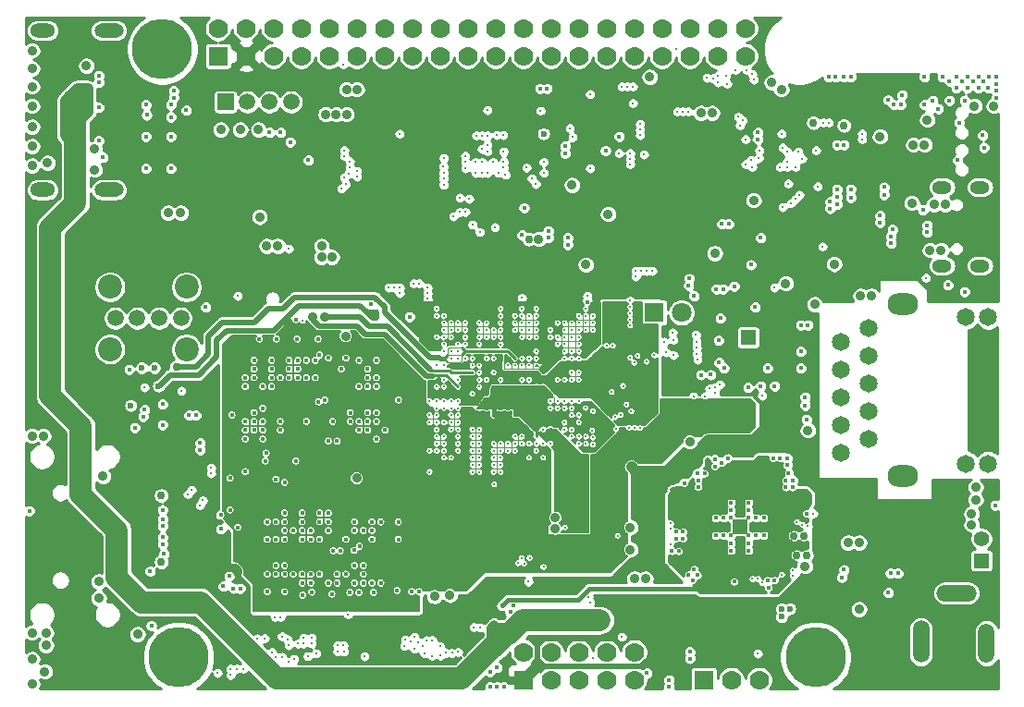
<source format=gbr>
%TF.GenerationSoftware,KiCad,Pcbnew,5.1.4-e60b266~84~ubuntu18.04.1*%
%TF.CreationDate,2025-05-23T09:22:49+03:00*%
%TF.ProjectId,A64-OlinuXino_Rev_H,4136342d-4f6c-4696-9e75-58696e6f5f52,H*%
%TF.SameCoordinates,PX5f5e100PY5f5e100*%
%TF.FileFunction,Copper,L5,Inr*%
%TF.FilePolarity,Positive*%
%FSLAX46Y46*%
G04 Gerber Fmt 4.6, Leading zero omitted, Abs format (unit mm)*
G04 Created by KiCad (PCBNEW 5.1.4-e60b266~84~ubuntu18.04.1) date 2025-05-23 09:22:49*
%MOMM*%
%LPD*%
G04 APERTURE LIST*
%TA.AperFunction,ViaPad*%
%ADD10O,1.800000X1.200000*%
%TD*%
%TA.AperFunction,ViaPad*%
%ADD11O,2.300000X1.300000*%
%TD*%
%TA.AperFunction,ViaPad*%
%ADD12O,2.700000X1.300000*%
%TD*%
%TA.AperFunction,ViaPad*%
%ADD13O,2.800000X2.000000*%
%TD*%
%TA.AperFunction,ViaPad*%
%ADD14C,1.650000*%
%TD*%
%TA.AperFunction,ViaPad*%
%ADD15C,1.778000*%
%TD*%
%TA.AperFunction,ViaPad*%
%ADD16R,1.778000X1.778000*%
%TD*%
%TA.AperFunction,ViaPad*%
%ADD17C,5.500000*%
%TD*%
%TA.AperFunction,ViaPad*%
%ADD18C,1.500000*%
%TD*%
%TA.AperFunction,ViaPad*%
%ADD19C,2.200000*%
%TD*%
%TA.AperFunction,ViaPad*%
%ADD20R,1.500000X1.500000*%
%TD*%
%TA.AperFunction,ViaPad*%
%ADD21R,1.422400X1.422400*%
%TD*%
%TA.AperFunction,ViaPad*%
%ADD22R,0.400000X0.400000*%
%TD*%
%TA.AperFunction,ViaPad*%
%ADD23R,1.400000X1.400000*%
%TD*%
%TA.AperFunction,ViaPad*%
%ADD24C,1.400000*%
%TD*%
%TA.AperFunction,ViaPad*%
%ADD25C,1.800000*%
%TD*%
%TA.AperFunction,ViaPad*%
%ADD26R,1.800000X1.800000*%
%TD*%
%TA.AperFunction,ViaPad*%
%ADD27O,3.700000X1.500000*%
%TD*%
%TA.AperFunction,ViaPad*%
%ADD28O,1.500000X3.600000*%
%TD*%
%TA.AperFunction,ViaPad*%
%ADD29O,1.500000X3.900000*%
%TD*%
%TA.AperFunction,ViaPad*%
%ADD30C,0.750000*%
%TD*%
%TA.AperFunction,ViaPad*%
%ADD31C,0.900000*%
%TD*%
%TA.AperFunction,ViaPad*%
%ADD32C,0.450000*%
%TD*%
%TA.AperFunction,ViaPad*%
%ADD33C,0.327000*%
%TD*%
%TA.AperFunction,ViaPad*%
%ADD34C,0.600000*%
%TD*%
%TA.AperFunction,ViaPad*%
%ADD35C,0.406400*%
%TD*%
%TA.AperFunction,Conductor*%
%ADD36C,2.032000*%
%TD*%
%TA.AperFunction,Conductor*%
%ADD37C,1.270000*%
%TD*%
%TA.AperFunction,Conductor*%
%ADD38C,1.016000*%
%TD*%
%TA.AperFunction,Conductor*%
%ADD39C,0.508000*%
%TD*%
%TA.AperFunction,Conductor*%
%ADD40C,0.762000*%
%TD*%
%TA.AperFunction,Conductor*%
%ADD41C,0.106600*%
%TD*%
%TA.AperFunction,Conductor*%
%ADD42C,0.254000*%
%TD*%
%TA.AperFunction,Conductor*%
%ADD43C,0.406400*%
%TD*%
%TA.AperFunction,Conductor*%
%ADD44C,0.127000*%
%TD*%
%TA.AperFunction,Conductor*%
%ADD45C,0.203200*%
%TD*%
%TA.AperFunction,Conductor*%
%ADD46C,1.397000*%
%TD*%
%TA.AperFunction,Conductor*%
%ADD47C,0.711200*%
%TD*%
%TA.AperFunction,Conductor*%
%ADD48C,1.524000*%
%TD*%
G04 APERTURE END LIST*
D10*
%TO.N,GND*%
%TO.C,USB-OTG1*%
X87842000Y46450000D03*
X84372000Y46450000D03*
X84372000Y39250000D03*
X87842000Y39250000D03*
%TD*%
D11*
%TO.N,GND*%
%TO.C,HDMI1*%
X2055000Y60818000D03*
X2055000Y46218000D03*
D12*
X8105000Y46218000D03*
X8105000Y60818000D03*
%TD*%
D13*
%TO.N,Net-(C196-Pad2)*%
%TO.C,LAN1*%
X80823000Y19964000D03*
X80823000Y35764000D03*
D14*
%TO.N,/USB&HDMI\002CWiFi&BT\002CEthernet\002CLCD/PHYAD0*%
X88595000Y21133000D03*
%TO.N,/USB&HDMI\002CWiFi&BT\002CEthernet\002CLCD/VDD33*%
X86563000Y21133000D03*
%TO.N,/USB&HDMI\002CWiFi&BT\002CEthernet\002CLCD/PHYAD1*%
X88595000Y34595000D03*
%TO.N,/USB&HDMI\002CWiFi&BT\002CEthernet\002CLCD/VDD33*%
X86563000Y34595000D03*
%TO.N,/USB&HDMI\002CWiFi&BT\002CEthernet\002CLCD/MDI[3]-*%
X75133000Y22149000D03*
%TO.N,/USB&HDMI\002CWiFi&BT\002CEthernet\002CLCD/MDI[3]+*%
X77673000Y23419000D03*
%TO.N,/USB&HDMI\002CWiFi&BT\002CEthernet\002CLCD/MDI[2]-*%
X75133000Y24689000D03*
%TO.N,/USB&HDMI\002CWiFi&BT\002CEthernet\002CLCD/MDI[2]+*%
X77673000Y25959000D03*
%TO.N,Net-(C200-Pad2)*%
X75133000Y27229000D03*
%TO.N,Net-(C199-Pad2)*%
X77673000Y28499000D03*
%TO.N,/USB&HDMI\002CWiFi&BT\002CEthernet\002CLCD/MDI[1]-*%
X75133000Y29769000D03*
%TO.N,/USB&HDMI\002CWiFi&BT\002CEthernet\002CLCD/MDI[1]+*%
X77673000Y31039000D03*
%TO.N,/USB&HDMI\002CWiFi&BT\002CEthernet\002CLCD/MDI[0]-*%
X75133000Y32309000D03*
%TO.N,/USB&HDMI\002CWiFi&BT\002CEthernet\002CLCD/MDI[0]+*%
X77673000Y33579000D03*
%TD*%
D15*
%TO.N,UART3-RX*%
%TO.C,UEXT1*%
X48590000Y3861000D03*
%TO.N,UART3-TX*%
X48590000Y1321000D03*
%TO.N,GND*%
X46050000Y3861000D03*
D16*
%TO.N,+3.3V*%
X46050000Y1321000D03*
D15*
%TO.N,TWI1-SCK*%
X51130000Y1321000D03*
%TO.N,TWI1-SDA*%
X51130000Y3861000D03*
%TO.N,/Power Supply\002C Extensions and MiPi-DSI/UEXT-MOSI*%
X53670000Y3861000D03*
%TO.N,/Power Supply\002C Extensions and MiPi-DSI/UEXT-MISO*%
X53670000Y1321000D03*
%TO.N,/Power Supply\002C Extensions and MiPi-DSI/UEXT-CLK*%
X56210000Y1321000D03*
%TO.N,/Power Supply\002C Extensions and MiPi-DSI/UEXT-CS*%
X56210000Y3861000D03*
%TD*%
D17*
%TO.N,GND*%
%TO.C,Mounting_hole2*%
X14500000Y3400000D03*
%TD*%
%TO.N,GND*%
%TO.C,Mounting_hole3*%
X13000000Y59100000D03*
%TD*%
%TO.N,GND*%
%TO.C,Mounting_hole1*%
X72800000Y3400000D03*
%TD*%
D18*
%TO.N,GND*%
%TO.C,USB1*%
X14712000Y34468000D03*
%TO.N,/USB&HDMI\002CWiFi&BT\002CEthernet\002CLCD/USB1-DP*%
X12712000Y34468000D03*
%TO.N,/USB&HDMI\002CWiFi&BT\002CEthernet\002CLCD/USB1-DM*%
X10712000Y34468000D03*
%TO.N,Net-(C74-Pad1)*%
X8712000Y34468000D03*
D19*
%TO.N,GND*%
X8212000Y31618000D03*
X8212000Y37318000D03*
X15212000Y31618000D03*
X15212000Y37318000D03*
%TD*%
D18*
%TO.N,GND*%
%TO.C,HSIC1*%
X24793000Y54280000D03*
%TO.N,Net-(HSIC1-Pad3)*%
X22793000Y54280000D03*
%TO.N,Net-(HSIC1-Pad2)*%
X20793000Y54280000D03*
D20*
%TO.N,Net-(HSIC1-Pad1)*%
X18793000Y54280000D03*
%TD*%
D21*
%TO.N,GND*%
%TO.C,U15*%
X66624000Y32690000D03*
%TD*%
%TO.N,GND*%
%TO.C,U14*%
X65862000Y15354500D03*
D22*
X68062000Y16154500D03*
X67362000Y16154500D03*
X66662000Y16154500D03*
X66662000Y16854500D03*
X66662000Y17554500D03*
X65062000Y17554500D03*
X65062000Y16854500D03*
X65062000Y16154500D03*
X64362000Y16154500D03*
X63662000Y16154500D03*
X63662000Y14554500D03*
X64362000Y14554500D03*
X65062000Y14554500D03*
X65062000Y13854500D03*
X65062000Y13154500D03*
X66662000Y13154500D03*
X66662000Y13854500D03*
X66662000Y14554500D03*
X67362000Y14554500D03*
X68062000Y14554500D03*
%TD*%
D15*
%TO.N,PC4*%
%TO.C,GPIO1*%
X40970000Y61011000D03*
%TO.N,/Power Supply\002C Extensions and MiPi-DSI/PE7*%
X40970000Y58471000D03*
%TO.N,/Power Supply\002C Extensions and MiPi-DSI/PB4*%
X38430000Y61011000D03*
%TO.N,/Power Supply\002C Extensions and MiPi-DSI/PE6*%
X38430000Y58471000D03*
%TO.N,/Power Supply\002C Extensions and MiPi-DSI/PB3*%
X35890000Y61011000D03*
%TO.N,/Power Supply\002C Extensions and MiPi-DSI/PE5*%
X35890000Y58471000D03*
%TO.N,/Power Supply\002C Extensions and MiPi-DSI/PB2*%
X33350000Y61011000D03*
%TO.N,/Power Supply\002C Extensions and MiPi-DSI/PE4*%
X33350000Y58471000D03*
%TO.N,/Power Supply\002C Extensions and MiPi-DSI/PB1*%
X30810000Y61011000D03*
%TO.N,/Power Supply\002C Extensions and MiPi-DSI/PE3*%
X30810000Y58471000D03*
%TO.N,AP-RESET#*%
X20650000Y61011000D03*
%TO.N,+3.3V*%
X20650000Y58471000D03*
%TO.N,GND*%
X18110000Y61011000D03*
D16*
%TO.N,+5V*%
X18110000Y58471000D03*
D15*
%TO.N,/Power Supply\002C Extensions and MiPi-DSI/PE0*%
X23190000Y58471000D03*
%TO.N,UBOOT*%
X23190000Y61011000D03*
%TO.N,KEYADC*%
X25730000Y61011000D03*
%TO.N,/Power Supply\002C Extensions and MiPi-DSI/PE1*%
X25730000Y58471000D03*
%TO.N,/Power Supply\002C Extensions and MiPi-DSI/PE2*%
X28270000Y58471000D03*
%TO.N,/Power Supply\002C Extensions and MiPi-DSI/PB0*%
X28270000Y61011000D03*
%TO.N,PL10*%
X53670000Y61011000D03*
%TO.N,/Power Supply\002C Extensions and MiPi-DSI/PE12*%
X53670000Y58471000D03*
%TO.N,/Power Supply\002C Extensions and MiPi-DSI/PE11*%
X51130000Y58471000D03*
%TO.N,PL9*%
X51130000Y61011000D03*
%TO.N,PL8*%
X48590000Y61011000D03*
%TO.N,/Power Supply\002C Extensions and MiPi-DSI/PE10*%
X48590000Y58471000D03*
%TO.N,/Power Supply\002C Extensions and MiPi-DSI/PE8*%
X43510000Y58471000D03*
%TO.N,PC7*%
X43510000Y61011000D03*
%TO.N,/Power Supply\002C Extensions and MiPi-DSI/PE9*%
X46050000Y58471000D03*
%TO.N,PL7*%
X46050000Y61011000D03*
%TO.N,/Power Supply\002C Extensions and MiPi-DSI/PE13*%
X56210000Y58471000D03*
%TO.N,PL11*%
X56210000Y61011000D03*
%TO.N,/Power Supply\002C Extensions and MiPi-DSI/PE14*%
X58750000Y58471000D03*
%TO.N,PL12*%
X58750000Y61011000D03*
%TO.N,/Power Supply\002C Extensions and MiPi-DSI/PE15*%
X61290000Y58471000D03*
%TO.N,/Power Supply\002C Extensions and MiPi-DSI/1.8V_DVDD-CSI*%
X61290000Y61011000D03*
%TO.N,/Power Supply\002C Extensions and MiPi-DSI/PE16\005CPOWERON*%
X63830000Y58471000D03*
%TO.N,/Power Supply\002C Extensions and MiPi-DSI/2.8V_AVDD-CSI*%
X63830000Y61011000D03*
%TO.N,/Power Supply\002C Extensions and MiPi-DSI/PE17\005CGPIO_LED*%
X66370000Y58471000D03*
%TO.N,VCC-PE*%
X66370000Y61011000D03*
%TD*%
%TO.N,GND*%
%TO.C,DBG_UART1*%
X67640000Y1321000D03*
%TO.N,Net-(D4-Pad1)*%
X65100000Y1321000D03*
D16*
%TO.N,Net-(DBG_UART1-Pad1)*%
X62560000Y1321000D03*
%TD*%
D23*
%TO.N,VBAT*%
%TO.C,LIPO_BAT1*%
X87982860Y12250620D03*
D24*
%TO.N,GND*%
X87980320Y14262300D03*
%TD*%
D25*
%TO.N,Net-(C211-Pad2)*%
%TO.C,PHYRST1*%
X60528000Y34976000D03*
D26*
%TO.N,GND*%
X57988000Y34976000D03*
%TD*%
D27*
%TO.N,GND*%
%TO.C,PWR1*%
X85695000Y9276000D03*
D28*
X88441000Y4676000D03*
D29*
%TO.N,+5V_EXT*%
X82441000Y4826000D03*
%TD*%
D30*
%TO.N,+5V_EXT*%
X71704000Y14529000D03*
X70815000Y14529000D03*
D31*
%TO.N,+5V*%
X53162000Y6528000D03*
X52399998Y7290000D03*
X4140000Y53391000D03*
X6172000Y54407000D03*
X6172000Y55486500D03*
D32*
X43383000Y6528000D03*
X42938492Y6083500D03*
D31*
X21911591Y43730591D03*
X5156000Y53391000D03*
X6172000Y53391000D03*
X78689000Y51105000D03*
X57607000Y56566000D03*
X70058510Y37643000D03*
D33*
%TO.N,GND*%
X58932011Y32293239D03*
X42240000Y51200000D03*
X41732000Y51200000D03*
X42748000Y53518000D03*
D32*
X43002000Y2083000D03*
X43002000Y686000D03*
X43637000Y686000D03*
X66878000Y39357500D03*
D33*
X43973490Y34025469D03*
X42250000Y49962000D03*
X38747500Y49136500D03*
D34*
X47900000Y51359000D03*
D31*
X53797000Y43993000D03*
D33*
X42240000Y47750000D03*
X42748000Y47750000D03*
D32*
X61163000Y37452500D03*
X61226500Y38087500D03*
D31*
X63576000Y40401590D03*
D32*
X67766994Y41834000D03*
X53568442Y49809558D03*
D31*
X10744000Y5512000D03*
D30*
X12915212Y12128212D03*
D32*
X59385000Y686000D03*
D31*
X39336162Y9102101D03*
X37922000Y8992263D03*
D32*
X26689621Y9368305D03*
X32334000Y9322006D03*
X36510500Y9400000D03*
X35841000Y9400000D03*
X34490259Y9509741D03*
X31000500Y9322006D03*
X30175006Y9322000D03*
X71831000Y27229008D03*
X21885000Y32563000D03*
X23444000Y32563000D03*
X25349000Y32563000D03*
X27254000Y32563000D03*
D33*
X48525000Y24925000D03*
D35*
X42675000Y26225000D03*
D32*
X32200000Y15000000D03*
X34600000Y14200000D03*
X30600000Y10200000D03*
X34600000Y15800000D03*
X33000000Y10200000D03*
X33000000Y15800000D03*
D33*
X45275000Y22975000D03*
X45275000Y22325000D03*
X43975000Y22325000D03*
X44625000Y22975000D03*
X42025000Y22325000D03*
X38775000Y21675000D03*
X37475000Y20375000D03*
X42025000Y24275000D03*
D32*
X28200000Y15800000D03*
X22600000Y9400000D03*
X23400000Y15800000D03*
X24200000Y16600000D03*
X33400000Y24200000D03*
X30200000Y25000000D03*
X29000000Y23200000D03*
X28600000Y25000000D03*
X29800000Y30800000D03*
X29400000Y29800000D03*
X25222000Y21387000D03*
X22428000Y21387000D03*
X26200000Y25000000D03*
X21400000Y30600000D03*
X24600000Y30600000D03*
X28200000Y30800000D03*
D33*
X42025000Y26225000D03*
X42025000Y28825000D03*
X43325000Y29475000D03*
X42675000Y28825000D03*
D32*
X78689000Y43231000D03*
D31*
X81737000Y50343000D03*
D32*
X84404000Y56566000D03*
X85674000Y56566000D03*
X73990000Y56566000D03*
D33*
X49175000Y28825000D03*
D31*
X71831000Y11735000D03*
X57226000Y10592000D03*
X56210000Y10592000D03*
D33*
X47875000Y21675000D03*
X47225000Y23625000D03*
X48525000Y22975000D03*
X47225000Y24275000D03*
D31*
X48971000Y16180000D03*
X76784000Y7798000D03*
D32*
X80340000Y11100000D03*
X79641500Y11100000D03*
X75387000Y11417500D03*
X75196500Y10719000D03*
D31*
X87452000Y17831000D03*
X87452000Y18974000D03*
X55829000Y15291000D03*
X72085000Y24181000D03*
X55829000Y13259000D03*
D32*
X71831000Y26467000D03*
D31*
X89103000Y53899000D03*
X87325000Y53899000D03*
X81610000Y45009000D03*
X69672000Y55423000D03*
X82753000Y50343000D03*
D33*
X45275000Y30125000D03*
X44625000Y30125000D03*
X45925000Y30125000D03*
X46575000Y30125000D03*
X45925000Y28175000D03*
X46575000Y28825000D03*
X45925000Y28825000D03*
X45275000Y28175000D03*
X44625000Y28175000D03*
X43975000Y28175000D03*
X43325000Y28175000D03*
X43975000Y28825000D03*
X46575000Y28175000D03*
X47225000Y28175000D03*
X47875000Y28175000D03*
X48525000Y27525000D03*
D35*
X47225000Y26875000D03*
X47875000Y26875000D03*
X43975000Y27525000D03*
D33*
X43325000Y27525000D03*
D35*
X44625000Y27525000D03*
X45275000Y27525000D03*
X45925000Y27525000D03*
X46575000Y27525000D03*
X47225000Y27525000D03*
X47875000Y27525000D03*
D33*
X48525000Y25575000D03*
X49175000Y25575000D03*
D35*
X47875000Y26225000D03*
X43325000Y26875000D03*
X42675000Y26875000D03*
X43975000Y26875000D03*
X44625000Y26875000D03*
X45275000Y26875000D03*
X45925000Y26875000D03*
X46575000Y26875000D03*
X47225000Y26225000D03*
X46575000Y26225000D03*
X45925000Y26225000D03*
X45275000Y26225000D03*
X44625000Y26225000D03*
X43975000Y26225000D03*
X43325000Y26225000D03*
X47875000Y25575000D03*
X47225000Y25575000D03*
X46575000Y25575000D03*
X46575000Y24925000D03*
X47225000Y24925000D03*
D33*
X43325000Y25575000D03*
X45275000Y25575000D03*
D32*
X30600000Y15800000D03*
X32200000Y15800000D03*
X19200000Y16900000D03*
D31*
X2108000Y23673000D03*
D32*
X13792000Y51105000D03*
X13792000Y48184000D03*
X13792000Y54026000D03*
X11506000Y54026000D03*
X11506000Y51105000D03*
X11506000Y48184000D03*
X7188000Y53772000D03*
X7188000Y50724000D03*
X7188000Y56693000D03*
D33*
X45925000Y25575000D03*
X52425000Y34675000D03*
X39425000Y24275000D03*
X38775000Y24925000D03*
X40725000Y32725000D03*
D31*
X84658000Y44882000D03*
X83642000Y44882000D03*
X23571000Y41072000D03*
X7569000Y19990000D03*
X2362000Y4496000D03*
X2362000Y5639000D03*
X1092000Y23673000D03*
X48971000Y15164000D03*
D32*
X44272000Y686000D03*
D31*
X74503225Y39415775D03*
X67132000Y45263000D03*
D32*
X85039000Y56185000D03*
X85039000Y54407000D03*
X86436000Y54407000D03*
X79959000Y54026000D03*
X84023000Y53645000D03*
X31000000Y24200000D03*
X28200000Y23200000D03*
X31000000Y30600000D03*
X23800000Y24200000D03*
X22200000Y23400000D03*
D31*
X29794000Y32817000D03*
X7188000Y8814000D03*
X13538000Y44120000D03*
X14681000Y44120000D03*
D32*
X72085000Y33833000D03*
X26365000Y48946000D03*
X24714000Y50597000D03*
D31*
X61290000Y23165000D03*
D33*
X45925000Y33375000D03*
D32*
X32600000Y30600000D03*
D33*
X38125000Y35325000D03*
D32*
X31800000Y29000000D03*
X25222000Y34341000D03*
X32600000Y23400000D03*
X22809000Y51486000D03*
D31*
X18364000Y51740000D03*
X20142000Y51740000D03*
X21793000Y51740000D03*
D32*
X23825000Y51486000D03*
D31*
X22555000Y41072000D03*
D32*
X54813000Y51105000D03*
X78689000Y43866000D03*
D31*
X76911000Y36500000D03*
X77927000Y36500000D03*
D32*
X84912000Y37516000D03*
D31*
X29857500Y55423000D03*
X30810000Y55423000D03*
X28905000Y53137000D03*
X29857500Y53137000D03*
X27952500Y53137000D03*
D32*
X838000Y16815000D03*
D31*
X63322000Y53258490D03*
X62306000Y53258490D03*
D32*
X75387000Y50343000D03*
X74752000Y50343000D03*
D35*
X47875000Y24925000D03*
D31*
X1092000Y55677000D03*
X1092000Y53899000D03*
X1092000Y51994000D03*
X1092000Y50216000D03*
X1092000Y48438000D03*
X6807000Y48057000D03*
X6807000Y49962000D03*
X1092000Y58979000D03*
X1092000Y57328000D03*
D32*
X59385000Y1321000D03*
X24200000Y9400000D03*
X25800000Y16600000D03*
X29000000Y11000000D03*
X32200000Y10200000D03*
X20600000Y23400000D03*
X23000000Y30600000D03*
X26200000Y29000000D03*
X32080000Y35738000D03*
X18364000Y16434000D03*
X16459000Y22403000D03*
X16459000Y23038000D03*
D31*
X7188000Y10338000D03*
X1092000Y940000D03*
X2235000Y2083000D03*
X1092000Y3226000D03*
X1092000Y5639000D03*
D32*
X79451000Y9322000D03*
D31*
X47447000Y41707000D03*
D32*
X43637000Y2464000D03*
D31*
X27571500Y41072000D03*
X28524000Y40056000D03*
X27571500Y40056000D03*
D33*
X41668500Y47750000D03*
X42250000Y48750000D03*
X42748000Y50343000D03*
X42750000Y51200000D03*
X42750000Y49750000D03*
X47200000Y46750000D03*
X47900000Y47750000D03*
X47900000Y48750000D03*
D32*
X79430320Y54454192D03*
X75387000Y56566000D03*
X74625000Y56566000D03*
X86690000Y56566000D03*
X87706000Y56566000D03*
X89357000Y56566000D03*
X88658500Y56566000D03*
X89357000Y55931000D03*
X89357000Y55296000D03*
X89357000Y54661000D03*
X86182000Y56185000D03*
X87198000Y56185000D03*
X88188600Y56185000D03*
D31*
X83007000Y52629000D03*
D32*
X82753000Y56566000D03*
X76022000Y56566000D03*
X80594000Y54026000D03*
X83514992Y54407008D03*
X82753000Y54026000D03*
X85674000Y55550000D03*
X86690000Y55550000D03*
X87706000Y55550000D03*
X88595000Y55550000D03*
X80721000Y54915000D03*
X7569000Y49200000D03*
D30*
X46558000Y41707000D03*
D32*
X61290000Y3886400D03*
X61290000Y3276800D03*
D31*
%TO.N,+1.5V*%
X66795562Y26340000D03*
D32*
X25285509Y9321997D03*
X31698994Y9322000D03*
X29540000Y9322000D03*
X31800000Y23400000D03*
X30600000Y11000000D03*
X33000000Y9400000D03*
X33800000Y9400000D03*
X35354607Y15851227D03*
X33000000Y15000000D03*
X29800000Y15000000D03*
X35900000Y10500000D03*
X23400000Y9400000D03*
X27400000Y15000000D03*
X23400000Y16600000D03*
X25000000Y16600000D03*
X31000000Y23400000D03*
X32600000Y24200000D03*
X30200000Y24200000D03*
X27400000Y23200000D03*
X28600000Y25800000D03*
X31800000Y30600000D03*
X31000000Y29800000D03*
X32600000Y29800000D03*
X33400000Y29800000D03*
X26200000Y24200000D03*
X22200000Y30600000D03*
X23800000Y30600000D03*
X27000000Y29800000D03*
X26200000Y29800000D03*
X19200000Y17600000D03*
D33*
X42025000Y25575000D03*
X41375000Y25575000D03*
D31*
X66751000Y25324000D03*
D33*
X45275000Y24275000D03*
X45275000Y24925000D03*
X43975000Y24925000D03*
X43975000Y23625000D03*
X43975000Y24275000D03*
X43325000Y24925000D03*
X42675000Y24925000D03*
D32*
X31400000Y15800000D03*
X33800000Y15800000D03*
X34600000Y15000000D03*
D33*
X43975000Y25575000D03*
D32*
X29000000Y30800000D03*
X23800000Y23400000D03*
X21400000Y23400000D03*
X28200000Y11000000D03*
X21100000Y32500000D03*
%TO.N,/VREF0_DDR3*%
X27400000Y31100000D03*
X26600000Y10200000D03*
X23800000Y25000000D03*
X19900000Y15300000D03*
X19200000Y19800000D03*
X19380000Y25578000D03*
D33*
%TO.N,/S0SVREF*%
X41375000Y23625000D03*
D31*
X30800000Y19800000D03*
D33*
%TO.N,Net-(C37-Pad2)*%
X40250000Y45500000D03*
D32*
%TO.N,GNDA*%
X32588000Y34468000D03*
X32588000Y35103000D03*
D33*
X37475000Y26875000D03*
D34*
X12649000Y28245000D03*
D30*
X12903000Y18212000D03*
D32*
X18364000Y15164000D03*
D33*
%TO.N,/NAND Flash \002C eMMC\002C T-Card and Audio/MBIAS*%
X40075000Y28825000D03*
D32*
X13030000Y14402000D03*
%TO.N,+3.0VA*%
X60274000Y13132000D03*
D33*
X41375000Y29475000D03*
X45925000Y30775000D03*
D32*
X59639000Y13132000D03*
D31*
X27889000Y34595000D03*
D34*
X10109000Y26467000D03*
D33*
%TO.N,Net-(C51-Pad1)*%
X38775000Y26875000D03*
%TO.N,/NAND Flash \002C eMMC\002C T-Card and Audio/MICIN1P*%
X16712992Y17767500D03*
X38125000Y30125000D03*
D32*
%TO.N,Net-(C54-Pad2)*%
X35636000Y34595000D03*
D33*
X42025000Y28175000D03*
X41375000Y27525000D03*
%TO.N,Net-(C55-Pad1)*%
X38125000Y28175000D03*
D32*
%TO.N,Net-(C57-Pad2)*%
X13030000Y13767000D03*
X19126000Y10846000D03*
D33*
%TO.N,Net-(C59-Pad1)*%
X38125000Y26875000D03*
%TO.N,/NAND Flash \002C eMMC\002C T-Card and Audio/MICIN1N*%
X38775000Y30125000D03*
X16459000Y17323000D03*
%TO.N,Net-(C61-Pad1)*%
X40075000Y26875000D03*
%TO.N,Net-(C61-Pad2)*%
X40075000Y26225000D03*
D31*
%TO.N,+5V_USBOTG*%
X83261000Y40691000D03*
D30*
X71958000Y12751000D03*
X71069000Y12751000D03*
D31*
X84277000Y40691000D03*
D33*
%TO.N,Net-(C68-Pad2)*%
X82880000Y38151000D03*
%TO.N,/USB&HDMI\002CWiFi&BT\002CEthernet\002CLCD/USB0-VBUSDET*%
X56743424Y24379675D03*
X72974000Y46533000D03*
D32*
X79705000Y41326000D03*
%TO.N,+3.3VD*%
X62052000Y18986226D03*
D33*
X45275000Y30775000D03*
D32*
X62052000Y19609000D03*
D30*
X14300000Y30023000D03*
D31*
X2489000Y48692000D03*
D32*
%TO.N,+3.3VWiFiIO*%
X64768310Y21577500D03*
X64211000Y21196500D03*
D33*
X47225000Y31425000D03*
D32*
X50114000Y41834000D03*
X50114000Y41199000D03*
X64846000Y43104000D03*
X64211000Y43104000D03*
X74752000Y46279000D03*
%TO.N,VCC-PL*%
X60020000Y14275000D03*
X76022000Y45517000D03*
X60655000Y14275000D03*
D33*
X42675000Y30775000D03*
D32*
X76022000Y46279000D03*
%TO.N,1.1V_CPUS*%
X68910000Y21641000D03*
X79070000Y46469500D03*
D33*
X42025000Y30125000D03*
D32*
X69545000Y21641000D03*
X79070000Y45771000D03*
X46113500Y44564500D03*
D31*
%TO.N,1.1V_CPUX*%
X50749000Y18720000D03*
D33*
X49175000Y21025000D03*
X49175000Y21675000D03*
X49825000Y21675000D03*
X50475000Y21675000D03*
X51125000Y21675000D03*
X51125000Y21025000D03*
X50475000Y21025000D03*
X51775000Y21675000D03*
X51775000Y21025000D03*
X49175000Y22325000D03*
X49825000Y22325000D03*
X50475000Y22325000D03*
X49175000Y23625000D03*
X48525000Y24275000D03*
X49825000Y22975000D03*
X49175000Y22975000D03*
D31*
X49733000Y19736000D03*
X49733000Y18720000D03*
X50749000Y19730480D03*
D32*
%TO.N,Net-(C125-Pad2)*%
X60782000Y19355000D03*
%TO.N,IPS*%
X59702500Y18719988D03*
X68910000Y21006000D03*
X67646119Y21585620D03*
X44082889Y8116889D03*
D31*
X70942000Y18085000D03*
X71958000Y18085000D03*
D30*
X70815000Y13640000D03*
X71704000Y13640000D03*
D31*
X64465000Y10338000D03*
D32*
X60274000Y12370000D03*
X60274000Y11735000D03*
D30*
X60655000Y16307000D03*
X59766000Y16307000D03*
D32*
X62941000Y21412400D03*
X62941000Y20777400D03*
X67386000Y21006000D03*
X69545000Y21006000D03*
D31*
X87071000Y16561000D03*
X87071000Y15545000D03*
D32*
X60528000Y18720000D03*
D31*
X63703000Y9830000D03*
D33*
X64719000Y20815500D03*
D32*
X64719000Y20244000D03*
D31*
%TO.N,Net-(C135-Pad1)*%
X76784000Y13894000D03*
X75768000Y13894000D03*
D32*
%TO.N,VBAT*%
X71958000Y16561000D03*
D34*
%TO.N,Net-(C143-Pad2)*%
X70434000Y7838006D03*
X69672000Y7838006D03*
X69672000Y7099500D03*
D32*
%TO.N,Net-(C149-Pad1)*%
X61988500Y10909500D03*
X61544000Y10465000D03*
%TO.N,3.0V_RTC*%
X68465498Y9766498D03*
D33*
X41375000Y30775000D03*
D32*
X68402000Y10465000D03*
X16967000Y35484000D03*
D34*
X12268000Y29896000D03*
D31*
%TO.N,1.1V_SYS*%
X56004016Y25121410D03*
X56915685Y25128015D03*
D33*
X42675000Y28175000D03*
X43325000Y28825000D03*
X42675000Y27525000D03*
X45275000Y29475000D03*
X44625000Y29475000D03*
X45925000Y29475000D03*
X46575000Y29475000D03*
X47225000Y29475000D03*
X47225000Y30125000D03*
X47225000Y28825000D03*
X45275000Y28825000D03*
X44625000Y28825000D03*
%TO.N,AP-RESET#*%
X67005000Y10592000D03*
X67894000Y27356000D03*
X40075000Y31425000D03*
X29540000Y57709000D03*
D32*
X85928000Y52375000D03*
D33*
X77038000Y51359000D03*
D32*
%TO.N,/Power Supply\002C Extensions and MiPi-DSI/3.3V_MIPI*%
X44843500Y7544002D03*
X61988500Y20244000D03*
X62623500Y20244000D03*
X45161000Y8128200D03*
%TO.N,/Power Supply\002C Extensions and MiPi-DSI/2.8V_AVDD-CSI*%
X74752000Y44882000D03*
X74752000Y45580500D03*
X63576000Y21514000D03*
X63576000Y20879000D03*
%TO.N,VCC-PE*%
X74117000Y45136000D03*
X60655000Y14910000D03*
X60020000Y14910000D03*
X74117000Y44501000D03*
D31*
X51759490Y39357500D03*
%TO.N,/Power Supply\002C Extensions and MiPi-DSI/1.8V_DVDD-CSI*%
X68783000Y56058000D03*
D32*
X70688000Y19609000D03*
X70053000Y19609000D03*
%TO.N,Net-(C174-Pad2)*%
X70307000Y20244000D03*
D33*
%TO.N,Net-(C177-Pad2)*%
X72085000Y15418000D03*
D32*
X85801000Y48946000D03*
D33*
X77038000Y50851000D03*
D32*
%TO.N,1.2V_HSIC*%
X70180000Y21641000D03*
X70180000Y21006000D03*
D33*
X43325000Y30775000D03*
D30*
X75387000Y52121000D03*
D32*
X47574000Y55486500D03*
X48208996Y55486500D03*
X48336000Y42469000D03*
X48336000Y41834000D03*
%TO.N,Net-(C181-Pad2)*%
X69037000Y10465000D03*
D33*
%TO.N,Net-(C183-Pad1)*%
X38127943Y32727943D03*
X36525000Y37643000D03*
%TO.N,Net-(C184-Pad1)*%
X38775000Y32075000D03*
X36017000Y37643000D03*
%TO.N,Net-(C188-Pad2)*%
X46575000Y30775000D03*
D32*
X45923000Y42088000D03*
D33*
%TO.N,Net-(C192-Pad2)*%
X41375000Y30125000D03*
%TO.N,KEYADC*%
X33731000Y37262000D03*
%TO.N,Net-(D4-Pad2)*%
X67513000Y3734000D03*
X50475000Y24275000D03*
D32*
X57353000Y1956000D03*
D33*
%TO.N,Net-(DBG_UART1-Pad1)*%
X48525000Y26875000D03*
D32*
%TO.N,Net-(FET1-Pad3)*%
X7188000Y56058000D03*
D33*
%TO.N,/USB&HDMI\002CWiFi&BT\002CEthernet\002CLCD/HCEC*%
X40725000Y33375000D03*
D32*
X11569500Y53073500D03*
X13792000Y52883000D03*
D33*
%TO.N,/Power Supply\002C Extensions and MiPi-DSI/PE16*%
X51775000Y34025000D03*
X63830000Y56058000D03*
%TO.N,/Power Supply\002C Extensions and MiPi-DSI/PE15*%
X57861000Y38786000D03*
%TO.N,PL12*%
X40075000Y34025000D03*
%TO.N,/Power Supply\002C Extensions and MiPi-DSI/PE14*%
X52425000Y33375000D03*
%TO.N,PL11*%
X39425000Y32725000D03*
%TO.N,/Power Supply\002C Extensions and MiPi-DSI/PE13*%
X50475000Y34025000D03*
%TO.N,PL10*%
X39425000Y34025000D03*
%TO.N,/Power Supply\002C Extensions and MiPi-DSI/PE12*%
X51775000Y33375000D03*
X64719000Y55931000D03*
%TO.N,PL9*%
X39425000Y33375000D03*
%TO.N,/Power Supply\002C Extensions and MiPi-DSI/PE11*%
X49825000Y34025000D03*
X56083000Y55677000D03*
%TO.N,PL8*%
X38775000Y34025000D03*
%TO.N,/Power Supply\002C Extensions and MiPi-DSI/PE10*%
X63385500Y56439000D03*
X51775000Y34675000D03*
%TO.N,PL7*%
X38775000Y32725000D03*
%TO.N,/Power Supply\002C Extensions and MiPi-DSI/PE9*%
X64592000Y56693000D03*
X50475000Y31425000D03*
%TO.N,PC7*%
X55575000Y55677000D03*
X47225000Y32725000D03*
%TO.N,/Power Supply\002C Extensions and MiPi-DSI/PE8*%
X52425000Y34025000D03*
X63830000Y56693000D03*
%TO.N,/Power Supply\002C Extensions and MiPi-DSI/PE0*%
X51125000Y32075000D03*
X66370000Y50851000D03*
%TO.N,UBOOT*%
X34747000Y36754000D03*
X19888000Y36500000D03*
X40725000Y30775000D03*
%TO.N,/Power Supply\002C Extensions and MiPi-DSI/PE1*%
X51775000Y35325000D03*
X61163000Y53391000D03*
%TO.N,/Power Supply\002C Extensions and MiPi-DSI/PE2*%
X51125000Y34675000D03*
X60147000Y53391000D03*
%TO.N,/Power Supply\002C Extensions and MiPi-DSI/PB0*%
X48525000Y26225000D03*
X60020000Y59106000D03*
%TO.N,/Power Supply\002C Extensions and MiPi-DSI/PE3*%
X51125000Y34025000D03*
X60655000Y53391000D03*
%TO.N,/Power Supply\002C Extensions and MiPi-DSI/PB1*%
X55702000Y24435000D03*
X67132000Y56312000D03*
%TO.N,/Power Supply\002C Extensions and MiPi-DSI/PE4*%
X65862000Y52121000D03*
X51125000Y32725000D03*
%TO.N,/Power Supply\002C Extensions and MiPi-DSI/PB2*%
X49175000Y26875000D03*
X65481000Y57201000D03*
%TO.N,/Power Supply\002C Extensions and MiPi-DSI/PE5*%
X66116000Y52565500D03*
X49825000Y31425000D03*
%TO.N,/Power Supply\002C Extensions and MiPi-DSI/PB3*%
X56211018Y24431608D03*
X67005000Y56820000D03*
%TO.N,/Power Supply\002C Extensions and MiPi-DSI/PE6*%
X49825000Y33375000D03*
X56083000Y54153000D03*
%TO.N,/Power Supply\002C Extensions and MiPi-DSI/PB4*%
X49825000Y24275000D03*
X66497000Y57201000D03*
%TO.N,/Power Supply\002C Extensions and MiPi-DSI/PE7*%
X65728094Y52899190D03*
X50475000Y32725000D03*
%TO.N,PC4*%
X47225000Y33375000D03*
X54813000Y49581000D03*
X55067000Y55677000D03*
%TO.N,/USB&HDMI\002CWiFi&BT\002CEthernet\002CLCD/HSCL*%
X42025000Y34025000D03*
D32*
X15189000Y53518000D03*
D33*
%TO.N,/USB&HDMI\002CWiFi&BT\002CEthernet\002CLCD/HSDA*%
X40075000Y33375000D03*
D32*
X14046000Y54661000D03*
D33*
%TO.N,/NAND Flash \002C eMMC\002C T-Card and Audio/HPOUTR*%
X38775000Y28175000D03*
D32*
X15443000Y25578000D03*
D33*
%TO.N,/NAND Flash \002C eMMC\002C T-Card and Audio/HPOUTFB*%
X38775000Y26225000D03*
X25857000Y34214000D03*
X11379000Y28118000D03*
%TO.N,/NAND Flash \002C eMMC\002C T-Card and Audio/HPOUTL*%
X38775000Y28825000D03*
D32*
X16078000Y25578000D03*
D33*
%TO.N,TWI0-SDA*%
X23046810Y3861000D03*
X27063500Y3750190D03*
X50475000Y26225000D03*
%TO.N,TWI0-SCK*%
X23380500Y3416500D03*
X26301500Y3480000D03*
X49825000Y26875000D03*
%TO.N,PH11*%
X46621498Y12497000D03*
X42082629Y6115250D03*
X51125000Y22975000D03*
%TO.N,PH10*%
X46502839Y10321810D03*
X25410454Y4639190D03*
X50475000Y25575000D03*
%TO.N,/USB&HDMI\002CWiFi&BT\002CEthernet\002CLCD/LCD_D7*%
X56517484Y31019375D03*
X41526348Y6159257D03*
%TO.N,/USB&HDMI\002CWiFi&BT\002CEthernet\002CLCD/LCD_D6*%
X38938000Y3797500D03*
X49175000Y32075000D03*
%TO.N,/USB&HDMI\002CWiFi&BT\002CEthernet\002CLCD/LCD_D5*%
X31508500Y3480000D03*
X51125000Y29475000D03*
%TO.N,/USB&HDMI\002CWiFi&BT\002CEthernet\002CLCD/LCD_D4*%
X38475893Y3542160D03*
X49825000Y32725000D03*
%TO.N,/USB&HDMI\002CWiFi&BT\002CEthernet\002CLCD/LCD_D3*%
X38430000Y4385190D03*
X51125000Y31425000D03*
%TO.N,/USB&HDMI\002CWiFi&BT\002CEthernet\002CLCD/LCD_D2*%
X37664084Y3524624D03*
X51125000Y33375000D03*
%TO.N,/USB&HDMI\002CWiFi&BT\002CEthernet\002CLCD/LCD_D20*%
X55828998Y30848500D03*
X37160000Y4940500D03*
%TO.N,/USB&HDMI\002CWiFi&BT\002CEthernet\002CLCD/LCD_D10*%
X35242014Y5002343D03*
X54686000Y14529000D03*
X50475000Y26875000D03*
%TO.N,/USB&HDMI\002CWiFi&BT\002CEthernet\002CLCD/LCD_D11*%
X35182253Y4432321D03*
X51125000Y30775000D03*
%TO.N,/NAND Flash \002C eMMC\002C T-Card and Audio/SDC0-D2*%
X52420972Y25955305D03*
D32*
X13030006Y16878500D03*
D33*
%TO.N,/NAND Flash \002C eMMC\002C T-Card and Audio/SDC0-D3*%
X51775000Y23625000D03*
D32*
X13030000Y16053000D03*
%TO.N,/NAND Flash \002C eMMC\002C T-Card and Audio/SDC0-CMD*%
X13030000Y15418000D03*
D33*
X49175000Y26225000D03*
%TO.N,Net-(MICRO_SD1-Pad5)*%
X54552373Y24301369D03*
D32*
X13157000Y12878000D03*
%TO.N,/NAND Flash \002C eMMC\002C T-Card and Audio/SDC0-D0*%
X20142000Y9703000D03*
D33*
X49825000Y28825000D03*
%TO.N,/NAND Flash \002C eMMC\002C T-Card and Audio/SDC0-D1*%
X51761058Y26232161D03*
D32*
X19497313Y9712899D03*
D33*
%TO.N,/NAND Flash \002C eMMC\002C T-Card and Audio/SDC0-DET#*%
X54432000Y25387500D03*
D32*
X18560803Y9899812D03*
D33*
%TO.N,/Power Supply\002C Extensions and MiPi-DSI/MIPI-DSI-RST*%
X46113500Y11989000D03*
X51125000Y23625000D03*
%TO.N,/Power Supply\002C Extensions and MiPi-DSI/MIPI-DSI-BKL*%
X45542000Y12004662D03*
X49825000Y24925000D03*
%TO.N,/Power Supply\002C Extensions and MiPi-DSI/DSI-D0N*%
X24449847Y5034436D03*
X29667000Y49327000D03*
X47225000Y35325000D03*
%TO.N,/Power Supply\002C Extensions and MiPi-DSI/MIPI-DSI-EN*%
X45906348Y12464765D03*
X50475000Y23625000D03*
%TO.N,/Power Supply\002C Extensions and MiPi-DSI/DSI-D0P*%
X24587000Y4496000D03*
X29667000Y49835000D03*
X47225000Y34675000D03*
%TO.N,/Power Supply\002C Extensions and MiPi-DSI/DSI-CKN*%
X45917010Y34675000D03*
X23317000Y7083320D03*
X30810000Y47422000D03*
%TO.N,/Power Supply\002C Extensions and MiPi-DSI/DSI-D1N*%
X21706248Y5117946D03*
X30175000Y48311000D03*
X46575000Y34025000D03*
%TO.N,/Power Supply\002C Extensions and MiPi-DSI/DSI-CKP*%
X45917010Y35325000D03*
X23825000Y7083320D03*
X30810000Y47930000D03*
%TO.N,/Power Supply\002C Extensions and MiPi-DSI/DSI-D1P*%
X22373619Y5131000D03*
X30175000Y48819000D03*
X46575000Y34675000D03*
%TO.N,/Power Supply\002C Extensions and MiPi-DSI/DSI-D3N*%
X43973490Y34675000D03*
X29603500Y3924500D03*
X29413000Y46342500D03*
%TO.N,/Power Supply\002C Extensions and MiPi-DSI/DSI-D2N*%
X45274828Y34029490D03*
X29032000Y4496000D03*
X30019806Y7337320D03*
X29667000Y47358494D03*
%TO.N,/Power Supply\002C Extensions and MiPi-DSI/DSI-D3P*%
X43973490Y35325000D03*
X29587310Y4496000D03*
X29794000Y46723500D03*
%TO.N,/Power Supply\002C Extensions and MiPi-DSI/DSI-D2P*%
X45270039Y34676461D03*
X29031994Y3924500D03*
X30048000Y47697156D03*
D32*
%TO.N,Net-(PWRON1-Pad1)*%
X88214000Y50089000D03*
%TO.N,/S0SRST*%
X22600000Y15800000D03*
D33*
X39425000Y26225000D03*
D32*
X20600000Y29000000D03*
D33*
%TO.N,Net-(R3-Pad2)*%
X41375000Y21025000D03*
%TO.N,Net-(R4-Pad2)*%
X41375000Y21675000D03*
D32*
%TO.N,Net-(R9-Pad1)*%
X28524000Y9195000D03*
%TO.N,Net-(R13-Pad1)*%
X25857000Y9068000D03*
D33*
%TO.N,/USB&HDMI\002CWiFi&BT\002CEthernet\002CLCD/USB0-ID*%
X72847000Y49835000D03*
X51125000Y24925000D03*
D32*
X82626000Y44374000D03*
D33*
%TO.N,USB0-DRV*%
X69672000Y10973000D03*
X69037000Y37262000D03*
%TO.N,Net-(R41-Pad2)*%
X73431200Y41021200D03*
%TO.N,USB1-DRV*%
X40208306Y44187619D03*
X24587000Y40818000D03*
%TO.N,/USB&HDMI\002CWiFi&BT\002CEthernet\002CLCD/HHPD*%
X40725000Y34025000D03*
D32*
X14046000Y55296000D03*
D33*
%TO.N,Net-(R54-Pad1)*%
X69545000Y48311000D03*
%TO.N,/USB&HDMI\002CWiFi&BT\002CEthernet\002CLCD/WL-SDIO-CLK*%
X49177690Y34025000D03*
X66877994Y48946000D03*
X55829000Y49073000D03*
%TO.N,Net-(R60-Pad1)*%
X69799000Y44628000D03*
%TO.N,AP-CK32KO*%
X67005000Y48311000D03*
X37287000Y37262000D03*
%TO.N,/USB&HDMI\002CWiFi&BT\002CEthernet\002CLCD/EPHY-RST#*%
X56192758Y30382303D03*
X50475000Y29475000D03*
%TO.N,TWI1-SCK*%
X52400000Y3353000D03*
X52427112Y22892573D03*
%TO.N,UART3-RX*%
X52353811Y24186515D03*
%TO.N,TWI1-SDA*%
X51125000Y25575000D03*
%TO.N,Net-(R83-Pad1)*%
X59512000Y13750810D03*
%TO.N,/Power Supply\002C Extensions and MiPi-DSI/DC5SET*%
X71069000Y15799000D03*
%TO.N,AP-NMI#*%
X20396000Y2337000D03*
X42025000Y32075000D03*
X71577000Y15545000D03*
X70688000Y10846000D03*
X34700000Y51350000D03*
%TO.N,Net-(R86-Pad1)*%
X59512000Y15672000D03*
D32*
X79832000Y42596000D03*
D33*
%TO.N,Net-(R87-Pad1)*%
X59511460Y15163994D03*
D32*
X79705000Y41961000D03*
D33*
%TO.N,PMU-SCK*%
X67513000Y10592000D03*
X52146000Y8433000D03*
X39425000Y31425000D03*
X34747000Y37262000D03*
D32*
X10490000Y24435000D03*
%TO.N,Net-(R89-Pad1)*%
X88087000Y51232000D03*
D33*
%TO.N,PMU-SDA*%
X18062690Y1956000D03*
X67894000Y10227196D03*
X38775000Y31425000D03*
X34239000Y37262000D03*
D32*
X9982000Y29769000D03*
D33*
X55072107Y5273575D03*
%TO.N,Net-(R96-Pad1)*%
X42025000Y29475000D03*
%TO.N,Net-(R97-Pad1)*%
X51125000Y26875000D03*
%TO.N,Net-(R98-Pad1)*%
X54152527Y27701420D03*
%TO.N,/NAND Flash \002C eMMC\002C T-Card and Audio/HP-DET*%
X39425000Y26875000D03*
X14744500Y27800500D03*
%TO.N,/USB&HDMI\002CWiFi&BT\002CEthernet\002CLCD/WL-SDIO-D3*%
X57353000Y38786000D03*
X67640000Y49835000D03*
%TO.N,/USB&HDMI\002CWiFi&BT\002CEthernet\002CLCD/WL-SDIO-D0*%
X48525000Y32725000D03*
X66370004Y48565000D03*
X55829000Y48565000D03*
%TO.N,/USB&HDMI\002CWiFi&BT\002CEthernet\002CLCD/WL-SDIO-D2*%
X50475000Y33375000D03*
X57099000Y49454000D03*
X69799000Y50089000D03*
%TO.N,/USB&HDMI\002CWiFi&BT\002CEthernet\002CLCD/WL-SDIO-D1*%
X56845000Y38786000D03*
X70180000Y48311000D03*
%TO.N,/USB&HDMI\002CWiFi&BT\002CEthernet\002CLCD/WL-SDIO-CMD*%
X67608250Y49104750D03*
X48525000Y33375000D03*
X55829000Y49581000D03*
%TO.N,/USB&HDMI\002CWiFi&BT\002CEthernet\002CLCD/BT-UART-RX*%
X55829000Y34341000D03*
X71577000Y49073000D03*
%TO.N,/USB&HDMI\002CWiFi&BT\002CEthernet\002CLCD/WL-PMU-EN*%
X70180000Y49708000D03*
X37287000Y36754000D03*
%TO.N,/USB&HDMI\002CWiFi&BT\002CEthernet\002CLCD/BT-RST-N*%
X37287000Y36246000D03*
X70180000Y48819000D03*
%TO.N,SPI0_CLK*%
X19253000Y2337000D03*
X50304500Y51867000D03*
X46575000Y33375000D03*
%TO.N,SPI0_MOSI*%
X19253000Y1765500D03*
X50558500Y51041500D03*
X47225000Y34025000D03*
%TO.N,SPI0_CS*%
X19824500Y2337000D03*
X52146000Y54978500D03*
X52146000Y48184000D03*
X46575000Y32725000D03*
%TO.N,Net-(T1-Pad3)*%
X72593000Y16561000D03*
X70688000Y11354000D03*
%TO.N,/USB&HDMI\002CWiFi&BT\002CEthernet\002CLCD/BT-UART-TX*%
X56337000Y38786000D03*
X70942000Y48311000D03*
%TO.N,/USB&HDMI\002CWiFi&BT\002CEthernet\002CLCD/BT-PCM-DOUT*%
X56337000Y38278000D03*
X70307000Y46787000D03*
%TO.N,/USB&HDMI\002CWiFi&BT\002CEthernet\002CLCD/AP-WAKE-BT*%
X73990000Y52375000D03*
X38775000Y33375000D03*
X56718000Y52248000D03*
%TO.N,/USB&HDMI\002CWiFi&BT\002CEthernet\002CLCD/BT-PCM-DIN*%
X55829000Y35484000D03*
X70947534Y45384466D03*
%TO.N,/USB&HDMI\002CWiFi&BT\002CEthernet\002CLCD/BT-PCM-SYNC*%
X55829000Y36055500D03*
X71323000Y45754810D03*
%TO.N,/USB&HDMI\002CWiFi&BT\002CEthernet\002CLCD/WL-WAKE-AP*%
X69672000Y51359000D03*
X40725000Y32075000D03*
X56718000Y51232000D03*
%TO.N,/USB&HDMI\002CWiFi&BT\002CEthernet\002CLCD/BT-WAKE-AP*%
X40075000Y32075000D03*
X56718000Y51740000D03*
X73482000Y52375000D03*
%TO.N,/S0SDQ1*%
X41375000Y20375000D03*
D32*
X30600000Y15000000D03*
%TO.N,/S0SDQ5*%
X29800000Y14200000D03*
D33*
X42025000Y20375000D03*
D32*
%TO.N,/S0SDQ3*%
X30600000Y11800000D03*
D33*
X43325000Y20375000D03*
%TO.N,/S0SDQ6*%
X43975000Y20375000D03*
D32*
X29800000Y11000000D03*
%TO.N,/S0SDQM2*%
X30200000Y25800000D03*
X34620000Y26975000D03*
D33*
%TO.N,/S0SDQ4*%
X42025000Y21025000D03*
D32*
X32200000Y14200000D03*
D33*
%TO.N,/S0SDQM0*%
X43383000Y19228000D03*
D32*
X31400000Y11800000D03*
D33*
%TO.N,/S0SDQ7*%
X43975000Y21025000D03*
D32*
X31400000Y10200000D03*
%TO.N,/S0SA8*%
X22600000Y11000000D03*
D33*
X39425000Y21675000D03*
D32*
X20600000Y24200000D03*
%TO.N,/S0SA6*%
X23400000Y11000000D03*
D33*
X41375000Y22325000D03*
D32*
X21400000Y24200000D03*
D33*
%TO.N,/S0SDQ2*%
X42025000Y21675000D03*
D32*
X31400000Y15000000D03*
%TO.N,/S0SCKE0*%
X28200000Y10200000D03*
D33*
X43325000Y22325000D03*
D32*
X23400000Y19700000D03*
D33*
%TO.N,/S0SDQ0*%
X43975000Y21675000D03*
D32*
X31400000Y11000000D03*
%TO.N,/S0SBA1*%
X25800000Y10200000D03*
D33*
X47225000Y22325000D03*
D32*
X20600000Y20400000D03*
%TO.N,/S0SDQ26*%
X31000000Y25000000D03*
D33*
X37475000Y22325000D03*
D32*
%TO.N,/S0SDQ25*%
X31800000Y24200000D03*
D33*
X38125000Y22325000D03*
%TO.N,/S0SA9*%
X38775000Y22325000D03*
D32*
X23400000Y14200000D03*
X21400000Y29000000D03*
D33*
%TO.N,/S0SA7*%
X40075000Y22325000D03*
D32*
X24200000Y15800000D03*
X21400000Y29800000D03*
D33*
%TO.N,/S0SA5*%
X41375000Y22975000D03*
D32*
X24200000Y15000000D03*
X23000000Y29000000D03*
%TO.N,/S0SA14*%
X23400000Y11800000D03*
D33*
X43325000Y22975000D03*
D32*
X20600000Y25000000D03*
D33*
%TO.N,/S0SA10*%
X44625000Y22325000D03*
D32*
X27400000Y11000000D03*
X22500000Y22100000D03*
D33*
%TO.N,/S0SA1*%
X46575000Y21675000D03*
D32*
X25000000Y11000000D03*
X22200000Y25000000D03*
D33*
%TO.N,/S0SA15*%
X47225000Y22975000D03*
D32*
X26600000Y11000000D03*
X22200000Y26200000D03*
%TO.N,/S0SA11*%
X24200000Y11800000D03*
D33*
X47875000Y22975000D03*
D32*
X21400000Y25000000D03*
D33*
%TO.N,/S0SDQ27*%
X38125000Y22975000D03*
D32*
X31800000Y25000000D03*
D33*
%TO.N,/S0SDQ24*%
X38775000Y22975000D03*
D32*
X32600000Y25000000D03*
D33*
%TO.N,/S0SODT0*%
X40075000Y22975000D03*
D32*
X27400000Y16600000D03*
X26200000Y30600000D03*
D33*
%TO.N,/S0SCS0*%
X40075000Y23625000D03*
D32*
X26600000Y15000000D03*
X25400000Y29800000D03*
D33*
%TO.N,/S0SCS1*%
X42025000Y22975000D03*
D32*
X27400000Y15800000D03*
X25400000Y30600000D03*
D33*
%TO.N,/S0SA12*%
X43975000Y22975000D03*
D32*
X25800000Y11000000D03*
X21400000Y25800000D03*
%TO.N,/S0SA2*%
X24200000Y14200000D03*
D33*
X45925000Y22975000D03*
D32*
X22200000Y28200000D03*
%TO.N,/S0SA0*%
X25800000Y14200000D03*
D33*
X45925000Y23625000D03*
D32*
X23000000Y28200000D03*
D33*
%TO.N,UART3-TX*%
X51775000Y22975000D03*
D32*
%TO.N,/S0SBA2*%
X25800000Y15000000D03*
D33*
X38775000Y23625000D03*
D32*
X23800000Y29000000D03*
%TO.N,/S0SCKE1*%
X29000000Y10200000D03*
D33*
X42025000Y23625000D03*
D32*
X24200000Y19400000D03*
%TO.N,/S0SA3*%
X25000000Y15000000D03*
X23000000Y29800000D03*
D33*
X45275000Y23625000D03*
%TO.N,/S0SA4*%
X46575000Y22975000D03*
D32*
X24200000Y11000000D03*
X22200000Y24200000D03*
D33*
%TO.N,VDDFB-CPUX*%
X52019000Y8941000D03*
X47875000Y24275000D03*
D32*
X65354000Y10338000D03*
D33*
X49860000Y15291000D03*
%TO.N,/S0SDQ28*%
X37475000Y24925000D03*
D32*
X32600000Y28200000D03*
%TO.N,/S0SDQM3*%
X31000000Y28200000D03*
D33*
X38125000Y24925000D03*
%TO.N,/S0SODT1*%
X40075000Y24275000D03*
D32*
X28200000Y16600000D03*
X27000000Y30600000D03*
%TO.N,/S0SRAS*%
X28200000Y15000000D03*
D33*
X41375000Y24275000D03*
D32*
X27000000Y29000000D03*
D33*
%TO.N,/S0SDQ29*%
X37475000Y25575000D03*
D32*
X31800000Y28200000D03*
D33*
%TO.N,/S0SDQ30*%
X38125000Y25575000D03*
D32*
X32600000Y29000000D03*
%TO.N,/S0SWE*%
X26600000Y14200000D03*
D33*
X39425000Y25575000D03*
D32*
X24600000Y29000000D03*
%TO.N,/S0SBA0*%
X25800000Y15800000D03*
D33*
X39425000Y24925000D03*
D32*
X24600000Y29800000D03*
D33*
%TO.N,/S0SA13*%
X40075000Y24925000D03*
D32*
X22600000Y14200000D03*
X20600000Y28200000D03*
%TO.N,/S0SDQ31*%
X31800000Y29800000D03*
D33*
X38125000Y26225000D03*
D32*
%TO.N,/S0SCAS*%
X27400000Y14200000D03*
D33*
X40075000Y25575000D03*
D32*
X25400000Y29000000D03*
D33*
%TO.N,/USB&HDMI\002CWiFi&BT\002CEthernet\002CLCD/BT-UART-CTS*%
X55829000Y33789966D03*
X71196000Y49708000D03*
%TO.N,/USB&HDMI\002CWiFi&BT\002CEthernet\002CLCD/BT-PCM-CLK*%
X55829000Y34912500D03*
X70566534Y45003466D03*
%TO.N,Net-(HSIC1-Pad2)*%
X42675000Y32725000D03*
%TO.N,Net-(HSIC1-Pad3)*%
X42025000Y32725000D03*
D32*
%TO.N,/S0SDQS0_N*%
X30556000Y13195500D03*
D33*
X43325000Y21025000D03*
%TO.N,/S0SDQS0_P*%
X43325000Y21675000D03*
D32*
X31052024Y13572990D03*
%TO.N,/S0SCK_N*%
X28651000Y13157400D03*
X27300000Y26800000D03*
%TO.N,/S0SCK_P*%
X29286000Y13157400D03*
X27889000Y26975000D03*
%TO.N,/S0SDQS3_N*%
X32600000Y25800000D03*
D33*
X38125000Y23625000D03*
%TO.N,/S0SDQS3_P*%
X38125000Y24275000D03*
D32*
X31800000Y25800000D03*
%TO.N,Net-(3.3V/VCC-PE:2.8V1-Pad2)*%
X51892000Y35928500D03*
D33*
X49175000Y32725000D03*
D31*
%TO.N,Net-(C196-Pad2)*%
X88595000Y24435000D03*
X87325000Y25705000D03*
X87325000Y32690000D03*
X87325000Y30150000D03*
X88595000Y26975000D03*
X87325000Y28245000D03*
X88595000Y28880000D03*
X88595000Y31420000D03*
X87325000Y23165000D03*
D32*
%TO.N,/USB&HDMI\002CWiFi&BT\002CEthernet\002CLCD/VDD33*%
X63196469Y29275190D03*
X71450000Y29896000D03*
D31*
X72720000Y35738000D03*
D32*
X65354000Y37389000D03*
X64084000Y34468000D03*
X67767000Y28245000D03*
X62312090Y29268408D03*
%TO.N,Net-(C204-Pad2)*%
X63929017Y32436000D03*
X66624000Y28117938D03*
X64407620Y29896000D03*
X61671000Y36500000D03*
X63957000Y30404000D03*
X69037000Y28245000D03*
%TO.N,Net-(C207-Pad2)*%
X71450000Y33833000D03*
X71450000Y31420000D03*
X67259000Y35484000D03*
D33*
%TO.N,Net-(R105-Pad2)*%
X61846837Y32944000D03*
D32*
%TO.N,Net-(R111-Pad2)*%
X71958000Y25197000D03*
X89230000Y17323000D03*
%TO.N,Net-(R113-Pad2)*%
X68402000Y29896000D03*
X86436000Y36881000D03*
%TO.N,Net-(R119-Pad1)*%
X64338000Y37135000D03*
D33*
%TO.N,Net-(RM15-Pad1.1)*%
X61908810Y32245500D03*
%TO.N,Net-(RM15-Pad4.1)*%
X61987973Y30658000D03*
%TO.N,Net-(RM15-Pad2.1)*%
X61925000Y31737500D03*
%TO.N,Net-(RM15-Pad3.1)*%
X61935903Y31172930D03*
%TO.N,VCC-PC*%
X44415190Y47613793D03*
D32*
X49860000Y50216000D03*
X67513000Y50851000D03*
X67513000Y51486000D03*
D33*
X47225000Y30775000D03*
D31*
X50495000Y46660000D03*
D33*
X40750000Y48750000D03*
X46800000Y47250000D03*
X46350000Y48250000D03*
D32*
X49869000Y49550000D03*
D33*
%TO.N,Net-(C42-Pad1)*%
X41683690Y48751705D03*
X44195800Y51232000D03*
X43586200Y51232000D03*
%TO.N,/NAND Flash \002C eMMC\002C T-Card and Audio/LINEINL*%
X15315998Y18339000D03*
X17475000Y20244000D03*
%TO.N,/NAND Flash \002C eMMC\002C T-Card and Audio/LINEINR*%
X15697000Y18720000D03*
X17475000Y20752000D03*
%TO.N,USB0-D_P*%
X38125000Y34675000D03*
D32*
X83007000Y42977000D03*
D33*
%TO.N,USB0-D_N*%
X38775000Y34675000D03*
D32*
X83007000Y42342000D03*
%TO.N,Net-(C58-Pad1)*%
X11892699Y11282009D03*
X11999567Y6288433D03*
D33*
%TO.N,/NAND Flash \002C eMMC\002C T-Card and Audio/LINEOUTR*%
X39425000Y30775000D03*
D32*
X11379000Y26086000D03*
%TO.N,Net-(C86-Pad2)*%
X13030000Y26594000D03*
D33*
%TO.N,/NAND Flash \002C eMMC\002C T-Card and Audio/LINEOUTL*%
X40075000Y30775000D03*
D32*
X11252000Y25451000D03*
%TO.N,Net-(C87-Pad2)*%
X13030000Y24689000D03*
%TO.N,Net-(C151-Pad1)*%
X61671000Y11481000D03*
X61163000Y10973000D03*
D33*
%TO.N,Net-(C88-Pad2)*%
X55186685Y28252321D03*
%TO.N,/Power Supply\002C Extensions and MiPi-DSI/UEXT-MISO*%
X47629294Y53470690D03*
%TO.N,/NAND Flash \002C eMMC\002C T-Card and Audio/eMMC_CLK*%
X44250000Y48768200D03*
%TO.N,/USB&HDMI\002CWiFi&BT\002CEthernet\002CLCD/GCLKIN\005CLCD_VSYNC*%
X55492130Y26546690D03*
X26666310Y5181800D03*
%TO.N,/USB&HDMI\002CWiFi&BT\002CEthernet\002CLCD/GRXCK\005CLCD_D18*%
X54240657Y31928000D03*
X40081000Y3874707D03*
%TO.N,/Power Supply\002C Extensions and MiPi-DSI/PE17\005CGPIO_LED*%
X51892000Y36500000D03*
X62863800Y56488791D03*
%TO.N,/USB&HDMI\002CWiFi&BT\002CEthernet\002CLCD/PH8\005CCTP-RST*%
X23952000Y3416500D03*
X49825000Y26225000D03*
%TO.N,/USB&HDMI\002CWiFi&BT\002CEthernet\002CLCD/PH7\005CCTP-INT*%
X47891498Y11671500D03*
X52425000Y23539544D03*
X24587000Y2972000D03*
%TO.N,/USB&HDMI\002CWiFi&BT\002CEthernet\002CLCD/GMDC\005CLCD-PWM*%
X55934058Y25928534D03*
X25031500Y3226000D03*
X50475000Y28825000D03*
%TO.N,/USB&HDMI\002CWiFi&BT\002CEthernet\002CLCD/GMDIO\005CLCD_PWR*%
X54949613Y25578000D03*
X23941000Y5309804D03*
D32*
X63703000Y37135000D03*
D33*
%TO.N,/USB&HDMI\002CWiFi&BT\002CEthernet\002CLCD/GTXCK\005CLCD_DE*%
X62687000Y27292500D03*
X25934153Y4639190D03*
%TO.N,/USB&HDMI\002CWiFi&BT\002CEthernet\002CLCD/GTXD0\005CLCD_CLK*%
X63081705Y28004705D03*
X25943259Y5178310D03*
%TO.N,/USB&HDMI\002CWiFi&BT\002CEthernet\002CLCD/GTXCTL\005CLCD_HSYNC*%
X61607500Y27278795D03*
X26641638Y4671885D03*
%TO.N,/USB&HDMI\002CWiFi&BT\002CEthernet\002CLCD/GRXD0\005CLCD_D15*%
X58039584Y31062193D03*
X37699174Y4969485D03*
X50475000Y30775000D03*
%TO.N,/USB&HDMI\002CWiFi&BT\002CEthernet\002CLCD/GRXD1\005CLCD_D14*%
X59104586Y31326736D03*
X36997128Y3757909D03*
X49825000Y30775000D03*
%TO.N,/USB&HDMI\002CWiFi&BT\002CEthernet\002CLCD/GRXD2\005CLCD_D13*%
X57340002Y30465529D03*
X36842500Y4425281D03*
X51125000Y28825000D03*
%TO.N,/USB&HDMI\002CWiFi&BT\002CEthernet\002CLCD/GRXD3\005CLCD_D12*%
X59794508Y31072377D03*
X36071957Y4169661D03*
X49825000Y32075000D03*
%TO.N,/USB&HDMI\002CWiFi&BT\002CEthernet\002CLCD/GTXD1\005CLCD_D23*%
X63576000Y27610010D03*
X35764996Y4815336D03*
%TO.N,/USB&HDMI\002CWiFi&BT\002CEthernet\002CLCD/GTXD2\005CLCD_D22*%
X63576000Y28117977D03*
X36080500Y5257996D03*
%TO.N,/USB&HDMI\002CWiFi&BT\002CEthernet\002CLCD/GTXD3\005CLCD_D21*%
X64052219Y28375101D03*
X36429129Y4772672D03*
%TO.N,/USB&HDMI\002CWiFi&BT\002CEthernet\002CLCD/GRXCTL\005CLCD_D19*%
X59763666Y32474621D03*
X53670000Y31928000D03*
X39509502Y3797500D03*
%TO.N,/NAND Flash \002C eMMC\002C T-Card and Audio/NAND0-RB0\005CSDC2-CMD*%
X43445063Y42785063D03*
X43325000Y32725000D03*
X44250000Y48250000D03*
%TO.N,/NAND Flash \002C eMMC\002C T-Card and Audio/NAND0-DQS\005CSDC2-RST*%
X45928029Y36323205D03*
X43747810Y47750000D03*
%TO.N,/NAND Flash \002C eMMC\002C T-Card and Audio/NAND0-ALE\005CSDC2-DS*%
X44246600Y49708000D03*
X43983690Y32055000D03*
%TO.N,/NAND Flash \002C eMMC\002C T-Card and Audio/NAND0-DQ0\005CSDC2-D0*%
X45272969Y33357110D03*
X38750000Y47250000D03*
%TO.N,/NAND Flash \002C eMMC\002C T-Card and Audio/NAND0-RE\005CSDC2-CLK*%
X42053102Y42338401D03*
X42025000Y33375000D03*
%TO.N,/NAND Flash \002C eMMC\002C T-Card and Audio/NAND0-DQ4\005CSDC2-D4*%
X38747500Y46660000D03*
X45925000Y32725000D03*
%TO.N,/NAND Flash \002C eMMC\002C T-Card and Audio/NAND0-DQ1\005CSDC2-D1*%
X43975000Y32725000D03*
X38747500Y47803000D03*
%TO.N,/NAND Flash \002C eMMC\002C T-Card and Audio/NAND0-DQ5\005CSDC2-D5*%
X40747749Y44187619D03*
X43975000Y33375000D03*
%TO.N,/NAND Flash \002C eMMC\002C T-Card and Audio/NAND0-DQ2\005CSDC2-D2*%
X38731546Y48342129D03*
X43325000Y33375000D03*
%TO.N,/NAND Flash \002C eMMC\002C T-Card and Audio/NAND0-DQ3\005CSDC2-D3*%
X39642004Y43783738D03*
X42675000Y33375000D03*
%TO.N,/NAND Flash \002C eMMC\002C T-Card and Audio/NAND0-DQ6\005CSDC2-D6*%
X41097000Y45390022D03*
X41377240Y43040500D03*
X40750000Y48184000D03*
X42675000Y34025000D03*
%TO.N,/NAND Flash \002C eMMC\002C T-Card and Audio/NAND0-DQ7\005CSDC2-D7*%
X45925000Y34025000D03*
X40716000Y49327000D03*
%TO.N,Net-(R15-Pad1)*%
X43250000Y48750000D03*
%TO.N,Net-(R107-Pad1)*%
X59709992Y33141992D03*
D32*
%TO.N,+1.8V*%
X70688000Y18974000D03*
X70053000Y18974000D03*
D33*
X40075000Y28175000D03*
D31*
X26746000Y34595000D03*
D34*
X11125000Y29896000D03*
D30*
X72593000Y52375000D03*
D32*
%TO.N,+3.3V*%
X56337000Y8941000D03*
D30*
X42858872Y41313291D03*
D33*
X45275000Y32063168D03*
X45275000Y32710139D03*
X44625000Y30775000D03*
D31*
X49860000Y54666510D03*
D32*
X30302000Y50851000D03*
X24968000Y41389512D03*
D31*
X55956000Y20815500D03*
X56839490Y20434500D03*
D33*
X48525000Y30125000D03*
D32*
X80975000Y6020000D03*
D33*
X47875000Y29475000D03*
D31*
X19888000Y11227000D03*
D32*
X86309000Y44120000D03*
X44221200Y7480500D03*
X43827500Y6972500D03*
D31*
X63703000Y41580000D03*
D33*
X47875000Y30125000D03*
D31*
X51003000Y44120000D03*
X61163000Y55047510D03*
X60083500Y55042000D03*
X838000Y18974000D03*
X7569000Y18847000D03*
X72212000Y55423000D03*
D32*
X18357157Y15792157D03*
X57480004Y940000D03*
D31*
%TO.N,Net-(D3-Pad1)*%
X6045000Y57582000D03*
%TD*%
D36*
%TO.N,+5V*%
X53035000Y6782000D02*
X46012569Y6782000D01*
D37*
X51638000Y6782000D02*
X51892000Y6528000D01*
X51892000Y6528000D02*
X52525604Y6528000D01*
X52525604Y6528000D02*
X53162000Y6528000D01*
D38*
X51638000Y6782000D02*
X51891998Y6782000D01*
X51891998Y6782000D02*
X51949999Y6840001D01*
X51949999Y6840001D02*
X52399998Y7290000D01*
D39*
X43383000Y6528000D02*
X43607999Y6303001D01*
X43607999Y6303001D02*
X45533570Y6303001D01*
X45533570Y6303001D02*
X46012569Y6782000D01*
X42938492Y6083500D02*
X42938500Y6083500D01*
X42938500Y6083500D02*
X43383000Y6528000D01*
D36*
X44208500Y5194500D02*
X43319500Y4305500D01*
D39*
X42938492Y4686508D02*
X43319500Y4305500D01*
X42938492Y6083500D02*
X42938492Y4686508D01*
X42938492Y6083500D02*
X43319500Y6083500D01*
D36*
X44538700Y5524700D02*
X44208500Y5194500D01*
D39*
X43319500Y6083500D02*
X44208500Y5194500D01*
D38*
X4140000Y53391000D02*
X4140000Y54407000D01*
X6172000Y54407000D02*
X5791000Y54788000D01*
X5791000Y54788000D02*
X4521000Y54788000D01*
X4140000Y54407000D02*
X5219500Y55486500D01*
X5219500Y55486500D02*
X6172000Y55486500D01*
D36*
X4648000Y51359000D02*
X4648000Y53391000D01*
D38*
X6172000Y53391000D02*
X4648000Y51867000D01*
X4648000Y51867000D02*
X4648000Y51359000D01*
X6172000Y54407000D02*
X4521000Y54407000D01*
X6172000Y55486500D02*
X6172000Y53391000D01*
D40*
X4521000Y53518000D02*
X6045000Y53518000D01*
X6045000Y53518000D02*
X6172000Y53391000D01*
D36*
X44755269Y5524700D02*
X44538700Y5524700D01*
X46012569Y6782000D02*
X44755269Y5524700D01*
D39*
X44259292Y5524700D02*
X43544495Y6239497D01*
X43544495Y6239497D02*
X43319496Y6464496D01*
X42938492Y6083500D02*
X43319488Y6464496D01*
X44538700Y5524700D02*
X44259292Y5524700D01*
X43319488Y6464496D02*
X43319496Y6464496D01*
X43497292Y5524700D02*
X43163491Y5858501D01*
X43163491Y5858501D02*
X42938492Y6083500D01*
X44538700Y5524700D02*
X43497292Y5524700D01*
D36*
X5029000Y50978000D02*
X4648000Y51359000D01*
X2743000Y42723000D02*
X5029000Y45009000D01*
X2743000Y27356000D02*
X2743000Y42723000D01*
X5537000Y24562000D02*
X2743000Y27356000D01*
X5537000Y18339000D02*
X5537000Y24562000D01*
X8839000Y15037000D02*
X5537000Y18339000D01*
X8839000Y10719000D02*
X8839000Y15037000D01*
X43229931Y4305500D02*
X40372431Y1448000D01*
X16487645Y8433000D02*
X11125000Y8433000D01*
X43319500Y4305500D02*
X43229931Y4305500D01*
X23472645Y1448000D02*
X16487645Y8433000D01*
X40372431Y1448000D02*
X23472645Y1448000D01*
X11125000Y8433000D02*
X8839000Y10719000D01*
D38*
X5283000Y53391000D02*
X4140000Y53391000D01*
X6172000Y53391000D02*
X5283000Y53391000D01*
D36*
X5029000Y45009000D02*
X5029000Y49581000D01*
X5029000Y53137000D02*
X5283000Y53391000D01*
X5029000Y49581000D02*
X5029000Y53137000D01*
X5029000Y49581000D02*
X5029000Y50978000D01*
D41*
%TO.N,GND*%
X52030330Y24031243D02*
X52030330Y24356797D01*
X52100000Y22650000D02*
X52100000Y23961573D01*
X52269728Y23216063D02*
X52991063Y23216063D01*
X52097491Y26547491D02*
X52100000Y26550000D01*
X52198539Y23863034D02*
X53313034Y23863034D01*
X51450000Y23300000D02*
X52185791Y23300000D01*
X52991063Y23216063D02*
X53075000Y23300000D01*
X52180908Y22569092D02*
X52669092Y22569092D01*
X52100000Y23961573D02*
X52030330Y24031243D01*
X52111573Y23950000D02*
X52198539Y23863034D01*
X50800000Y23950000D02*
X52111573Y23950000D01*
X52030330Y24356797D02*
X52097491Y24423958D01*
X52097491Y24423958D02*
X52097491Y26547491D01*
X52100000Y22650000D02*
X52180908Y22569092D01*
X53313034Y23863034D02*
X53400000Y23950000D01*
X52185791Y23300000D02*
X52269728Y23216063D01*
X52669092Y22569092D02*
X52750000Y22650000D01*
X52092829Y26557171D02*
X52100000Y26550000D01*
X51450000Y26550000D02*
X51457171Y26557171D01*
X51457171Y26557171D02*
X52092829Y26557171D01*
X51450000Y23300000D02*
X51450000Y26055776D01*
X51436048Y26069728D02*
X51436048Y26536048D01*
X51450000Y26055776D02*
X51436048Y26069728D01*
X51436048Y26536048D02*
X51450000Y26550000D01*
X50150000Y25900000D02*
X52082500Y25900000D01*
D42*
X47225000Y23625000D02*
X47225000Y24275000D01*
X47225000Y24275000D02*
X47225000Y24925000D01*
X45275000Y25575000D02*
X45925000Y25575000D01*
X45275000Y25575000D02*
X45275000Y26225000D01*
X47225000Y24275000D02*
X47550000Y24600000D01*
D41*
X50150000Y24600000D02*
X53400000Y24600000D01*
X49175000Y24600000D02*
X50150000Y24600000D01*
X49175000Y25250000D02*
X49175000Y24600000D01*
X49175000Y25575000D02*
X49175000Y25250000D01*
X49500000Y25250000D02*
X53075000Y25250000D01*
X49175000Y25250000D02*
X49500000Y25250000D01*
X52100000Y26550000D02*
X52425000Y26550000D01*
X50800000Y26550000D02*
X51450000Y26550000D01*
X50150000Y26550000D02*
X50800000Y26550000D01*
X49500000Y26550000D02*
X50150000Y26550000D01*
X49500000Y25900000D02*
X49500000Y26550000D01*
X49500000Y25250000D02*
X49500000Y25900000D01*
X49500000Y25900000D02*
X50150000Y25900000D01*
X48850000Y26550000D02*
X48200000Y26550000D01*
X49500000Y26550000D02*
X48850000Y26550000D01*
X48850000Y27200000D02*
X48850000Y26550000D01*
X48525000Y27525000D02*
X48850000Y27200000D01*
X48850000Y26550000D02*
X48850000Y25900000D01*
X50150000Y23950000D02*
X50800000Y23950000D01*
X50150000Y24600000D02*
X50150000Y23950000D01*
X50800000Y23300000D02*
X51450000Y23300000D01*
X50800000Y23950000D02*
X50800000Y23300000D01*
X51450000Y22650000D02*
X52100000Y22650000D01*
X50800000Y23950000D02*
X50800000Y26550000D01*
X51450000Y23300000D02*
X51450000Y22650000D01*
X50150000Y26550000D02*
X50150000Y25900000D01*
D43*
X43325000Y25575000D02*
X43325000Y26225000D01*
D39*
X47225000Y24275000D02*
X46575000Y24925000D01*
D38*
%TO.N,+1.5V*%
X66751000Y26295438D02*
X66795562Y26340000D01*
X66751000Y25324000D02*
X66751000Y26295438D01*
D44*
X25400000Y9800000D02*
X25252000Y9800000D01*
X25252000Y9800000D02*
X24600000Y9800000D01*
X25252000Y9800000D02*
X25285509Y9766491D01*
X25285509Y9766491D02*
X25285509Y9321997D01*
X23800000Y9800000D02*
X23414000Y9800000D01*
X23414000Y9800000D02*
X23000000Y9800000D01*
X23414000Y9800000D02*
X23400000Y9786000D01*
X23400000Y9786000D02*
X23400000Y9400000D01*
X26294440Y9705560D02*
X26294440Y9094440D01*
X26200000Y9800000D02*
X26294440Y9705560D01*
X31800000Y9800000D02*
X31698994Y9698994D01*
X31698994Y9640198D02*
X31698994Y9322000D01*
X31698994Y9698994D02*
X31698994Y9640198D01*
X30605319Y9800000D02*
X30605319Y9018681D01*
X31000000Y9800000D02*
X30605319Y9800000D01*
D38*
X61925000Y24943000D02*
X62306000Y25324000D01*
X60274000Y24943000D02*
X61925000Y24943000D01*
X62306000Y25324000D02*
X66751000Y25324000D01*
D41*
X46250000Y23300000D02*
X46250000Y21025000D01*
X46250000Y24275000D02*
X46250000Y23950000D01*
X45600000Y24275000D02*
X46250000Y24275000D01*
X45275000Y24275000D02*
X45600000Y24275000D01*
X46900000Y22650000D02*
X46900000Y21025000D01*
X46900000Y23300000D02*
X46900000Y22650000D01*
X46250000Y23300000D02*
X46900000Y23300000D01*
X45600000Y22650000D02*
X45600000Y19725000D01*
X45600000Y24275000D02*
X45600000Y22650000D01*
X41700000Y24600000D02*
X41700000Y19725000D01*
X41700000Y25250000D02*
X41700000Y24600000D01*
X41375000Y25575000D02*
X41700000Y25250000D01*
X39100000Y24600000D02*
X36825000Y24600000D01*
X41700000Y24600000D02*
X39100000Y24600000D01*
X38775000Y25250000D02*
X36825000Y25250000D01*
X39100000Y25250000D02*
X38775000Y25250000D01*
X41700000Y25250000D02*
X39100000Y25250000D01*
X37800000Y25900000D02*
X37150000Y25900000D01*
X38450000Y25900000D02*
X37800000Y25900000D01*
X41050000Y25900000D02*
X39750000Y25900000D01*
X41375000Y25575000D02*
X41050000Y25900000D01*
X38450000Y22000000D02*
X38450000Y21025000D01*
X38450000Y22650000D02*
X38450000Y22000000D01*
X38450000Y25900000D02*
X38450000Y22650000D01*
X38775000Y25250000D02*
X38775000Y25575000D01*
X39750000Y25900000D02*
X38450000Y25900000D01*
X39750000Y23300000D02*
X39750000Y20700000D01*
X39750000Y25900000D02*
X39750000Y23950000D01*
X45600000Y24600000D02*
X45600000Y24275000D01*
X44300000Y24600000D02*
X45600000Y24600000D01*
X43650000Y24600000D02*
X44300000Y24600000D01*
X41700000Y24600000D02*
X43650000Y24600000D01*
X43650000Y24600000D02*
X43650000Y20050000D01*
X44300000Y20700000D02*
X44300000Y20050000D01*
X44300000Y21350000D02*
X44300000Y20700000D01*
X44300000Y23300000D02*
X44300000Y21350000D01*
X44300000Y24600000D02*
X44300000Y23300000D01*
X44950000Y22000000D02*
X44950000Y21025000D01*
X44950000Y23300000D02*
X44950000Y22000000D01*
X44300000Y23300000D02*
X44950000Y23300000D01*
X39750000Y23300000D02*
X37150000Y23300000D01*
X39750000Y23300000D02*
X40725000Y23300000D01*
X40725000Y23300000D02*
X42350000Y23300000D01*
X38450000Y22650000D02*
X37150000Y22650000D01*
X38450000Y22650000D02*
X42350000Y22650000D01*
X42350000Y22000000D02*
X42675000Y22000000D01*
X39100000Y22000000D02*
X42350000Y22000000D01*
X38450000Y22000000D02*
X39100000Y22000000D01*
X42350000Y22000000D02*
X44950000Y22000000D01*
X42350000Y22650000D02*
X45600000Y22650000D01*
X39750000Y23950000D02*
X39750000Y23300000D01*
X46250000Y23950000D02*
X46250000Y23300000D01*
X39750000Y23950000D02*
X46250000Y23950000D01*
X39750000Y23950000D02*
X37475000Y23950000D01*
D36*
X60274000Y24943000D02*
X57734000Y22403000D01*
D41*
X46900000Y22650000D02*
X47550000Y22650000D01*
X46250000Y23300000D02*
X44950000Y23300000D01*
X44300000Y21350000D02*
X41050000Y21350000D01*
X44300000Y20700000D02*
X41050000Y20700000D01*
X39100000Y22000000D02*
X39100000Y21350000D01*
X37800000Y25900000D02*
X37800000Y21675000D01*
X39100000Y25250000D02*
X39100000Y24600000D01*
D44*
X24600000Y9800000D02*
X23800000Y9800000D01*
X26200000Y9800000D02*
X25400000Y9800000D01*
X27000000Y9800000D02*
X26200000Y9800000D01*
X27800000Y9800000D02*
X27000000Y9800000D01*
X28600000Y9800000D02*
X27800000Y9800000D01*
X29400000Y9800000D02*
X28600000Y9800000D01*
X31000000Y9800000D02*
X29400000Y9800000D01*
X31800000Y9800000D02*
X31000000Y9800000D01*
X23000000Y16200000D02*
X23000000Y16900000D01*
X23000000Y15400000D02*
X23000000Y16200000D01*
X23000000Y14600000D02*
X23000000Y15400000D01*
X23000000Y11400000D02*
X23000000Y14600000D01*
X23000000Y9800000D02*
X23000000Y11400000D01*
X25400000Y11400000D02*
X25400000Y15500000D01*
X25400000Y10600000D02*
X25400000Y11400000D01*
X25400000Y9800000D02*
X25400000Y10600000D01*
X26200000Y9800000D02*
X26200000Y17000000D01*
X27000000Y9800000D02*
X27000000Y17100000D01*
X27800000Y9800000D02*
X27800000Y17200000D01*
X28600000Y10600000D02*
X28200000Y11000000D01*
X28600000Y9800000D02*
X28600000Y10600000D01*
X29400000Y9800000D02*
X29400000Y11400000D01*
X31000000Y11400000D02*
X31000000Y12200000D01*
X31000000Y9800000D02*
X31000000Y11400000D01*
X31800000Y10600000D02*
X31800000Y9800000D01*
X32600000Y10600000D02*
X32600000Y10000000D01*
X32600000Y10000000D02*
X32600000Y9800000D01*
X32600000Y9800000D02*
X33000000Y9400000D01*
X25400000Y10600000D02*
X32600000Y10600000D01*
X31000000Y11400000D02*
X31900000Y11400000D01*
X23800000Y11400000D02*
X25400000Y11400000D01*
X23000000Y11400000D02*
X23800000Y11400000D01*
X32600000Y15400000D02*
X32600000Y16300000D01*
X33000000Y15000000D02*
X32600000Y15400000D01*
X31000000Y15400000D02*
X23000000Y15400000D01*
X31800000Y15400000D02*
X31000000Y15400000D01*
X32600000Y15400000D02*
X31800000Y15400000D01*
X31000000Y14600000D02*
X23000000Y14600000D01*
X31800000Y14600000D02*
X31000000Y14600000D01*
X32600000Y14600000D02*
X31800000Y14600000D01*
X33000000Y15000000D02*
X32600000Y14600000D01*
X31000000Y14600000D02*
X31000000Y15400000D01*
X31800000Y14600000D02*
X31800000Y15400000D01*
X24600000Y17100000D02*
X24600000Y9800000D01*
X23800000Y17100000D02*
X24600000Y17100000D01*
X23800000Y11400000D02*
X23800000Y17100000D01*
X23800000Y11400000D02*
X23800000Y9800000D01*
X23000000Y16200000D02*
X32400000Y16200000D01*
X32200000Y30200000D02*
X32200000Y31300000D01*
X32200000Y29400000D02*
X32200000Y30200000D01*
X32200000Y28600000D02*
X32200000Y29400000D01*
X32200000Y25400000D02*
X32200000Y28600000D01*
X32200000Y24600000D02*
X32200000Y25400000D01*
X32600000Y24200000D02*
X32200000Y24600000D01*
X31400000Y23800000D02*
X31400000Y31300000D01*
X31800000Y23400000D02*
X31400000Y23800000D01*
X28600000Y24600000D02*
X20300000Y24600000D01*
X30600000Y24600000D02*
X28600000Y24600000D01*
X32200000Y24600000D02*
X30600000Y24600000D01*
X30600000Y24600000D02*
X30600000Y25400000D01*
X32200000Y25400000D02*
X32800000Y25400000D01*
X21000000Y25400000D02*
X20300000Y25400000D01*
X21800000Y25400000D02*
X21000000Y25400000D01*
X32200000Y25400000D02*
X21800000Y25400000D01*
X21000000Y23800000D02*
X20200000Y23800000D01*
X31400000Y23800000D02*
X21000000Y23800000D01*
X28600000Y24600000D02*
X28600000Y23000000D01*
X21800000Y23800000D02*
X21800000Y25400000D01*
X21400000Y23400000D02*
X21800000Y23800000D01*
X21000000Y25400000D02*
X21000000Y23800000D01*
X32200000Y28600000D02*
X32900000Y28600000D01*
X24200000Y28600000D02*
X22600000Y28600000D01*
X25000000Y28600000D02*
X24200000Y28600000D01*
X25800000Y28600000D02*
X25000000Y28600000D01*
X26600000Y28600000D02*
X25800000Y28600000D01*
X32200000Y28600000D02*
X26600000Y28600000D01*
X21000000Y29400000D02*
X20100000Y29400000D01*
X32200000Y29400000D02*
X21000000Y29400000D01*
X26600000Y30200000D02*
X20700000Y30200000D01*
X32200000Y30200000D02*
X26600000Y30200000D01*
X26600000Y30200000D02*
X26600000Y30800000D01*
X26600000Y30200000D02*
X26600000Y28600000D01*
X25800000Y28600000D02*
X25800000Y30800000D01*
X25000000Y28600000D02*
X25000000Y31000000D01*
X24200000Y30200000D02*
X23800000Y30600000D01*
X24200000Y28600000D02*
X24200000Y30200000D01*
X23400000Y30200000D02*
X23800000Y30600000D01*
X23400000Y28700000D02*
X23400000Y30200000D01*
X21000000Y28500000D02*
X21000000Y29400000D01*
X22600000Y28600000D02*
X20200000Y28600000D01*
X22600000Y28600000D02*
X22600000Y27800000D01*
D42*
X21100000Y31700000D02*
X22200000Y30600000D01*
X21100000Y32500000D02*
X21100000Y31700000D01*
D39*
%TO.N,GNDA*%
X32269802Y34468000D02*
X32588000Y34468000D01*
X31761802Y34976000D02*
X32269802Y34468000D01*
X31126802Y35611000D02*
X31761802Y34976000D01*
X25476000Y35611000D02*
X31126802Y35611000D01*
X18872000Y33325000D02*
X23190000Y33325000D01*
X23190000Y33325000D02*
X25476000Y35611000D01*
X17983000Y32436000D02*
X18872000Y33325000D01*
X17983000Y30902961D02*
X17983000Y32436000D01*
X16341039Y29261000D02*
X17983000Y30902961D01*
X13694001Y29261000D02*
X16341039Y29261000D01*
X12678001Y28245000D02*
X13694001Y29261000D01*
X12649000Y28245000D02*
X12678001Y28245000D01*
X32588000Y34468000D02*
X32588000Y34976000D01*
X32588000Y34976000D02*
X31761802Y34976000D01*
D42*
%TO.N,+3.0VA*%
X39446000Y29475000D02*
X39567000Y29475000D01*
X41375000Y29475000D02*
X39446000Y29475000D01*
X39279000Y29642000D02*
X38303000Y29642000D01*
X39446000Y29475000D02*
X39279000Y29642000D01*
X37668000Y29642000D02*
X37541000Y29769000D01*
X38303000Y29642000D02*
X37668000Y29642000D01*
D39*
X33604000Y33706000D02*
X37541000Y29769000D01*
X31953000Y33706000D02*
X33604000Y33706000D01*
X31064000Y34595000D02*
X31953000Y33706000D01*
X28905000Y34595000D02*
X31064000Y34595000D01*
X27889000Y34595000D02*
X28905000Y34595000D01*
D42*
%TO.N,+3.3VD*%
X40400000Y31750000D02*
X40725000Y31425000D01*
X40723000Y31425000D02*
X43975000Y31425000D01*
X40725000Y31425000D02*
X40723000Y31425000D01*
X44625000Y31425000D02*
X43975000Y31425000D01*
X45275000Y30775000D02*
X44625000Y31425000D01*
D41*
X39225000Y31750000D02*
X40400000Y31750000D01*
D42*
X40723000Y31427000D02*
X40723000Y31425000D01*
D43*
X38450000Y30775000D02*
X38775000Y30775000D01*
X38400000Y30825000D02*
X38450000Y30775000D01*
D42*
X40725000Y31425000D02*
X40400000Y31100000D01*
X39100000Y31100000D02*
X38775000Y30775000D01*
D41*
X40400000Y31100000D02*
X39100000Y31100000D01*
D45*
X39100000Y30450000D02*
X38775000Y30775000D01*
D41*
X40275000Y30450000D02*
X39100000Y30450000D01*
X40400000Y30575000D02*
X40275000Y30450000D01*
X40400000Y31100000D02*
X40400000Y30575000D01*
X39100000Y31625000D02*
X39100000Y31100000D01*
X39225000Y31750000D02*
X39100000Y31625000D01*
D39*
X16078000Y30023000D02*
X14300000Y30023000D01*
X18491000Y34087000D02*
X17221000Y32817000D01*
X21412000Y34087000D02*
X18491000Y34087000D01*
X17221000Y32817000D02*
X17221000Y31166000D01*
X22682000Y35357000D02*
X21412000Y34087000D01*
X24079000Y35357000D02*
X22682000Y35357000D01*
X25095000Y36373000D02*
X24079000Y35357000D01*
X17221000Y31166000D02*
X16078000Y30023000D01*
X33350000Y34976000D02*
X33350000Y35484000D01*
X32461000Y36373000D02*
X25095000Y36373000D01*
X33350000Y35484000D02*
X32461000Y36373000D01*
X37501000Y30825000D02*
X33350000Y34976000D01*
X38400000Y30825000D02*
X37501000Y30825000D01*
D43*
%TO.N,1.1V_CPUX*%
X48525000Y24275000D02*
X49175000Y23625000D01*
%TO.N,IPS*%
X44653000Y8687000D02*
X51038378Y8687000D01*
X44082889Y8116889D02*
X44653000Y8687000D01*
X51038378Y8687000D02*
X52054378Y9703000D01*
X52054378Y9703000D02*
X63576000Y9703000D01*
X63576000Y9703000D02*
X63703000Y9830000D01*
D39*
X64719000Y20244000D02*
X64719000Y20815500D01*
D43*
X62941000Y20701200D02*
X63549200Y20093000D01*
X62941000Y20777400D02*
X62941000Y20701200D01*
D39*
X62941000Y20777400D02*
X62941000Y21412400D01*
X59702512Y18720000D02*
X59702500Y18719988D01*
X60528000Y18720000D02*
X59702512Y18720000D01*
X60401000Y11735000D02*
X60591500Y11925500D01*
X60274000Y11735000D02*
X60401000Y11735000D01*
X60591500Y11925500D02*
X61036000Y12370000D01*
X61036000Y12370000D02*
X61544000Y12878000D01*
X60274000Y12370000D02*
X61036000Y12370000D01*
X61544000Y12878000D02*
X62306000Y12878000D01*
X60274000Y12370000D02*
X60274000Y11735000D01*
X69545000Y21006000D02*
X68910000Y21006000D01*
X68910000Y20687802D02*
X68910000Y21006000D01*
X69037000Y19990000D02*
X68910000Y20117000D01*
X68910000Y20117000D02*
X68910000Y20687802D01*
X67421120Y21360621D02*
X67646119Y21585620D01*
X67386000Y21006000D02*
X67386000Y21325501D01*
X67386000Y21325501D02*
X67421120Y21360621D01*
D38*
X70942000Y18085000D02*
X71831000Y18085000D01*
D40*
X71704000Y13640000D02*
X70815000Y13640000D01*
X70815000Y13640000D02*
X69037000Y13640000D01*
D38*
X64465000Y10338000D02*
X64465000Y11862000D01*
D40*
X60655000Y16307000D02*
X59766000Y16307000D01*
X60655000Y16307000D02*
X60655000Y16307000D01*
X60655000Y16307000D02*
X62306000Y16307000D01*
D39*
X67386000Y21006000D02*
X67386000Y19990000D01*
D36*
X70370500Y17513500D02*
X69735500Y16878500D01*
D38*
X70942000Y18085000D02*
X70370500Y17513500D01*
D39*
X61036000Y18212000D02*
X62306000Y18212000D01*
X60528000Y18720000D02*
X61036000Y18212000D01*
D38*
X64465000Y10338000D02*
X63957000Y9830000D01*
X63957000Y9830000D02*
X63703000Y9830000D01*
D39*
X64719000Y20244000D02*
X64719000Y19355000D01*
%TO.N,1.1V_SYS*%
X56915685Y26156104D02*
X56915685Y25764411D01*
X53098500Y27229000D02*
X53209319Y27118181D01*
X53209319Y27118181D02*
X55069388Y27118181D01*
X55763106Y27308683D02*
X56915685Y26156104D01*
X55259890Y27308683D02*
X55763106Y27308683D01*
X55069388Y27118181D02*
X55259890Y27308683D01*
X56915685Y25764411D02*
X56915685Y25128015D01*
D46*
X53162000Y27229000D02*
X52541000Y27850000D01*
X52541000Y27850000D02*
X52100000Y27850000D01*
D41*
X50800000Y27850000D02*
X50800000Y30125000D01*
D39*
X48200000Y28825000D02*
X47225000Y28825000D01*
D46*
X50150000Y27850000D02*
X49500000Y27850000D01*
X50800000Y27850000D02*
X50150000Y27850000D01*
X52100000Y27850000D02*
X50800000Y27850000D01*
D40*
X49175000Y27850000D02*
X49500000Y27850000D01*
X48200000Y28825000D02*
X49175000Y27850000D01*
X52100000Y27850000D02*
X52100000Y28175000D01*
X51450000Y30125000D02*
X52100000Y29475000D01*
X52100000Y29475000D02*
X52100000Y29150000D01*
D47*
X50800000Y30125000D02*
X51450000Y30125000D01*
X48200000Y28825000D02*
X48525000Y29150000D01*
D41*
X43650000Y28500000D02*
X46250000Y28500000D01*
X43650000Y28500000D02*
X43325000Y28825000D01*
X46250000Y28500000D02*
X46250000Y29150000D01*
D47*
X49500000Y30125000D02*
X50800000Y30125000D01*
X48525000Y29150000D02*
X49500000Y30125000D01*
D40*
X52100000Y29150000D02*
X52100000Y27850000D01*
D41*
X50150000Y29150000D02*
X51775000Y29150000D01*
X49500000Y29150000D02*
X50150000Y29150000D01*
X48525000Y29150000D02*
X49500000Y29150000D01*
X51775000Y29150000D02*
X52100000Y29150000D01*
D39*
X42675000Y27525000D02*
X42675000Y28175000D01*
D41*
X43000000Y28500000D02*
X42675000Y28175000D01*
X43650000Y28500000D02*
X43000000Y28500000D01*
X41700000Y29800000D02*
X41050000Y29800000D01*
X42350000Y29800000D02*
X41700000Y29800000D01*
X43325000Y28825000D02*
X42350000Y29800000D01*
X41700000Y30450000D02*
X41050000Y30450000D01*
X42350000Y30450000D02*
X41700000Y30450000D01*
X42350000Y29800000D02*
X42350000Y30450000D01*
X43000000Y31100000D02*
X43650000Y31100000D01*
X41050000Y31100000D02*
X43000000Y31100000D01*
X41050000Y30450000D02*
X41050000Y31100000D01*
X41050000Y29800000D02*
X41050000Y30450000D01*
X41700000Y30450000D02*
X41700000Y29800000D01*
X43000000Y31100000D02*
X43000000Y30450000D01*
X41700000Y28500000D02*
X41375000Y28500000D01*
X42350000Y28500000D02*
X41700000Y28500000D01*
X42675000Y28175000D02*
X42350000Y28500000D01*
X42350000Y29150000D02*
X41375000Y29150000D01*
X42350000Y28500000D02*
X42350000Y29150000D01*
X41700000Y29800000D02*
X41700000Y28500000D01*
X38450000Y28500000D02*
X38450000Y27850000D01*
X39100000Y28500000D02*
X38450000Y28500000D01*
X39750000Y27850000D02*
X39100000Y28500000D01*
X40725000Y27850000D02*
X39750000Y27850000D01*
X41375000Y28500000D02*
X40725000Y27850000D01*
X46900000Y28500000D02*
X47225000Y28825000D01*
X46250000Y28500000D02*
X46900000Y28500000D01*
X49500000Y29150000D02*
X49500000Y27850000D01*
X50150000Y27850000D02*
X50150000Y28175000D01*
X50150000Y29150000D02*
X50150000Y27850000D01*
X50800000Y30125000D02*
X50800000Y29800000D01*
D39*
%TO.N,+1.8V*%
X30810000Y33706000D02*
X27381000Y33706000D01*
X31572000Y32944000D02*
X30810000Y33706000D01*
X33356000Y32944000D02*
X31572000Y32944000D01*
X26746000Y34341000D02*
X26746000Y34595000D01*
X27381000Y33706000D02*
X26746000Y34341000D01*
D42*
X38989000Y29261000D02*
X38303000Y29261000D01*
X40075000Y28175000D02*
X38989000Y29261000D01*
D39*
X37166000Y29134000D02*
X37795000Y29134000D01*
X33356000Y32944000D02*
X37166000Y29134000D01*
D42*
X37922000Y29261000D02*
X37795000Y29134000D01*
X38303000Y29261000D02*
X37922000Y29261000D01*
D41*
%TO.N,+3.3V*%
X45119556Y34352971D02*
X45430100Y34352971D01*
X45116585Y34350000D02*
X45119556Y34352971D01*
X42350000Y34350000D02*
X45116585Y34350000D01*
X45433071Y34350000D02*
X52750000Y34350000D01*
X45430100Y34352971D02*
X45433071Y34350000D01*
D40*
X44625000Y39547163D02*
X43233871Y40938292D01*
X43233871Y40938292D02*
X42858872Y41313291D01*
X44625000Y35875000D02*
X44625000Y39547163D01*
D41*
X45600000Y34513257D02*
X45600000Y33035139D01*
X45600000Y33035139D02*
X45438499Y32873638D01*
X45438499Y32873638D02*
X45275000Y32710139D01*
X45593529Y34519728D02*
X45600000Y34513257D01*
X45593529Y35643529D02*
X45593529Y34519728D01*
X45600000Y35650000D02*
X45593529Y35643529D01*
X43650000Y32400000D02*
X44940691Y32400000D01*
D42*
X44625000Y32725000D02*
X44625000Y32715691D01*
D41*
X46250000Y32075000D02*
X46238168Y32063168D01*
D42*
X44625000Y32715691D02*
X45111501Y32229190D01*
D41*
X45444612Y33050000D02*
X52750000Y33050000D01*
X44641371Y33033629D02*
X45428241Y33033629D01*
X46238168Y32063168D02*
X45506223Y32063168D01*
D42*
X45111501Y32226667D02*
X45275000Y32063168D01*
D41*
X44625000Y33050000D02*
X44641371Y33033629D01*
D42*
X45111501Y32229190D02*
X45111501Y32226667D01*
D41*
X44940691Y32400000D02*
X45111501Y32229190D01*
X45506223Y32063168D02*
X45275000Y32063168D01*
X45428241Y33033629D02*
X45444612Y33050000D01*
X43650000Y32385500D02*
X43014500Y31750000D01*
X43014500Y31750000D02*
X43000000Y31750000D01*
X43650000Y32400000D02*
X43650000Y32385500D01*
X44625000Y30775000D02*
X44950000Y30450000D01*
X44300000Y30450000D02*
X44625000Y30775000D01*
X44300000Y29800000D02*
X44300000Y30450000D01*
X44950000Y29800000D02*
X44300000Y29800000D01*
X49500000Y31100000D02*
X49500000Y33868557D01*
X49500000Y33868557D02*
X49501171Y33869728D01*
X49501171Y33869728D02*
X49501171Y34673829D01*
X49501171Y34673829D02*
X49500000Y34675000D01*
X44625000Y33050000D02*
X38284639Y33050000D01*
X38283215Y33051424D02*
X37801424Y33051424D01*
X38284639Y33050000D02*
X38283215Y33051424D01*
X37801424Y33051424D02*
X37800000Y33050000D01*
D40*
X16459000Y11608000D02*
X15316000Y10465000D01*
X11506000Y10465000D02*
X10617000Y11354000D01*
X15316000Y10465000D02*
X11506000Y10465000D01*
X19634000Y11608000D02*
X16459000Y11608000D01*
X19888000Y11354000D02*
X19634000Y11608000D01*
X19888000Y11227000D02*
X19888000Y11354000D01*
X10617000Y11354000D02*
X10617000Y15799000D01*
X10617000Y15799000D02*
X7569000Y18847000D01*
D48*
X63068000Y23038000D02*
X67259000Y23038000D01*
X67259000Y23038000D02*
X68656000Y24435000D01*
X62687000Y22657000D02*
X63068000Y23038000D01*
D38*
X56839490Y20434500D02*
X60464500Y20434500D01*
X60464500Y20434500D02*
X62687000Y22657000D01*
X55956000Y20815500D02*
X56337000Y20434500D01*
X56337000Y20434500D02*
X56839490Y20434500D01*
D43*
X24968000Y41961000D02*
X24968000Y41389512D01*
D40*
X56839490Y20498000D02*
X56845000Y20498000D01*
D47*
X44625000Y33700000D02*
X44625000Y35325000D01*
X44625000Y33050000D02*
X44625000Y33700000D01*
X44625000Y32725000D02*
X44625000Y33050000D01*
X44625000Y35325000D02*
X44625000Y35875000D01*
D41*
X46900000Y30450000D02*
X47550000Y30450000D01*
X46250000Y30450000D02*
X46900000Y30450000D01*
X45600000Y30450000D02*
X46250000Y30450000D01*
X44950000Y30450000D02*
X45600000Y30450000D01*
X46250000Y30450000D02*
X46250000Y31100000D01*
X45600000Y30450000D02*
X45600000Y31100000D01*
D42*
X47875000Y29475000D02*
X48200000Y29800000D01*
X48200000Y29800000D02*
X48525000Y30125000D01*
X48525000Y30125000D02*
X48525000Y30775000D01*
D41*
X46250000Y29800000D02*
X46250000Y30450000D01*
X45600000Y29800000D02*
X46250000Y29800000D01*
X45600000Y30450000D02*
X45600000Y29800000D01*
X46900000Y29800000D02*
X46900000Y30450000D01*
X46250000Y29800000D02*
X46900000Y29800000D01*
X44950000Y29800000D02*
X44950000Y30450000D01*
X45600000Y29800000D02*
X44950000Y29800000D01*
X46250000Y32075000D02*
X46250000Y35975000D01*
X46900000Y32075000D02*
X46900000Y32400000D01*
X46250000Y32075000D02*
X46900000Y32075000D01*
X51450000Y31100000D02*
X51775000Y31100000D01*
X50800000Y31100000D02*
X51450000Y31100000D01*
X50150000Y31100000D02*
X50800000Y31100000D01*
X49500000Y31100000D02*
X50150000Y31100000D01*
X48850000Y31100000D02*
X49500000Y31100000D01*
X48525000Y30775000D02*
X48850000Y31100000D01*
X48850000Y31100000D02*
X48850000Y34675000D01*
X50150000Y31100000D02*
X50150000Y35000000D01*
X50800000Y31100000D02*
X50800000Y35000000D01*
X51450000Y31100000D02*
X51450000Y35000000D01*
X52100000Y31750000D02*
X52100000Y32400000D01*
X52100000Y31425000D02*
X52100000Y31750000D01*
X51775000Y31100000D02*
X52100000Y31425000D01*
X44625000Y33700000D02*
X52750000Y33700000D01*
X39100000Y32400000D02*
X37800000Y32400000D01*
X39750000Y32400000D02*
X39100000Y32400000D01*
X40400000Y32400000D02*
X39750000Y32400000D01*
X43650000Y32400000D02*
X40400000Y32400000D01*
X43650000Y32400000D02*
X43650000Y33700000D01*
X38450000Y33700000D02*
X38125000Y34025000D01*
X44625000Y33700000D02*
X38450000Y33700000D01*
X52100000Y31750000D02*
X47875000Y31750000D01*
X52100000Y32400000D02*
X52100000Y35000000D01*
X46900000Y32400000D02*
X46900000Y35975000D01*
X52100000Y32400000D02*
X46900000Y32400000D01*
D38*
X46050000Y1321000D02*
X47319984Y2590984D01*
D39*
X47319984Y2590984D02*
X47320000Y2590984D01*
X47320000Y2590984D02*
X47320000Y4750000D01*
X56845001Y2591001D02*
X57353000Y3099000D01*
X47320000Y2590984D02*
X56743399Y2591001D01*
X56743399Y2591001D02*
X56845001Y2591001D01*
X47701000Y5131000D02*
X54305000Y5131000D01*
D42*
X44221200Y7366200D02*
X43891000Y7036000D01*
D39*
X47320000Y4750000D02*
X47701000Y5131000D01*
D41*
X42350000Y31750000D02*
X41375000Y31750000D01*
X43000000Y31750000D02*
X42350000Y31750000D01*
X42350000Y34350000D02*
X42350000Y34675000D01*
X42350000Y31750000D02*
X42350000Y34350000D01*
X43000000Y31750000D02*
X43000000Y34675000D01*
X46900000Y31100000D02*
X47550000Y31100000D01*
X46900000Y30450000D02*
X46900000Y31100000D01*
D42*
X47550000Y29800000D02*
X47875000Y30125000D01*
D41*
X46900000Y29800000D02*
X47550000Y29800000D01*
D42*
X47875000Y29475000D02*
X47550000Y29800000D01*
X47875000Y29475000D02*
X47875000Y30125000D01*
D41*
X40400000Y32400000D02*
X40400000Y34350000D01*
X39750000Y32400000D02*
X39750000Y34350000D01*
X38450000Y35000000D02*
X37800000Y35000000D01*
X38450000Y34350000D02*
X38450000Y35000000D01*
X39100000Y34350000D02*
X38450000Y34350000D01*
X39100000Y32400000D02*
X39100000Y34350000D01*
D40*
X838000Y17958000D02*
X838000Y18974000D01*
D39*
X18038959Y15792157D02*
X18357157Y15792157D01*
X16459000Y14212198D02*
X18038959Y15792157D01*
X16459000Y11608000D02*
X16459000Y14212198D01*
D42*
X3632000Y49581000D02*
X2743000Y50470000D01*
X3632000Y45707500D02*
X3632000Y49581000D01*
X838000Y42913500D02*
X3632000Y45707500D01*
X2108000Y20244000D02*
X2743000Y20244000D01*
X3505000Y24054000D02*
X838000Y26721000D01*
X838000Y18974000D02*
X2108000Y20244000D01*
X2743000Y20244000D02*
X3505000Y21006000D01*
X3505000Y21006000D02*
X3505000Y24054000D01*
X838000Y26721000D02*
X838000Y42913500D01*
%TD*%
%TO.N,+3.3V*%
G36*
X10879161Y61684250D02*
G01*
X10415750Y61220839D01*
X10051651Y60675925D01*
X9800855Y60070450D01*
X9673000Y59427681D01*
X9673000Y58772319D01*
X9800855Y58129550D01*
X10051651Y57524075D01*
X10415750Y56979161D01*
X10879161Y56515750D01*
X11424075Y56151651D01*
X12029550Y55900855D01*
X12672319Y55773000D01*
X13327681Y55773000D01*
X13970450Y55900855D01*
X14575925Y56151651D01*
X15120839Y56515750D01*
X15252935Y56647846D01*
X56776000Y56647846D01*
X56776000Y56484154D01*
X56807935Y56323606D01*
X56870577Y56172374D01*
X56961520Y56036268D01*
X57077268Y55920520D01*
X57213374Y55829577D01*
X57364606Y55766935D01*
X57525154Y55735000D01*
X57688846Y55735000D01*
X57849394Y55766935D01*
X58000626Y55829577D01*
X58136732Y55920520D01*
X58252480Y56036268D01*
X58343423Y56172374D01*
X58406065Y56323606D01*
X58438000Y56484154D01*
X58438000Y56647846D01*
X58406065Y56808394D01*
X58343423Y56959626D01*
X58252480Y57095732D01*
X58136732Y57211480D01*
X58000626Y57302423D01*
X57849394Y57365065D01*
X57688846Y57397000D01*
X57525154Y57397000D01*
X57364606Y57365065D01*
X57213374Y57302423D01*
X57077268Y57211480D01*
X56961520Y57095732D01*
X56870577Y56959626D01*
X56807935Y56808394D01*
X56776000Y56647846D01*
X15252935Y56647846D01*
X15584250Y56979161D01*
X15948349Y57524075D01*
X16199145Y58129550D01*
X16327000Y58772319D01*
X16327000Y59427681D01*
X16199145Y60070450D01*
X15948349Y60675925D01*
X15584250Y61220839D01*
X15120839Y61684250D01*
X14660257Y61992000D01*
X17294949Y61992000D01*
X17123527Y61820578D01*
X16984541Y61612571D01*
X16888805Y61381445D01*
X16840000Y61136084D01*
X16840000Y60885916D01*
X16888805Y60640555D01*
X16984541Y60409429D01*
X17123527Y60201422D01*
X17300422Y60024527D01*
X17508429Y59885541D01*
X17739555Y59789805D01*
X17975651Y59742843D01*
X17221000Y59742843D01*
X17146311Y59735487D01*
X17074492Y59713701D01*
X17008304Y59678322D01*
X16950289Y59630711D01*
X16902678Y59572696D01*
X16867299Y59506508D01*
X16845513Y59434689D01*
X16838157Y59360000D01*
X16838157Y57582000D01*
X16845513Y57507311D01*
X16867299Y57435492D01*
X16902678Y57369304D01*
X16950289Y57311289D01*
X17008304Y57263678D01*
X17074492Y57228299D01*
X17146311Y57206513D01*
X17221000Y57199157D01*
X18999000Y57199157D01*
X19073689Y57206513D01*
X19145508Y57228299D01*
X19211696Y57263678D01*
X19269711Y57311289D01*
X19291275Y57337566D01*
X19875776Y57337566D01*
X19967839Y57099956D01*
X20248424Y56993218D01*
X20544442Y56943269D01*
X20844516Y56952031D01*
X21137115Y57019166D01*
X21332161Y57099956D01*
X21424224Y57337566D01*
X20650000Y58111790D01*
X19875776Y57337566D01*
X19291275Y57337566D01*
X19317322Y57369304D01*
X19352701Y57435492D01*
X19374487Y57507311D01*
X19381843Y57582000D01*
X19381843Y57748975D01*
X19516566Y57696776D01*
X20290790Y58471000D01*
X19516566Y59245224D01*
X19381843Y59193025D01*
X19381843Y59360000D01*
X19374487Y59434689D01*
X19352701Y59506508D01*
X19317322Y59572696D01*
X19269711Y59630711D01*
X19211696Y59678322D01*
X19145508Y59713701D01*
X19073689Y59735487D01*
X18999000Y59742843D01*
X18244349Y59742843D01*
X18480445Y59789805D01*
X18711571Y59885541D01*
X18919578Y60024527D01*
X19096473Y60201422D01*
X19235459Y60409429D01*
X19331195Y60640555D01*
X19380000Y60885916D01*
X19428805Y60640555D01*
X19524541Y60409429D01*
X19663527Y60201422D01*
X19840422Y60024527D01*
X20048429Y59885541D01*
X20060640Y59880483D01*
X19967839Y59842044D01*
X19875776Y59604434D01*
X20650000Y58830210D01*
X21424224Y59604434D01*
X21332161Y59842044D01*
X21235413Y59878848D01*
X21251571Y59885541D01*
X21459578Y60024527D01*
X21636473Y60201422D01*
X21775459Y60409429D01*
X21871195Y60640555D01*
X21920000Y60885916D01*
X21968805Y60640555D01*
X22064541Y60409429D01*
X22203527Y60201422D01*
X22380422Y60024527D01*
X22588429Y59885541D01*
X22819555Y59789805D01*
X23064916Y59741000D01*
X22819555Y59692195D01*
X22588429Y59596459D01*
X22380422Y59457473D01*
X22203527Y59280578D01*
X22064541Y59072571D01*
X22059483Y59060360D01*
X22021044Y59153161D01*
X21783434Y59245224D01*
X21009210Y58471000D01*
X21783434Y57696776D01*
X22021044Y57788839D01*
X22057848Y57885587D01*
X22064541Y57869429D01*
X22203527Y57661422D01*
X22380422Y57484527D01*
X22588429Y57345541D01*
X22819555Y57249805D01*
X23064916Y57201000D01*
X23315084Y57201000D01*
X23560445Y57249805D01*
X23791571Y57345541D01*
X23999578Y57484527D01*
X24176473Y57661422D01*
X24315459Y57869429D01*
X24411195Y58100555D01*
X24460000Y58345916D01*
X24508805Y58100555D01*
X24604541Y57869429D01*
X24743527Y57661422D01*
X24920422Y57484527D01*
X25128429Y57345541D01*
X25359555Y57249805D01*
X25604916Y57201000D01*
X25855084Y57201000D01*
X26100445Y57249805D01*
X26331571Y57345541D01*
X26539578Y57484527D01*
X26716473Y57661422D01*
X26855459Y57869429D01*
X26951195Y58100555D01*
X27000000Y58345916D01*
X27048805Y58100555D01*
X27144541Y57869429D01*
X27283527Y57661422D01*
X27460422Y57484527D01*
X27668429Y57345541D01*
X27899555Y57249805D01*
X28144916Y57201000D01*
X28395084Y57201000D01*
X28640445Y57249805D01*
X28871571Y57345541D01*
X29051412Y57465707D01*
X29057470Y57451082D01*
X29117059Y57361901D01*
X29192901Y57286059D01*
X29282082Y57226470D01*
X29381175Y57185424D01*
X29486371Y57164500D01*
X29593629Y57164500D01*
X29698825Y57185424D01*
X29797918Y57226470D01*
X29887099Y57286059D01*
X29962941Y57361901D01*
X30022530Y57451082D01*
X30028588Y57465707D01*
X30208429Y57345541D01*
X30439555Y57249805D01*
X30684916Y57201000D01*
X30935084Y57201000D01*
X31180445Y57249805D01*
X31411571Y57345541D01*
X31619578Y57484527D01*
X31796473Y57661422D01*
X31935459Y57869429D01*
X32031195Y58100555D01*
X32080000Y58345916D01*
X32128805Y58100555D01*
X32224541Y57869429D01*
X32363527Y57661422D01*
X32540422Y57484527D01*
X32748429Y57345541D01*
X32979555Y57249805D01*
X33224916Y57201000D01*
X33475084Y57201000D01*
X33720445Y57249805D01*
X33951571Y57345541D01*
X34159578Y57484527D01*
X34336473Y57661422D01*
X34475459Y57869429D01*
X34571195Y58100555D01*
X34620000Y58345916D01*
X34668805Y58100555D01*
X34764541Y57869429D01*
X34903527Y57661422D01*
X35080422Y57484527D01*
X35288429Y57345541D01*
X35519555Y57249805D01*
X35764916Y57201000D01*
X36015084Y57201000D01*
X36260445Y57249805D01*
X36491571Y57345541D01*
X36699578Y57484527D01*
X36876473Y57661422D01*
X37015459Y57869429D01*
X37111195Y58100555D01*
X37160000Y58345916D01*
X37208805Y58100555D01*
X37304541Y57869429D01*
X37443527Y57661422D01*
X37620422Y57484527D01*
X37828429Y57345541D01*
X38059555Y57249805D01*
X38304916Y57201000D01*
X38555084Y57201000D01*
X38800445Y57249805D01*
X39031571Y57345541D01*
X39239578Y57484527D01*
X39416473Y57661422D01*
X39555459Y57869429D01*
X39651195Y58100555D01*
X39700000Y58345916D01*
X39748805Y58100555D01*
X39844541Y57869429D01*
X39983527Y57661422D01*
X40160422Y57484527D01*
X40368429Y57345541D01*
X40599555Y57249805D01*
X40844916Y57201000D01*
X41095084Y57201000D01*
X41340445Y57249805D01*
X41571571Y57345541D01*
X41779578Y57484527D01*
X41956473Y57661422D01*
X42095459Y57869429D01*
X42191195Y58100555D01*
X42240000Y58345916D01*
X42288805Y58100555D01*
X42384541Y57869429D01*
X42523527Y57661422D01*
X42700422Y57484527D01*
X42908429Y57345541D01*
X43139555Y57249805D01*
X43384916Y57201000D01*
X43635084Y57201000D01*
X43880445Y57249805D01*
X44111571Y57345541D01*
X44319578Y57484527D01*
X44496473Y57661422D01*
X44635459Y57869429D01*
X44731195Y58100555D01*
X44780000Y58345916D01*
X44828805Y58100555D01*
X44924541Y57869429D01*
X45063527Y57661422D01*
X45240422Y57484527D01*
X45448429Y57345541D01*
X45679555Y57249805D01*
X45924916Y57201000D01*
X46175084Y57201000D01*
X46420445Y57249805D01*
X46651571Y57345541D01*
X46859578Y57484527D01*
X47036473Y57661422D01*
X47175459Y57869429D01*
X47271195Y58100555D01*
X47320000Y58345916D01*
X47368805Y58100555D01*
X47464541Y57869429D01*
X47603527Y57661422D01*
X47780422Y57484527D01*
X47988429Y57345541D01*
X48219555Y57249805D01*
X48464916Y57201000D01*
X48715084Y57201000D01*
X48960445Y57249805D01*
X49191571Y57345541D01*
X49399578Y57484527D01*
X49576473Y57661422D01*
X49715459Y57869429D01*
X49811195Y58100555D01*
X49860000Y58345916D01*
X49908805Y58100555D01*
X50004541Y57869429D01*
X50143527Y57661422D01*
X50320422Y57484527D01*
X50528429Y57345541D01*
X50759555Y57249805D01*
X51004916Y57201000D01*
X51255084Y57201000D01*
X51500445Y57249805D01*
X51731571Y57345541D01*
X51939578Y57484527D01*
X52116473Y57661422D01*
X52255459Y57869429D01*
X52351195Y58100555D01*
X52400000Y58345916D01*
X52448805Y58100555D01*
X52544541Y57869429D01*
X52683527Y57661422D01*
X52860422Y57484527D01*
X53068429Y57345541D01*
X53299555Y57249805D01*
X53544916Y57201000D01*
X53795084Y57201000D01*
X54040445Y57249805D01*
X54271571Y57345541D01*
X54479578Y57484527D01*
X54656473Y57661422D01*
X54795459Y57869429D01*
X54891195Y58100555D01*
X54940000Y58345916D01*
X54988805Y58100555D01*
X55084541Y57869429D01*
X55223527Y57661422D01*
X55400422Y57484527D01*
X55608429Y57345541D01*
X55839555Y57249805D01*
X56084916Y57201000D01*
X56335084Y57201000D01*
X56580445Y57249805D01*
X56811571Y57345541D01*
X57019578Y57484527D01*
X57196473Y57661422D01*
X57335459Y57869429D01*
X57431195Y58100555D01*
X57480000Y58345916D01*
X57528805Y58100555D01*
X57624541Y57869429D01*
X57763527Y57661422D01*
X57940422Y57484527D01*
X58148429Y57345541D01*
X58379555Y57249805D01*
X58624916Y57201000D01*
X58875084Y57201000D01*
X59120445Y57249805D01*
X59351571Y57345541D01*
X59559578Y57484527D01*
X59736473Y57661422D01*
X59875459Y57869429D01*
X59971195Y58100555D01*
X60020000Y58345916D01*
X60068805Y58100555D01*
X60164541Y57869429D01*
X60303527Y57661422D01*
X60480422Y57484527D01*
X60688429Y57345541D01*
X60919555Y57249805D01*
X61164916Y57201000D01*
X61415084Y57201000D01*
X61660445Y57249805D01*
X61891571Y57345541D01*
X62099578Y57484527D01*
X62276473Y57661422D01*
X62415459Y57869429D01*
X62511195Y58100555D01*
X62560000Y58345916D01*
X62608805Y58100555D01*
X62704541Y57869429D01*
X62843527Y57661422D01*
X63020422Y57484527D01*
X63228429Y57345541D01*
X63459555Y57249805D01*
X63656717Y57210587D01*
X63572082Y57175530D01*
X63482901Y57115941D01*
X63407059Y57040099D01*
X63369241Y56983500D01*
X63331871Y56983500D01*
X63226675Y56962576D01*
X63169963Y56939085D01*
X63121718Y56971321D01*
X63022625Y57012367D01*
X62917429Y57033291D01*
X62810171Y57033291D01*
X62704975Y57012367D01*
X62605882Y56971321D01*
X62516701Y56911732D01*
X62440859Y56835890D01*
X62381270Y56746709D01*
X62340224Y56647616D01*
X62319300Y56542420D01*
X62319300Y56435162D01*
X62340224Y56329966D01*
X62381270Y56230873D01*
X62440859Y56141692D01*
X62516701Y56065850D01*
X62605882Y56006261D01*
X62704975Y55965215D01*
X62810171Y55944291D01*
X62917429Y55944291D01*
X63022625Y55965215D01*
X63079337Y55988706D01*
X63127582Y55956470D01*
X63226675Y55915424D01*
X63306344Y55899577D01*
X63306424Y55899175D01*
X63347470Y55800082D01*
X63407059Y55710901D01*
X63482901Y55635059D01*
X63572082Y55575470D01*
X63671175Y55534424D01*
X63776371Y55513500D01*
X63883629Y55513500D01*
X63988825Y55534424D01*
X64087918Y55575470D01*
X64177099Y55635059D01*
X64230217Y55688177D01*
X64236470Y55673082D01*
X64296059Y55583901D01*
X64371901Y55508059D01*
X64461082Y55448470D01*
X64560175Y55407424D01*
X64665371Y55386500D01*
X64772629Y55386500D01*
X64877825Y55407424D01*
X64976918Y55448470D01*
X65066099Y55508059D01*
X65141941Y55583901D01*
X65201530Y55673082D01*
X65242576Y55772175D01*
X65263500Y55877371D01*
X65263500Y55984629D01*
X65242576Y56089825D01*
X65201530Y56188918D01*
X65141941Y56278099D01*
X65066099Y56353941D01*
X65034445Y56375091D01*
X65074530Y56435082D01*
X65115576Y56534175D01*
X65136500Y56639371D01*
X65136500Y56746629D01*
X65129342Y56782618D01*
X65133901Y56778059D01*
X65223082Y56718470D01*
X65322175Y56677424D01*
X65427371Y56656500D01*
X65534629Y56656500D01*
X65639825Y56677424D01*
X65738918Y56718470D01*
X65828099Y56778059D01*
X65903941Y56853901D01*
X65963530Y56943082D01*
X65989000Y57004572D01*
X66014470Y56943082D01*
X66074059Y56853901D01*
X66149901Y56778059D01*
X66239082Y56718470D01*
X66338175Y56677424D01*
X66443371Y56656500D01*
X66483360Y56656500D01*
X66522470Y56562082D01*
X66582059Y56472901D01*
X66604394Y56450566D01*
X66587500Y56365629D01*
X66587500Y56258371D01*
X66608424Y56153175D01*
X66649470Y56054082D01*
X66709059Y55964901D01*
X66784901Y55889059D01*
X66874082Y55829470D01*
X66973175Y55788424D01*
X67078371Y55767500D01*
X67185629Y55767500D01*
X67290825Y55788424D01*
X67389918Y55829470D01*
X67479099Y55889059D01*
X67554941Y55964901D01*
X67614530Y56054082D01*
X67655576Y56153175D01*
X67676500Y56258371D01*
X67676500Y56365629D01*
X67655576Y56470825D01*
X67614530Y56569918D01*
X67554941Y56659099D01*
X67532606Y56681434D01*
X67549500Y56766371D01*
X67549500Y56873629D01*
X67528576Y56978825D01*
X67487530Y57077918D01*
X67427941Y57167099D01*
X67352099Y57242941D01*
X67262918Y57302530D01*
X67163825Y57343576D01*
X67058629Y57364500D01*
X67018640Y57364500D01*
X67014587Y57374283D01*
X67179578Y57484527D01*
X67356473Y57661422D01*
X67495459Y57869429D01*
X67591195Y58100555D01*
X67640000Y58345916D01*
X67640000Y58596084D01*
X67591195Y58841445D01*
X67495459Y59072571D01*
X67356473Y59280578D01*
X67179578Y59457473D01*
X66971571Y59596459D01*
X66740445Y59692195D01*
X66495084Y59741000D01*
X66740445Y59789805D01*
X66971571Y59885541D01*
X67179578Y60024527D01*
X67356473Y60201422D01*
X67495459Y60409429D01*
X67591195Y60640555D01*
X67640000Y60885916D01*
X67640000Y61136084D01*
X67591195Y61381445D01*
X67495459Y61612571D01*
X67356473Y61820578D01*
X67185051Y61992000D01*
X69639743Y61992000D01*
X69179161Y61684250D01*
X68715750Y61220839D01*
X68351651Y60675925D01*
X68100855Y60070450D01*
X67973000Y59427681D01*
X67973000Y58772319D01*
X68100855Y58129550D01*
X68351651Y57524075D01*
X68715750Y56979161D01*
X68805911Y56889000D01*
X68701154Y56889000D01*
X68540606Y56857065D01*
X68389374Y56794423D01*
X68253268Y56703480D01*
X68137520Y56587732D01*
X68046577Y56451626D01*
X67983935Y56300394D01*
X67952000Y56139846D01*
X67952000Y55976154D01*
X67983935Y55815606D01*
X68046577Y55664374D01*
X68137520Y55528268D01*
X68253268Y55412520D01*
X68389374Y55321577D01*
X68540606Y55258935D01*
X68701154Y55227000D01*
X68863707Y55227000D01*
X68872935Y55180606D01*
X68935577Y55029374D01*
X69026520Y54893268D01*
X69142268Y54777520D01*
X69278374Y54686577D01*
X69429606Y54623935D01*
X69590154Y54592000D01*
X69753846Y54592000D01*
X69914394Y54623935D01*
X70065626Y54686577D01*
X70201732Y54777520D01*
X70317480Y54893268D01*
X70408423Y55029374D01*
X70471065Y55180606D01*
X70503000Y55341154D01*
X70503000Y55504846D01*
X70471065Y55665394D01*
X70408423Y55816626D01*
X70355606Y55895672D01*
X70972319Y55773000D01*
X71627681Y55773000D01*
X72270450Y55900855D01*
X72875925Y56151651D01*
X73386665Y56492916D01*
X73407288Y56389236D01*
X73452970Y56278951D01*
X73519289Y56179698D01*
X73603698Y56095289D01*
X73702951Y56028970D01*
X73813236Y55983288D01*
X73930314Y55960000D01*
X74049686Y55960000D01*
X74166764Y55983288D01*
X74277049Y56028970D01*
X74307500Y56049317D01*
X74337951Y56028970D01*
X74448236Y55983288D01*
X74565314Y55960000D01*
X74684686Y55960000D01*
X74801764Y55983288D01*
X74912049Y56028970D01*
X75006000Y56091746D01*
X75099951Y56028970D01*
X75210236Y55983288D01*
X75327314Y55960000D01*
X75446686Y55960000D01*
X75563764Y55983288D01*
X75674049Y56028970D01*
X75704500Y56049317D01*
X75734951Y56028970D01*
X75845236Y55983288D01*
X75962314Y55960000D01*
X76081686Y55960000D01*
X76198764Y55983288D01*
X76309049Y56028970D01*
X76408302Y56095289D01*
X76492711Y56179698D01*
X76559030Y56278951D01*
X76604712Y56389236D01*
X76628000Y56506314D01*
X76628000Y56625686D01*
X76604712Y56742764D01*
X76572719Y56820000D01*
X82202281Y56820000D01*
X82170288Y56742764D01*
X82147000Y56625686D01*
X82147000Y56506314D01*
X82170288Y56389236D01*
X82215970Y56278951D01*
X82282289Y56179698D01*
X82366698Y56095289D01*
X82465951Y56028970D01*
X82576236Y55983288D01*
X82693314Y55960000D01*
X82812686Y55960000D01*
X82929764Y55983288D01*
X83040049Y56028970D01*
X83139302Y56095289D01*
X83223711Y56179698D01*
X83290030Y56278951D01*
X83335712Y56389236D01*
X83359000Y56506314D01*
X83359000Y56625686D01*
X83335712Y56742764D01*
X83303719Y56820000D01*
X83853281Y56820000D01*
X83821288Y56742764D01*
X83798000Y56625686D01*
X83798000Y56506314D01*
X83821288Y56389236D01*
X83866970Y56278951D01*
X83933289Y56179698D01*
X84017698Y56095289D01*
X84116951Y56028970D01*
X84227236Y55983288D01*
X84344314Y55960000D01*
X84463686Y55960000D01*
X84475310Y55962312D01*
X84501970Y55897951D01*
X84568289Y55798698D01*
X84652698Y55714289D01*
X84751951Y55647970D01*
X84862236Y55602288D01*
X84979314Y55579000D01*
X85068000Y55579000D01*
X85068000Y55490314D01*
X85091288Y55373236D01*
X85136970Y55262951D01*
X85203289Y55163698D01*
X85287698Y55079289D01*
X85386951Y55012970D01*
X85497236Y54967288D01*
X85614314Y54944000D01*
X85733686Y54944000D01*
X85850764Y54967288D01*
X85961049Y55012970D01*
X86060302Y55079289D01*
X86144711Y55163698D01*
X86182000Y55219505D01*
X86219289Y55163698D01*
X86303698Y55079289D01*
X86402906Y55013000D01*
X86376314Y55013000D01*
X86259236Y54989712D01*
X86148951Y54944030D01*
X86049698Y54877711D01*
X85965289Y54793302D01*
X85898970Y54694049D01*
X85853288Y54583764D01*
X85830000Y54466686D01*
X85830000Y54347314D01*
X85853288Y54230236D01*
X85898970Y54119951D01*
X85965289Y54020698D01*
X86001558Y53984429D01*
X85968775Y53977908D01*
X85835742Y53922804D01*
X85716015Y53842805D01*
X85614195Y53740985D01*
X85534196Y53621258D01*
X85479092Y53488225D01*
X85451000Y53346997D01*
X85451000Y53203003D01*
X85479092Y53061775D01*
X85534196Y52928742D01*
X85574867Y52867874D01*
X85541698Y52845711D01*
X85457289Y52761302D01*
X85390970Y52662049D01*
X85345288Y52551764D01*
X85322000Y52434686D01*
X85322000Y52315314D01*
X85345288Y52198236D01*
X85390970Y52087951D01*
X85457289Y51988698D01*
X85541698Y51904289D01*
X85574867Y51882126D01*
X85534196Y51821258D01*
X85479092Y51688225D01*
X85451000Y51546997D01*
X85451000Y51403003D01*
X85479092Y51261775D01*
X85534196Y51128742D01*
X85614195Y51009015D01*
X85716015Y50907195D01*
X85835742Y50827196D01*
X85968775Y50772092D01*
X86110003Y50744000D01*
X86253997Y50744000D01*
X86395225Y50772092D01*
X86528258Y50827196D01*
X86647985Y50907195D01*
X86749805Y51009015D01*
X86829804Y51128742D01*
X86884908Y51261775D01*
X86890857Y51291686D01*
X87481000Y51291686D01*
X87481000Y51172314D01*
X87504288Y51055236D01*
X87549970Y50944951D01*
X87616289Y50845698D01*
X87700698Y50761289D01*
X87799951Y50694970D01*
X87910236Y50649288D01*
X87959462Y50639497D01*
X87926951Y50626030D01*
X87827698Y50559711D01*
X87743289Y50475302D01*
X87676970Y50376049D01*
X87631288Y50265764D01*
X87608000Y50148686D01*
X87608000Y50029314D01*
X87631288Y49912236D01*
X87676970Y49801951D01*
X87743289Y49702698D01*
X87827698Y49618289D01*
X87926951Y49551970D01*
X88037236Y49506288D01*
X88154314Y49483000D01*
X88273686Y49483000D01*
X88390764Y49506288D01*
X88501049Y49551970D01*
X88600302Y49618289D01*
X88684711Y49702698D01*
X88751030Y49801951D01*
X88796712Y49912236D01*
X88820000Y50029314D01*
X88820000Y50148686D01*
X88796712Y50265764D01*
X88751030Y50376049D01*
X88684711Y50475302D01*
X88600302Y50559711D01*
X88501049Y50626030D01*
X88390764Y50671712D01*
X88341538Y50681503D01*
X88374049Y50694970D01*
X88473302Y50761289D01*
X88557711Y50845698D01*
X88624030Y50944951D01*
X88669712Y51055236D01*
X88693000Y51172314D01*
X88693000Y51291686D01*
X88669712Y51408764D01*
X88624030Y51519049D01*
X88557711Y51618302D01*
X88473302Y51702711D01*
X88374049Y51769030D01*
X88263764Y51814712D01*
X88146686Y51838000D01*
X88027314Y51838000D01*
X87910236Y51814712D01*
X87799951Y51769030D01*
X87700698Y51702711D01*
X87616289Y51618302D01*
X87549970Y51519049D01*
X87504288Y51408764D01*
X87481000Y51291686D01*
X86890857Y51291686D01*
X86913000Y51403003D01*
X86913000Y51546997D01*
X86884908Y51688225D01*
X86829804Y51821258D01*
X86749805Y51940985D01*
X86647985Y52042805D01*
X86528258Y52122804D01*
X86486612Y52140054D01*
X86510712Y52198236D01*
X86534000Y52315314D01*
X86534000Y52434686D01*
X86510712Y52551764D01*
X86486612Y52609946D01*
X86528258Y52627196D01*
X86647985Y52707195D01*
X86749805Y52809015D01*
X86829804Y52928742D01*
X86884908Y53061775D01*
X86908058Y53178156D01*
X86931374Y53162577D01*
X87082606Y53099935D01*
X87243154Y53068000D01*
X87406846Y53068000D01*
X87567394Y53099935D01*
X87718626Y53162577D01*
X87854732Y53253520D01*
X87970480Y53369268D01*
X88061423Y53505374D01*
X88124065Y53656606D01*
X88156000Y53817154D01*
X88156000Y53980846D01*
X88124065Y54141394D01*
X88061423Y54292626D01*
X87970480Y54428732D01*
X87854732Y54544480D01*
X87718626Y54635423D01*
X87567394Y54698065D01*
X87406846Y54730000D01*
X87243154Y54730000D01*
X87082606Y54698065D01*
X86987657Y54658736D01*
X86973030Y54694049D01*
X86906711Y54793302D01*
X86822302Y54877711D01*
X86723094Y54944000D01*
X86749686Y54944000D01*
X86866764Y54967288D01*
X86977049Y55012970D01*
X87076302Y55079289D01*
X87160711Y55163698D01*
X87198000Y55219505D01*
X87235289Y55163698D01*
X87319698Y55079289D01*
X87418951Y55012970D01*
X87529236Y54967288D01*
X87646314Y54944000D01*
X87765686Y54944000D01*
X87882764Y54967288D01*
X87993049Y55012970D01*
X88092302Y55079289D01*
X88150500Y55137487D01*
X88208698Y55079289D01*
X88307951Y55012970D01*
X88418236Y54967288D01*
X88535314Y54944000D01*
X88654686Y54944000D01*
X88771764Y54967288D01*
X88831324Y54991959D01*
X88840317Y54978500D01*
X88819970Y54948049D01*
X88774288Y54837764D01*
X88751000Y54720686D01*
X88751000Y54652665D01*
X88709374Y54635423D01*
X88573268Y54544480D01*
X88457520Y54428732D01*
X88366577Y54292626D01*
X88303935Y54141394D01*
X88272000Y53980846D01*
X88272000Y53817154D01*
X88303935Y53656606D01*
X88366577Y53505374D01*
X88457520Y53369268D01*
X88573268Y53253520D01*
X88709374Y53162577D01*
X88860606Y53099935D01*
X89021154Y53068000D01*
X89184846Y53068000D01*
X89345394Y53099935D01*
X89492001Y53160661D01*
X89492001Y36042800D01*
X83102000Y36042800D01*
X83102000Y36950000D01*
X83099560Y36974776D01*
X83092333Y36998601D01*
X83080597Y37020557D01*
X83064803Y37039803D01*
X82528920Y37575686D01*
X84306000Y37575686D01*
X84306000Y37456314D01*
X84329288Y37339236D01*
X84374970Y37228951D01*
X84441289Y37129698D01*
X84525698Y37045289D01*
X84624951Y36978970D01*
X84735236Y36933288D01*
X84852314Y36910000D01*
X84971686Y36910000D01*
X85088764Y36933288D01*
X85106624Y36940686D01*
X85830000Y36940686D01*
X85830000Y36821314D01*
X85853288Y36704236D01*
X85898970Y36593951D01*
X85965289Y36494698D01*
X86049698Y36410289D01*
X86148951Y36343970D01*
X86259236Y36298288D01*
X86376314Y36275000D01*
X86495686Y36275000D01*
X86612764Y36298288D01*
X86723049Y36343970D01*
X86822302Y36410289D01*
X86906711Y36494698D01*
X86973030Y36593951D01*
X87018712Y36704236D01*
X87042000Y36821314D01*
X87042000Y36940686D01*
X87018712Y37057764D01*
X86973030Y37168049D01*
X86906711Y37267302D01*
X86822302Y37351711D01*
X86723049Y37418030D01*
X86612764Y37463712D01*
X86495686Y37487000D01*
X86376314Y37487000D01*
X86259236Y37463712D01*
X86148951Y37418030D01*
X86049698Y37351711D01*
X85965289Y37267302D01*
X85898970Y37168049D01*
X85853288Y37057764D01*
X85830000Y36940686D01*
X85106624Y36940686D01*
X85199049Y36978970D01*
X85298302Y37045289D01*
X85382711Y37129698D01*
X85449030Y37228951D01*
X85494712Y37339236D01*
X85518000Y37456314D01*
X85518000Y37575686D01*
X85494712Y37692764D01*
X85449030Y37803049D01*
X85382711Y37902302D01*
X85298302Y37986711D01*
X85199049Y38053030D01*
X85088764Y38098712D01*
X84971686Y38122000D01*
X84852314Y38122000D01*
X84735236Y38098712D01*
X84624951Y38053030D01*
X84525698Y37986711D01*
X84441289Y37902302D01*
X84374970Y37803049D01*
X84329288Y37692764D01*
X84306000Y37575686D01*
X82528920Y37575686D01*
X82089803Y38014803D01*
X82070557Y38030597D01*
X82048601Y38042333D01*
X82024776Y38049560D01*
X82000000Y38052000D01*
X78750000Y38052000D01*
X78725224Y38049560D01*
X78701399Y38042333D01*
X78679443Y38030597D01*
X78660197Y38014803D01*
X78644403Y37995557D01*
X78632667Y37973601D01*
X78625440Y37949776D01*
X78623000Y37925000D01*
X78623000Y36954123D01*
X78572480Y37029732D01*
X78456732Y37145480D01*
X78320626Y37236423D01*
X78169394Y37299065D01*
X78008846Y37331000D01*
X77845154Y37331000D01*
X77684606Y37299065D01*
X77533374Y37236423D01*
X77419000Y37160001D01*
X77304626Y37236423D01*
X77153394Y37299065D01*
X76992846Y37331000D01*
X76829154Y37331000D01*
X76668606Y37299065D01*
X76517374Y37236423D01*
X76381268Y37145480D01*
X76265520Y37029732D01*
X76174577Y36893626D01*
X76111935Y36742394D01*
X76080000Y36581846D01*
X76080000Y36418154D01*
X76111935Y36257606D01*
X76174577Y36106374D01*
X76250999Y35992000D01*
X73514258Y35992000D01*
X73456423Y36131626D01*
X73365480Y36267732D01*
X73249732Y36383480D01*
X73113626Y36474423D01*
X72962394Y36537065D01*
X72801846Y36569000D01*
X72638154Y36569000D01*
X72477606Y36537065D01*
X72326374Y36474423D01*
X72190268Y36383480D01*
X72074520Y36267732D01*
X71983577Y36131626D01*
X71920935Y35980394D01*
X71889000Y35819846D01*
X71889000Y35656154D01*
X71920935Y35495606D01*
X71983577Y35344374D01*
X72074520Y35208268D01*
X72190268Y35092520D01*
X72326374Y35001577D01*
X72477606Y34938935D01*
X72638154Y34907000D01*
X72801846Y34907000D01*
X72962394Y34938935D01*
X72974000Y34943742D01*
X72974000Y19863000D01*
X72976440Y19838224D01*
X72983667Y19814399D01*
X72995403Y19792443D01*
X73011197Y19773197D01*
X73030443Y19757403D01*
X73052399Y19745667D01*
X73076224Y19738440D01*
X73101000Y19736000D01*
X78308000Y19736000D01*
X78308000Y17958000D01*
X78310440Y17933224D01*
X78317667Y17909399D01*
X78329403Y17887443D01*
X78345197Y17868197D01*
X78364443Y17852403D01*
X78386399Y17840667D01*
X78410224Y17833440D01*
X78435000Y17831000D01*
X83388000Y17831000D01*
X83412776Y17833440D01*
X83436601Y17840667D01*
X83458557Y17852403D01*
X83477803Y17868197D01*
X83493597Y17887443D01*
X83505333Y17909399D01*
X83512560Y17933224D01*
X83515000Y17958000D01*
X83515000Y19685200D01*
X87020625Y19685200D01*
X86922268Y19619480D01*
X86806520Y19503732D01*
X86715577Y19367626D01*
X86652935Y19216394D01*
X86621000Y19055846D01*
X86621000Y18892154D01*
X86652935Y18731606D01*
X86715577Y18580374D01*
X86806520Y18444268D01*
X86848288Y18402500D01*
X86806520Y18360732D01*
X86715577Y18224626D01*
X86652935Y18073394D01*
X86621000Y17912846D01*
X86621000Y17749154D01*
X86652935Y17588606D01*
X86715577Y17437374D01*
X86780537Y17340154D01*
X86677374Y17297423D01*
X86541268Y17206480D01*
X86425520Y17090732D01*
X86334577Y16954626D01*
X86271935Y16803394D01*
X86240000Y16642846D01*
X86240000Y16479154D01*
X86271935Y16318606D01*
X86334577Y16167374D01*
X86410999Y16053000D01*
X86334577Y15938626D01*
X86271935Y15787394D01*
X86240000Y15626846D01*
X86240000Y15463154D01*
X86271935Y15302606D01*
X86334577Y15151374D01*
X86425520Y15015268D01*
X86541268Y14899520D01*
X86677374Y14808577D01*
X86828606Y14745935D01*
X86989154Y14714000D01*
X86997355Y14714000D01*
X86940863Y14577616D01*
X86899320Y14368769D01*
X86899320Y14155831D01*
X86940863Y13946984D01*
X87022351Y13750255D01*
X87140653Y13573203D01*
X87291223Y13422633D01*
X87424676Y13333463D01*
X87282860Y13333463D01*
X87208171Y13326107D01*
X87136352Y13304321D01*
X87070164Y13268942D01*
X87012149Y13221331D01*
X86964538Y13163316D01*
X86929159Y13097128D01*
X86907373Y13025309D01*
X86900017Y12950620D01*
X86900017Y11550620D01*
X86907373Y11475931D01*
X86929159Y11404112D01*
X86964538Y11337924D01*
X87012149Y11279909D01*
X87070164Y11232298D01*
X87136352Y11196919D01*
X87208171Y11175133D01*
X87282860Y11167777D01*
X88682860Y11167777D01*
X88757549Y11175133D01*
X88829368Y11196919D01*
X88895556Y11232298D01*
X88953571Y11279909D01*
X89001182Y11337924D01*
X89036561Y11404112D01*
X89058347Y11475931D01*
X89065703Y11550620D01*
X89065703Y12950620D01*
X89058347Y13025309D01*
X89036561Y13097128D01*
X89001182Y13163316D01*
X88953571Y13221331D01*
X88895556Y13268942D01*
X88829368Y13304321D01*
X88757549Y13326107D01*
X88682860Y13333463D01*
X88535964Y13333463D01*
X88669417Y13422633D01*
X88819987Y13573203D01*
X88938289Y13750255D01*
X89019777Y13946984D01*
X89061320Y14155831D01*
X89061320Y14368769D01*
X89019777Y14577616D01*
X88938289Y14774345D01*
X88819987Y14951397D01*
X88669417Y15101967D01*
X88492365Y15220269D01*
X88295636Y15301757D01*
X88086789Y15343300D01*
X87878160Y15343300D01*
X87902000Y15463154D01*
X87902000Y15626846D01*
X87870065Y15787394D01*
X87807423Y15938626D01*
X87731001Y16053000D01*
X87807423Y16167374D01*
X87870065Y16318606D01*
X87902000Y16479154D01*
X87902000Y16642846D01*
X87870065Y16803394D01*
X87807423Y16954626D01*
X87742463Y17051846D01*
X87845626Y17094577D01*
X87981732Y17185520D01*
X88097480Y17301268D01*
X88188423Y17437374D01*
X88251065Y17588606D01*
X88283000Y17749154D01*
X88283000Y17912846D01*
X88251065Y18073394D01*
X88188423Y18224626D01*
X88097480Y18360732D01*
X88055712Y18402500D01*
X88097480Y18444268D01*
X88188423Y18580374D01*
X88251065Y18731606D01*
X88283000Y18892154D01*
X88283000Y19055846D01*
X88251065Y19216394D01*
X88188423Y19367626D01*
X88097480Y19503732D01*
X87981732Y19619480D01*
X87883375Y19685200D01*
X89492000Y19685200D01*
X89492000Y17870406D01*
X89406764Y17905712D01*
X89289686Y17929000D01*
X89170314Y17929000D01*
X89053236Y17905712D01*
X88942951Y17860030D01*
X88843698Y17793711D01*
X88759289Y17709302D01*
X88692970Y17610049D01*
X88647288Y17499764D01*
X88624000Y17382686D01*
X88624000Y17263314D01*
X88647288Y17146236D01*
X88692970Y17035951D01*
X88759289Y16936698D01*
X88843698Y16852289D01*
X88942951Y16785970D01*
X89053236Y16740288D01*
X89170314Y16717000D01*
X89289686Y16717000D01*
X89406764Y16740288D01*
X89492000Y16775594D01*
X89492000Y6157490D01*
X89490963Y6160909D01*
X89385942Y6357390D01*
X89244607Y6529607D01*
X89072390Y6670942D01*
X88875909Y6775963D01*
X88662715Y6840635D01*
X88441000Y6862472D01*
X88219286Y6840635D01*
X88006092Y6775963D01*
X87809611Y6670942D01*
X87637394Y6529607D01*
X87496059Y6357390D01*
X87391038Y6160909D01*
X87326366Y5947715D01*
X87310001Y5781558D01*
X87310000Y3570443D01*
X87326365Y3404286D01*
X87391037Y3191092D01*
X87496058Y2994610D01*
X87637393Y2822393D01*
X87809610Y2681058D01*
X88006091Y2576037D01*
X88219285Y2511365D01*
X88441000Y2489528D01*
X88662714Y2511365D01*
X88875908Y2576037D01*
X89072390Y2681058D01*
X89244607Y2822393D01*
X89385942Y2994610D01*
X89490963Y3191091D01*
X89492000Y3194510D01*
X89492000Y508000D01*
X74460257Y508000D01*
X74920839Y815750D01*
X75384250Y1279161D01*
X75748349Y1824075D01*
X75999145Y2429550D01*
X76127000Y3072319D01*
X76127000Y3570443D01*
X81310000Y3570443D01*
X81326365Y3404286D01*
X81391037Y3191092D01*
X81496058Y2994610D01*
X81637393Y2822393D01*
X81809610Y2681058D01*
X82006091Y2576037D01*
X82219285Y2511365D01*
X82441000Y2489528D01*
X82662714Y2511365D01*
X82875908Y2576037D01*
X83072390Y2681058D01*
X83244607Y2822393D01*
X83385942Y2994610D01*
X83490963Y3191091D01*
X83555635Y3404285D01*
X83572000Y3570442D01*
X83572000Y6081558D01*
X83555635Y6247715D01*
X83490963Y6460909D01*
X83385942Y6657390D01*
X83244607Y6829607D01*
X83072390Y6970942D01*
X82875909Y7075963D01*
X82662715Y7140635D01*
X82441000Y7162472D01*
X82219286Y7140635D01*
X82006092Y7075963D01*
X81809611Y6970942D01*
X81637394Y6829607D01*
X81496059Y6657390D01*
X81391038Y6460909D01*
X81326366Y6247715D01*
X81310001Y6081558D01*
X81310000Y3570443D01*
X76127000Y3570443D01*
X76127000Y3727681D01*
X75999145Y4370450D01*
X75748349Y4975925D01*
X75384250Y5520839D01*
X74920839Y5984250D01*
X74375925Y6348349D01*
X73770450Y6599145D01*
X73127681Y6727000D01*
X72472319Y6727000D01*
X71829550Y6599145D01*
X71224075Y6348349D01*
X70679161Y5984250D01*
X70215750Y5520839D01*
X69851651Y4975925D01*
X69600855Y4370450D01*
X69473000Y3727681D01*
X69473000Y3072319D01*
X69600855Y2429550D01*
X69851651Y1824075D01*
X70215750Y1279161D01*
X70679161Y815750D01*
X71139743Y508000D01*
X68623051Y508000D01*
X68626473Y511422D01*
X68765459Y719429D01*
X68861195Y950555D01*
X68910000Y1195916D01*
X68910000Y1446084D01*
X68861195Y1691445D01*
X68765459Y1922571D01*
X68626473Y2130578D01*
X68449578Y2307473D01*
X68241571Y2446459D01*
X68010445Y2542195D01*
X67765084Y2591000D01*
X67514916Y2591000D01*
X67269555Y2542195D01*
X67038429Y2446459D01*
X66830422Y2307473D01*
X66653527Y2130578D01*
X66514541Y1922571D01*
X66418805Y1691445D01*
X66370000Y1446084D01*
X66321195Y1691445D01*
X66225459Y1922571D01*
X66086473Y2130578D01*
X65909578Y2307473D01*
X65701571Y2446459D01*
X65470445Y2542195D01*
X65225084Y2591000D01*
X64974916Y2591000D01*
X64729555Y2542195D01*
X64498429Y2446459D01*
X64290422Y2307473D01*
X64113527Y2130578D01*
X63974541Y1922571D01*
X63878805Y1691445D01*
X63831843Y1455349D01*
X63831843Y2210000D01*
X63824487Y2284689D01*
X63802701Y2356508D01*
X63767322Y2422696D01*
X63719711Y2480711D01*
X63661696Y2528322D01*
X63595508Y2563701D01*
X63523689Y2585487D01*
X63449000Y2592843D01*
X61671000Y2592843D01*
X61596311Y2585487D01*
X61524492Y2563701D01*
X61458304Y2528322D01*
X61400289Y2480711D01*
X61352678Y2422696D01*
X61317299Y2356508D01*
X61295513Y2284689D01*
X61288157Y2210000D01*
X61288157Y508000D01*
X59967200Y508000D01*
X59967712Y509236D01*
X59991000Y626314D01*
X59991000Y745686D01*
X59967712Y862764D01*
X59922030Y973049D01*
X59901683Y1003500D01*
X59922030Y1033951D01*
X59967712Y1144236D01*
X59991000Y1261314D01*
X59991000Y1380686D01*
X59967712Y1497764D01*
X59922030Y1608049D01*
X59855711Y1707302D01*
X59771302Y1791711D01*
X59672049Y1858030D01*
X59561764Y1903712D01*
X59444686Y1927000D01*
X59325314Y1927000D01*
X59208236Y1903712D01*
X59097951Y1858030D01*
X58998698Y1791711D01*
X58914289Y1707302D01*
X58847970Y1608049D01*
X58802288Y1497764D01*
X58779000Y1380686D01*
X58779000Y1261314D01*
X58802288Y1144236D01*
X58847970Y1033951D01*
X58868317Y1003500D01*
X58847970Y973049D01*
X58802288Y862764D01*
X58779000Y745686D01*
X58779000Y626314D01*
X58802288Y509236D01*
X58802800Y508000D01*
X57193051Y508000D01*
X57196473Y511422D01*
X57335459Y719429D01*
X57431195Y950555D01*
X57480000Y1195916D01*
X57480000Y1363389D01*
X57529764Y1373288D01*
X57640049Y1418970D01*
X57739302Y1485289D01*
X57823711Y1569698D01*
X57890030Y1668951D01*
X57935712Y1779236D01*
X57959000Y1896314D01*
X57959000Y2015686D01*
X57935712Y2132764D01*
X57890030Y2243049D01*
X57823711Y2342302D01*
X57739302Y2426711D01*
X57640049Y2493030D01*
X57529764Y2538712D01*
X57412686Y2562000D01*
X57293314Y2562000D01*
X57176236Y2538712D01*
X57065951Y2493030D01*
X56966698Y2426711D01*
X56916401Y2376414D01*
X56811571Y2446459D01*
X56580445Y2542195D01*
X56335084Y2591000D01*
X56580445Y2639805D01*
X56811571Y2735541D01*
X57019578Y2874527D01*
X57196473Y3051422D01*
X57335459Y3259429D01*
X57431195Y3490555D01*
X57480000Y3735916D01*
X57480000Y3946086D01*
X60684000Y3946086D01*
X60684000Y3826714D01*
X60707288Y3709636D01*
X60752970Y3599351D01*
X60764831Y3581600D01*
X60752970Y3563849D01*
X60707288Y3453564D01*
X60684000Y3336486D01*
X60684000Y3217114D01*
X60707288Y3100036D01*
X60752970Y2989751D01*
X60819289Y2890498D01*
X60903698Y2806089D01*
X61002951Y2739770D01*
X61113236Y2694088D01*
X61230314Y2670800D01*
X61349686Y2670800D01*
X61466764Y2694088D01*
X61577049Y2739770D01*
X61676302Y2806089D01*
X61760711Y2890498D01*
X61827030Y2989751D01*
X61872712Y3100036D01*
X61896000Y3217114D01*
X61896000Y3336486D01*
X61872712Y3453564D01*
X61827030Y3563849D01*
X61815169Y3581600D01*
X61827030Y3599351D01*
X61872712Y3709636D01*
X61888225Y3787629D01*
X66968500Y3787629D01*
X66968500Y3680371D01*
X66989424Y3575175D01*
X67030470Y3476082D01*
X67090059Y3386901D01*
X67165901Y3311059D01*
X67255082Y3251470D01*
X67354175Y3210424D01*
X67459371Y3189500D01*
X67566629Y3189500D01*
X67671825Y3210424D01*
X67770918Y3251470D01*
X67860099Y3311059D01*
X67935941Y3386901D01*
X67995530Y3476082D01*
X68036576Y3575175D01*
X68057500Y3680371D01*
X68057500Y3787629D01*
X68036576Y3892825D01*
X67995530Y3991918D01*
X67935941Y4081099D01*
X67860099Y4156941D01*
X67770918Y4216530D01*
X67671825Y4257576D01*
X67566629Y4278500D01*
X67459371Y4278500D01*
X67354175Y4257576D01*
X67255082Y4216530D01*
X67165901Y4156941D01*
X67090059Y4081099D01*
X67030470Y3991918D01*
X66989424Y3892825D01*
X66968500Y3787629D01*
X61888225Y3787629D01*
X61896000Y3826714D01*
X61896000Y3946086D01*
X61872712Y4063164D01*
X61827030Y4173449D01*
X61760711Y4272702D01*
X61676302Y4357111D01*
X61577049Y4423430D01*
X61466764Y4469112D01*
X61349686Y4492400D01*
X61230314Y4492400D01*
X61113236Y4469112D01*
X61002951Y4423430D01*
X60903698Y4357111D01*
X60819289Y4272702D01*
X60752970Y4173449D01*
X60707288Y4063164D01*
X60684000Y3946086D01*
X57480000Y3946086D01*
X57480000Y3986084D01*
X57431195Y4231445D01*
X57335459Y4462571D01*
X57196473Y4670578D01*
X57019578Y4847473D01*
X56811571Y4986459D01*
X56580445Y5082195D01*
X56335084Y5131000D01*
X56084916Y5131000D01*
X55839555Y5082195D01*
X55608429Y4986459D01*
X55447505Y4878933D01*
X55495048Y4926476D01*
X55554637Y5015657D01*
X55595683Y5114750D01*
X55616607Y5219946D01*
X55616607Y5327204D01*
X55595683Y5432400D01*
X55554637Y5531493D01*
X55495048Y5620674D01*
X55419206Y5696516D01*
X55330025Y5756105D01*
X55230932Y5797151D01*
X55125736Y5818075D01*
X55018478Y5818075D01*
X54913282Y5797151D01*
X54814189Y5756105D01*
X54725008Y5696516D01*
X54649166Y5620674D01*
X54589577Y5531493D01*
X54548531Y5432400D01*
X54527607Y5327204D01*
X54527607Y5219946D01*
X54548531Y5114750D01*
X54589577Y5015657D01*
X54649166Y4926476D01*
X54725008Y4850634D01*
X54814189Y4791045D01*
X54913282Y4749999D01*
X55018478Y4729075D01*
X55125736Y4729075D01*
X55230932Y4749999D01*
X55330025Y4791045D01*
X55372123Y4819174D01*
X55223527Y4670578D01*
X55084541Y4462571D01*
X54988805Y4231445D01*
X54940000Y3986084D01*
X54891195Y4231445D01*
X54795459Y4462571D01*
X54656473Y4670578D01*
X54479578Y4847473D01*
X54271571Y4986459D01*
X54040445Y5082195D01*
X53795084Y5131000D01*
X53544916Y5131000D01*
X53299555Y5082195D01*
X53068429Y4986459D01*
X52860422Y4847473D01*
X52683527Y4670578D01*
X52544541Y4462571D01*
X52448805Y4231445D01*
X52400000Y3986084D01*
X52351195Y4231445D01*
X52255459Y4462571D01*
X52116473Y4670578D01*
X51939578Y4847473D01*
X51731571Y4986459D01*
X51500445Y5082195D01*
X51255084Y5131000D01*
X51004916Y5131000D01*
X50759555Y5082195D01*
X50528429Y4986459D01*
X50320422Y4847473D01*
X50143527Y4670578D01*
X50004541Y4462571D01*
X49908805Y4231445D01*
X49860000Y3986084D01*
X49811195Y4231445D01*
X49715459Y4462571D01*
X49576473Y4670578D01*
X49399578Y4847473D01*
X49191571Y4986459D01*
X48960445Y5082195D01*
X48715084Y5131000D01*
X48464916Y5131000D01*
X48219555Y5082195D01*
X47988429Y4986459D01*
X47780422Y4847473D01*
X47603527Y4670578D01*
X47464541Y4462571D01*
X47368805Y4231445D01*
X47320000Y3986084D01*
X47271195Y4231445D01*
X47175459Y4462571D01*
X47036473Y4670578D01*
X46859578Y4847473D01*
X46651571Y4986459D01*
X46420445Y5082195D01*
X46310324Y5104099D01*
X46591225Y5385000D01*
X53103625Y5385000D01*
X53308860Y5405214D01*
X53572195Y5485096D01*
X53814887Y5614817D01*
X54027608Y5789392D01*
X54202183Y6002113D01*
X54331904Y6244805D01*
X54411786Y6508140D01*
X54438759Y6782000D01*
X54411786Y7055860D01*
X54331904Y7319195D01*
X54202183Y7561887D01*
X54027608Y7774608D01*
X53868629Y7905079D01*
X68991000Y7905079D01*
X68991000Y7770933D01*
X69017171Y7639366D01*
X69068506Y7515432D01*
X69099696Y7468753D01*
X69068506Y7422074D01*
X69017171Y7298140D01*
X68991000Y7166573D01*
X68991000Y7032427D01*
X69017171Y6900860D01*
X69068506Y6776926D01*
X69143033Y6665388D01*
X69237888Y6570533D01*
X69349426Y6496006D01*
X69473360Y6444671D01*
X69604927Y6418500D01*
X69739073Y6418500D01*
X69870640Y6444671D01*
X69994574Y6496006D01*
X70106112Y6570533D01*
X70200967Y6665388D01*
X70275494Y6776926D01*
X70326829Y6900860D01*
X70353000Y7032427D01*
X70353000Y7159776D01*
X70366927Y7157006D01*
X70501073Y7157006D01*
X70632640Y7183177D01*
X70756574Y7234512D01*
X70868112Y7309039D01*
X70962967Y7403894D01*
X71037494Y7515432D01*
X71088829Y7639366D01*
X71115000Y7770933D01*
X71115000Y7879846D01*
X75953000Y7879846D01*
X75953000Y7716154D01*
X75984935Y7555606D01*
X76047577Y7404374D01*
X76138520Y7268268D01*
X76254268Y7152520D01*
X76390374Y7061577D01*
X76541606Y6998935D01*
X76702154Y6967000D01*
X76865846Y6967000D01*
X77026394Y6998935D01*
X77177626Y7061577D01*
X77313732Y7152520D01*
X77429480Y7268268D01*
X77520423Y7404374D01*
X77583065Y7555606D01*
X77615000Y7716154D01*
X77615000Y7879846D01*
X77583065Y8040394D01*
X77520423Y8191626D01*
X77429480Y8327732D01*
X77313732Y8443480D01*
X77177626Y8534423D01*
X77026394Y8597065D01*
X76865846Y8629000D01*
X76702154Y8629000D01*
X76541606Y8597065D01*
X76390374Y8534423D01*
X76254268Y8443480D01*
X76138520Y8327732D01*
X76047577Y8191626D01*
X75984935Y8040394D01*
X75953000Y7879846D01*
X71115000Y7879846D01*
X71115000Y7905079D01*
X71088829Y8036646D01*
X71037494Y8160580D01*
X70962967Y8272118D01*
X70868112Y8366973D01*
X70756574Y8441500D01*
X70632640Y8492835D01*
X70501073Y8519006D01*
X70366927Y8519006D01*
X70235360Y8492835D01*
X70111426Y8441500D01*
X70053000Y8402461D01*
X69994574Y8441500D01*
X69870640Y8492835D01*
X69739073Y8519006D01*
X69604927Y8519006D01*
X69473360Y8492835D01*
X69349426Y8441500D01*
X69237888Y8366973D01*
X69143033Y8272118D01*
X69068506Y8160580D01*
X69017171Y8036646D01*
X68991000Y7905079D01*
X53868629Y7905079D01*
X53814887Y7949183D01*
X53572195Y8078904D01*
X53308860Y8158786D01*
X53103625Y8179000D01*
X52630153Y8179000D01*
X52669576Y8274175D01*
X52690500Y8379371D01*
X52690500Y8486629D01*
X52669576Y8591825D01*
X52628530Y8690918D01*
X52568941Y8780099D01*
X52546606Y8802434D01*
X52563500Y8887371D01*
X52563500Y8994629D01*
X52542576Y9099825D01*
X52534716Y9118800D01*
X61716384Y9118800D01*
X61909592Y8925592D01*
X61967328Y8878210D01*
X62033198Y8843002D01*
X62104671Y8821321D01*
X62179000Y8814000D01*
X69291000Y8814000D01*
X69365329Y8821321D01*
X69436802Y8843002D01*
X69502672Y8878210D01*
X69560408Y8925592D01*
X70016502Y9381686D01*
X78845000Y9381686D01*
X78845000Y9262314D01*
X78868288Y9145236D01*
X78913970Y9034951D01*
X78980289Y8935698D01*
X79064698Y8851289D01*
X79163951Y8784970D01*
X79274236Y8739288D01*
X79391314Y8716000D01*
X79510686Y8716000D01*
X79627764Y8739288D01*
X79738049Y8784970D01*
X79837302Y8851289D01*
X79921711Y8935698D01*
X79988030Y9034951D01*
X80033712Y9145236D01*
X80057000Y9262314D01*
X80057000Y9276000D01*
X83458528Y9276000D01*
X83480365Y9054285D01*
X83545037Y8841091D01*
X83650058Y8644610D01*
X83791393Y8472393D01*
X83963610Y8331058D01*
X84160091Y8226037D01*
X84373285Y8161365D01*
X84539442Y8145000D01*
X86850558Y8145000D01*
X87016715Y8161365D01*
X87229909Y8226037D01*
X87426390Y8331058D01*
X87598607Y8472393D01*
X87739942Y8644610D01*
X87844963Y8841091D01*
X87909635Y9054285D01*
X87931472Y9276000D01*
X87909635Y9497715D01*
X87844963Y9710909D01*
X87739942Y9907390D01*
X87598607Y10079607D01*
X87426390Y10220942D01*
X87229909Y10325963D01*
X87016715Y10390635D01*
X86850558Y10407000D01*
X84539442Y10407000D01*
X84373285Y10390635D01*
X84160091Y10325963D01*
X83963610Y10220942D01*
X83791393Y10079607D01*
X83650058Y9907390D01*
X83545037Y9710909D01*
X83480365Y9497715D01*
X83458528Y9276000D01*
X80057000Y9276000D01*
X80057000Y9381686D01*
X80033712Y9498764D01*
X79988030Y9609049D01*
X79921711Y9708302D01*
X79837302Y9792711D01*
X79738049Y9859030D01*
X79627764Y9904712D01*
X79510686Y9928000D01*
X79391314Y9928000D01*
X79274236Y9904712D01*
X79163951Y9859030D01*
X79064698Y9792711D01*
X78980289Y9708302D01*
X78913970Y9609049D01*
X78868288Y9498764D01*
X78845000Y9381686D01*
X70016502Y9381686D01*
X71338408Y10703592D01*
X71385790Y10761328D01*
X71395067Y10778686D01*
X74590500Y10778686D01*
X74590500Y10659314D01*
X74613788Y10542236D01*
X74659470Y10431951D01*
X74725789Y10332698D01*
X74810198Y10248289D01*
X74909451Y10181970D01*
X75019736Y10136288D01*
X75136814Y10113000D01*
X75256186Y10113000D01*
X75373264Y10136288D01*
X75483549Y10181970D01*
X75582802Y10248289D01*
X75667211Y10332698D01*
X75733530Y10431951D01*
X75779212Y10542236D01*
X75802500Y10659314D01*
X75802500Y10778686D01*
X75779212Y10895764D01*
X75761377Y10938821D01*
X75773302Y10946789D01*
X75857711Y11031198D01*
X75924030Y11130451D01*
X75936139Y11159686D01*
X79035500Y11159686D01*
X79035500Y11040314D01*
X79058788Y10923236D01*
X79104470Y10812951D01*
X79170789Y10713698D01*
X79255198Y10629289D01*
X79354451Y10562970D01*
X79464736Y10517288D01*
X79581814Y10494000D01*
X79701186Y10494000D01*
X79818264Y10517288D01*
X79928549Y10562970D01*
X79990750Y10604532D01*
X80052951Y10562970D01*
X80163236Y10517288D01*
X80280314Y10494000D01*
X80399686Y10494000D01*
X80516764Y10517288D01*
X80627049Y10562970D01*
X80726302Y10629289D01*
X80810711Y10713698D01*
X80877030Y10812951D01*
X80922712Y10923236D01*
X80946000Y11040314D01*
X80946000Y11159686D01*
X80922712Y11276764D01*
X80877030Y11387049D01*
X80810711Y11486302D01*
X80726302Y11570711D01*
X80627049Y11637030D01*
X80516764Y11682712D01*
X80399686Y11706000D01*
X80280314Y11706000D01*
X80163236Y11682712D01*
X80052951Y11637030D01*
X79990750Y11595468D01*
X79928549Y11637030D01*
X79818264Y11682712D01*
X79701186Y11706000D01*
X79581814Y11706000D01*
X79464736Y11682712D01*
X79354451Y11637030D01*
X79255198Y11570711D01*
X79170789Y11486302D01*
X79104470Y11387049D01*
X79058788Y11276764D01*
X79035500Y11159686D01*
X75936139Y11159686D01*
X75969712Y11240736D01*
X75993000Y11357814D01*
X75993000Y11477186D01*
X75969712Y11594264D01*
X75924030Y11704549D01*
X75857711Y11803802D01*
X75773302Y11888211D01*
X75674049Y11954530D01*
X75563764Y12000212D01*
X75446686Y12023500D01*
X75327314Y12023500D01*
X75210236Y12000212D01*
X75099951Y11954530D01*
X75000698Y11888211D01*
X74916289Y11803802D01*
X74849970Y11704549D01*
X74804288Y11594264D01*
X74781000Y11477186D01*
X74781000Y11357814D01*
X74804288Y11240736D01*
X74822123Y11197679D01*
X74810198Y11189711D01*
X74725789Y11105302D01*
X74659470Y11006049D01*
X74613788Y10895764D01*
X74590500Y10778686D01*
X71395067Y10778686D01*
X71420998Y10827198D01*
X71442679Y10898671D01*
X71450000Y10973000D01*
X71450000Y10993347D01*
X71588606Y10935935D01*
X71749154Y10904000D01*
X71912846Y10904000D01*
X72073394Y10935935D01*
X72224626Y10998577D01*
X72360732Y11089520D01*
X72476480Y11205268D01*
X72567423Y11341374D01*
X72630065Y11492606D01*
X72662000Y11653154D01*
X72662000Y11816846D01*
X72630065Y11977394D01*
X72567423Y12128626D01*
X72502274Y12226128D01*
X72545224Y12269078D01*
X72627959Y12392900D01*
X72684947Y12530483D01*
X72714000Y12676540D01*
X72714000Y12825460D01*
X72684947Y12971517D01*
X72627959Y13109100D01*
X72593000Y13161420D01*
X72593000Y13975846D01*
X74937000Y13975846D01*
X74937000Y13812154D01*
X74968935Y13651606D01*
X75031577Y13500374D01*
X75122520Y13364268D01*
X75238268Y13248520D01*
X75374374Y13157577D01*
X75525606Y13094935D01*
X75686154Y13063000D01*
X75849846Y13063000D01*
X76010394Y13094935D01*
X76161626Y13157577D01*
X76276000Y13233999D01*
X76390374Y13157577D01*
X76541606Y13094935D01*
X76702154Y13063000D01*
X76865846Y13063000D01*
X77026394Y13094935D01*
X77177626Y13157577D01*
X77313732Y13248520D01*
X77429480Y13364268D01*
X77520423Y13500374D01*
X77583065Y13651606D01*
X77615000Y13812154D01*
X77615000Y13975846D01*
X77583065Y14136394D01*
X77520423Y14287626D01*
X77429480Y14423732D01*
X77313732Y14539480D01*
X77177626Y14630423D01*
X77026394Y14693065D01*
X76865846Y14725000D01*
X76702154Y14725000D01*
X76541606Y14693065D01*
X76390374Y14630423D01*
X76276000Y14554001D01*
X76161626Y14630423D01*
X76010394Y14693065D01*
X75849846Y14725000D01*
X75686154Y14725000D01*
X75525606Y14693065D01*
X75374374Y14630423D01*
X75238268Y14539480D01*
X75122520Y14423732D01*
X75031577Y14287626D01*
X74968935Y14136394D01*
X74937000Y13975846D01*
X72593000Y13975846D01*
X72593000Y15221572D01*
X72608576Y15259175D01*
X72629500Y15364371D01*
X72629500Y15471629D01*
X72608576Y15576825D01*
X72593000Y15614428D01*
X72593000Y16016500D01*
X72646629Y16016500D01*
X72751825Y16037424D01*
X72850918Y16078470D01*
X72940099Y16138059D01*
X73015941Y16213901D01*
X73075530Y16303082D01*
X73116576Y16402175D01*
X73137500Y16507371D01*
X73137500Y16614629D01*
X73116576Y16719825D01*
X73075530Y16818918D01*
X73015941Y16908099D01*
X72940099Y16983941D01*
X72850918Y17043530D01*
X72751825Y17084576D01*
X72658045Y17103229D01*
X72735408Y17180592D01*
X72782790Y17238328D01*
X72817998Y17304198D01*
X72839679Y17375671D01*
X72847000Y17450000D01*
X72847000Y18339000D01*
X72839679Y18413329D01*
X72817998Y18484802D01*
X72782790Y18550672D01*
X72735408Y18608408D01*
X72227408Y19116408D01*
X72169672Y19163790D01*
X72103802Y19198998D01*
X72032329Y19220679D01*
X71958000Y19228000D01*
X71238719Y19228000D01*
X71225030Y19261049D01*
X71204683Y19291500D01*
X71225030Y19321951D01*
X71270712Y19432236D01*
X71294000Y19549314D01*
X71294000Y19668686D01*
X71270712Y19785764D01*
X71225030Y19896049D01*
X71158711Y19995302D01*
X71074302Y20079711D01*
X70975049Y20146030D01*
X70910688Y20172690D01*
X70913000Y20184314D01*
X70913000Y20303686D01*
X70889712Y20420764D01*
X70844030Y20531049D01*
X70777711Y20630302D01*
X70705828Y20702185D01*
X70717030Y20718951D01*
X70762712Y20829236D01*
X70786000Y20946314D01*
X70786000Y21065686D01*
X70762712Y21182764D01*
X70717030Y21293049D01*
X70696683Y21323500D01*
X70717030Y21353951D01*
X70762712Y21464236D01*
X70786000Y21581314D01*
X70786000Y21700686D01*
X70762712Y21817764D01*
X70717030Y21928049D01*
X70650711Y22027302D01*
X70566302Y22111711D01*
X70467049Y22178030D01*
X70356764Y22223712D01*
X70239686Y22247000D01*
X70198795Y22247000D01*
X70127329Y22268679D01*
X70053000Y22276000D01*
X67513000Y22276000D01*
X67438671Y22268679D01*
X67367198Y22246998D01*
X67301328Y22211790D01*
X67243592Y22164408D01*
X66974184Y21895000D01*
X65284993Y21895000D01*
X65239021Y21963802D01*
X65154612Y22048211D01*
X65055359Y22114530D01*
X64945074Y22160212D01*
X64827996Y22183500D01*
X64708624Y22183500D01*
X64591546Y22160212D01*
X64481261Y22114530D01*
X64382008Y22048211D01*
X64297599Y21963802D01*
X64251627Y21895000D01*
X64050254Y21895000D01*
X64046711Y21900302D01*
X63962302Y21984711D01*
X63863049Y22051030D01*
X63752764Y22096712D01*
X63635686Y22120000D01*
X63516314Y22120000D01*
X63399236Y22096712D01*
X63288951Y22051030D01*
X63201984Y21992920D01*
X63185180Y22001902D01*
X63065482Y22038212D01*
X62941000Y22050472D01*
X62816519Y22038212D01*
X62696821Y22001902D01*
X62586507Y21942937D01*
X62489816Y21863585D01*
X62410464Y21766894D01*
X62351498Y21656580D01*
X62315188Y21536882D01*
X62306000Y21443592D01*
X62306000Y21163816D01*
X61992184Y20850000D01*
X61928814Y20850000D01*
X61811736Y20826712D01*
X61701451Y20781030D01*
X61602198Y20714711D01*
X61517789Y20630302D01*
X61451470Y20531049D01*
X61405788Y20420764D01*
X61382500Y20303686D01*
X61382500Y20240316D01*
X61044417Y19902233D01*
X60958764Y19937712D01*
X60841686Y19961000D01*
X60722314Y19961000D01*
X60605236Y19937712D01*
X60494951Y19892030D01*
X60395698Y19825711D01*
X60311289Y19741302D01*
X60244970Y19642049D01*
X60199288Y19531764D01*
X60189389Y19482000D01*
X60020000Y19482000D01*
X59945671Y19474679D01*
X59874198Y19452998D01*
X59808328Y19417790D01*
X59750592Y19370408D01*
X59735184Y19355000D01*
X59733693Y19355000D01*
X59702512Y19358071D01*
X59671331Y19355000D01*
X59671320Y19355000D01*
X59578030Y19345812D01*
X59458332Y19309502D01*
X59348018Y19250537D01*
X59251327Y19171185D01*
X59231438Y19146950D01*
X59231432Y19146944D01*
X59171963Y19074481D01*
X59112998Y18964167D01*
X59076689Y18844469D01*
X59064429Y18719988D01*
X59067634Y18687450D01*
X58988592Y18608408D01*
X58941210Y18550672D01*
X58906002Y18484802D01*
X58884321Y18413329D01*
X58877000Y18339000D01*
X58877000Y12116000D01*
X58884321Y12041671D01*
X58906002Y11970198D01*
X58941210Y11904328D01*
X58988592Y11846592D01*
X60547984Y10287200D01*
X57999216Y10287200D01*
X58025065Y10349606D01*
X58057000Y10510154D01*
X58057000Y10673846D01*
X58025065Y10834394D01*
X57962423Y10985626D01*
X57871480Y11121732D01*
X57755732Y11237480D01*
X57619626Y11328423D01*
X57468394Y11391065D01*
X57307846Y11423000D01*
X57144154Y11423000D01*
X56983606Y11391065D01*
X56832374Y11328423D01*
X56718000Y11252001D01*
X56603626Y11328423D01*
X56452394Y11391065D01*
X56291846Y11423000D01*
X56128154Y11423000D01*
X55967606Y11391065D01*
X55816374Y11328423D01*
X55680268Y11237480D01*
X55564520Y11121732D01*
X55473577Y10985626D01*
X55410935Y10834394D01*
X55379000Y10673846D01*
X55379000Y10510154D01*
X55410935Y10349606D01*
X55436784Y10287200D01*
X52083062Y10287200D01*
X52054378Y10290025D01*
X52025694Y10287200D01*
X52025686Y10287200D01*
X51939855Y10278746D01*
X51829733Y10245341D01*
X51728244Y10191094D01*
X51693993Y10162985D01*
X51661574Y10136380D01*
X51661572Y10136378D01*
X51639288Y10118090D01*
X51621000Y10095806D01*
X50796395Y9271200D01*
X44681692Y9271200D01*
X44653000Y9274026D01*
X44538477Y9262746D01*
X44428355Y9229341D01*
X44326866Y9175094D01*
X44260196Y9120380D01*
X44260194Y9120378D01*
X44237910Y9102090D01*
X44219622Y9079806D01*
X43789498Y8649682D01*
X43696587Y8587600D01*
X43612178Y8503191D01*
X43545859Y8403938D01*
X43500177Y8293653D01*
X43476889Y8176575D01*
X43476889Y8057203D01*
X43500177Y7940125D01*
X43545859Y7829840D01*
X43612178Y7730587D01*
X43696587Y7646178D01*
X43795840Y7579859D01*
X43906125Y7534177D01*
X44023203Y7510889D01*
X44142575Y7510889D01*
X44237500Y7529771D01*
X44237500Y7484316D01*
X44260788Y7367238D01*
X44306470Y7256953D01*
X44372789Y7157700D01*
X44392701Y7137788D01*
X44192915Y6938001D01*
X43871023Y6938001D01*
X43854074Y6954950D01*
X43834185Y6979185D01*
X43737493Y7058538D01*
X43627179Y7117502D01*
X43507481Y7153811D01*
X43383000Y7166071D01*
X43258518Y7153811D01*
X43138820Y7117502D01*
X43028506Y7058538D01*
X42965674Y7006972D01*
X42931815Y6979185D01*
X42911931Y6954956D01*
X42892578Y6935603D01*
X42868303Y6915681D01*
X42848418Y6891451D01*
X42511542Y6554574D01*
X42487307Y6534685D01*
X42462933Y6504986D01*
X42429728Y6538191D01*
X42340547Y6597780D01*
X42241454Y6638826D01*
X42136258Y6659750D01*
X42029000Y6659750D01*
X41923804Y6638826D01*
X41840401Y6604279D01*
X41784266Y6641787D01*
X41685173Y6682833D01*
X41579977Y6703757D01*
X41472719Y6703757D01*
X41367523Y6682833D01*
X41268430Y6641787D01*
X41179249Y6582198D01*
X41103407Y6506356D01*
X41043818Y6417175D01*
X41002772Y6318082D01*
X40981848Y6212886D01*
X40981848Y6105628D01*
X41002772Y6000432D01*
X41043818Y5901339D01*
X41103407Y5812158D01*
X41179249Y5736316D01*
X41268430Y5676727D01*
X41367523Y5635681D01*
X41472719Y5614757D01*
X41579977Y5614757D01*
X41685173Y5635681D01*
X41768576Y5670228D01*
X41824711Y5632720D01*
X41923804Y5591674D01*
X42029000Y5570750D01*
X42136258Y5570750D01*
X42241454Y5591674D01*
X42303492Y5617371D01*
X42303493Y5352412D01*
X42237323Y5298108D01*
X42193576Y5244802D01*
X40559434Y3610659D01*
X40563530Y3616789D01*
X40604576Y3715882D01*
X40625500Y3821078D01*
X40625500Y3928336D01*
X40604576Y4033532D01*
X40563530Y4132625D01*
X40503941Y4221806D01*
X40428099Y4297648D01*
X40338918Y4357237D01*
X40239825Y4398283D01*
X40134629Y4419207D01*
X40027371Y4419207D01*
X39922175Y4398283D01*
X39823082Y4357237D01*
X39733901Y4297648D01*
X39731261Y4295008D01*
X39668327Y4321076D01*
X39563131Y4342000D01*
X39455873Y4342000D01*
X39350677Y4321076D01*
X39251584Y4280030D01*
X39223751Y4261433D01*
X39195918Y4280030D01*
X39096825Y4321076D01*
X38991629Y4342000D01*
X38974500Y4342000D01*
X38974500Y4438819D01*
X38953576Y4544015D01*
X38912530Y4643108D01*
X38852941Y4732289D01*
X38777099Y4808131D01*
X38687918Y4867720D01*
X38588825Y4908766D01*
X38483629Y4929690D01*
X38376371Y4929690D01*
X38271175Y4908766D01*
X38239668Y4895715D01*
X38243674Y4915856D01*
X38243674Y5023114D01*
X38222750Y5128310D01*
X38181704Y5227403D01*
X38122115Y5316584D01*
X38046273Y5392426D01*
X37957092Y5452015D01*
X37857999Y5493061D01*
X37752803Y5513985D01*
X37645545Y5513985D01*
X37540349Y5493061D01*
X37441256Y5452015D01*
X37405546Y5428155D01*
X37318825Y5464076D01*
X37213629Y5485000D01*
X37106371Y5485000D01*
X37001175Y5464076D01*
X36902082Y5423030D01*
X36812901Y5363441D01*
X36737059Y5287599D01*
X36706657Y5242099D01*
X36687047Y5255202D01*
X36625000Y5280903D01*
X36625000Y5311625D01*
X36604076Y5416821D01*
X36563030Y5515914D01*
X36503441Y5605095D01*
X36427599Y5680937D01*
X36338418Y5740526D01*
X36239325Y5781572D01*
X36134129Y5802496D01*
X36026871Y5802496D01*
X35921675Y5781572D01*
X35822582Y5740526D01*
X35733401Y5680937D01*
X35657559Y5605095D01*
X35597970Y5515914D01*
X35566647Y5440295D01*
X35499932Y5484873D01*
X35400839Y5525919D01*
X35295643Y5546843D01*
X35188385Y5546843D01*
X35083189Y5525919D01*
X34984096Y5484873D01*
X34894915Y5425284D01*
X34819073Y5349442D01*
X34759484Y5260261D01*
X34718438Y5161168D01*
X34697514Y5055972D01*
X34697514Y4948714D01*
X34718438Y4843518D01*
X34750470Y4766187D01*
X34699723Y4690239D01*
X34658677Y4591146D01*
X34637753Y4485950D01*
X34637753Y4378692D01*
X34658677Y4273496D01*
X34699723Y4174403D01*
X34759312Y4085222D01*
X34835154Y4009380D01*
X34924335Y3949791D01*
X35023428Y3908745D01*
X35128624Y3887821D01*
X35235882Y3887821D01*
X35341078Y3908745D01*
X35440171Y3949791D01*
X35529352Y4009380D01*
X35545466Y4025494D01*
X35548381Y4010836D01*
X35589427Y3911743D01*
X35649016Y3822562D01*
X35724858Y3746720D01*
X35814039Y3687131D01*
X35913132Y3646085D01*
X36018328Y3625161D01*
X36125586Y3625161D01*
X36230782Y3646085D01*
X36329875Y3687131D01*
X36419056Y3746720D01*
X36452628Y3780292D01*
X36452628Y3704280D01*
X36473552Y3599084D01*
X36514598Y3499991D01*
X36574187Y3410810D01*
X36650029Y3334968D01*
X36739210Y3275379D01*
X36838303Y3234333D01*
X36943499Y3213409D01*
X37050757Y3213409D01*
X37155953Y3234333D01*
X37192946Y3249656D01*
X37241143Y3177525D01*
X37316985Y3101683D01*
X37406166Y3042094D01*
X37505259Y3001048D01*
X37610455Y2980124D01*
X37717713Y2980124D01*
X37822909Y3001048D01*
X37922002Y3042094D01*
X38011183Y3101683D01*
X38078757Y3169256D01*
X38128794Y3119219D01*
X38217975Y3059630D01*
X38317068Y3018584D01*
X38422264Y2997660D01*
X38529522Y2997660D01*
X38634718Y3018584D01*
X38733811Y3059630D01*
X38822992Y3119219D01*
X38898834Y3195061D01*
X38937548Y3253000D01*
X38991629Y3253000D01*
X39096825Y3273924D01*
X39195918Y3314970D01*
X39223751Y3333567D01*
X39251584Y3314970D01*
X39350677Y3273924D01*
X39455873Y3253000D01*
X39563131Y3253000D01*
X39668327Y3273924D01*
X39767420Y3314970D01*
X39856601Y3374559D01*
X39859241Y3377199D01*
X39922175Y3351131D01*
X40027371Y3330207D01*
X40134629Y3330207D01*
X40239825Y3351131D01*
X40338918Y3392177D01*
X40345049Y3396273D01*
X39793776Y2845000D01*
X25420540Y2845000D01*
X25454441Y2878901D01*
X25514030Y2968082D01*
X25555076Y3067175D01*
X25576000Y3172371D01*
X25576000Y3279629D01*
X25555076Y3384825D01*
X25514030Y3483918D01*
X25454441Y3573099D01*
X25378599Y3648941D01*
X25289418Y3708530D01*
X25190325Y3749576D01*
X25085129Y3770500D01*
X24977871Y3770500D01*
X24872675Y3749576D01*
X24773582Y3708530D01*
X24684401Y3648941D01*
X24608559Y3573099D01*
X24570741Y3516500D01*
X24533371Y3516500D01*
X24489031Y3507681D01*
X24475576Y3575325D01*
X24434530Y3674418D01*
X24374941Y3763599D01*
X24299099Y3839441D01*
X24209918Y3899030D01*
X24110825Y3940076D01*
X24005629Y3961000D01*
X23898371Y3961000D01*
X23793175Y3940076D01*
X23694082Y3899030D01*
X23666250Y3880433D01*
X23638418Y3899030D01*
X23590462Y3918894D01*
X23570386Y4019825D01*
X23529340Y4118918D01*
X23469751Y4208099D01*
X23393909Y4283941D01*
X23304728Y4343530D01*
X23205635Y4384576D01*
X23100439Y4405500D01*
X22993181Y4405500D01*
X22887985Y4384576D01*
X22788892Y4343530D01*
X22699711Y4283941D01*
X22656035Y4240265D01*
X22307271Y4589030D01*
X22319990Y4586500D01*
X22427248Y4586500D01*
X22532444Y4607424D01*
X22631537Y4648470D01*
X22720718Y4708059D01*
X22796560Y4783901D01*
X22856149Y4873082D01*
X22897195Y4972175D01*
X22918119Y5077371D01*
X22918119Y5184629D01*
X22897195Y5289825D01*
X22866706Y5363433D01*
X23396500Y5363433D01*
X23396500Y5256175D01*
X23417424Y5150979D01*
X23458470Y5051886D01*
X23518059Y4962705D01*
X23593901Y4886863D01*
X23683082Y4827274D01*
X23782175Y4786228D01*
X23887371Y4765304D01*
X23974810Y4765304D01*
X24026906Y4687337D01*
X24062759Y4651484D01*
X24042500Y4549629D01*
X24042500Y4442371D01*
X24063424Y4337175D01*
X24104470Y4238082D01*
X24164059Y4148901D01*
X24239901Y4073059D01*
X24329082Y4013470D01*
X24428175Y3972424D01*
X24533371Y3951500D01*
X24640629Y3951500D01*
X24745825Y3972424D01*
X24844918Y4013470D01*
X24934099Y4073059D01*
X25009941Y4148901D01*
X25058312Y4221292D01*
X25063355Y4216249D01*
X25152536Y4156660D01*
X25251629Y4115614D01*
X25356825Y4094690D01*
X25464083Y4094690D01*
X25569279Y4115614D01*
X25668372Y4156660D01*
X25672303Y4159287D01*
X25676235Y4156660D01*
X25775328Y4115614D01*
X25880524Y4094690D01*
X25987782Y4094690D01*
X26092978Y4115614D01*
X26192071Y4156660D01*
X26281252Y4216249D01*
X26306173Y4241170D01*
X26383720Y4189355D01*
X26482813Y4148309D01*
X26588009Y4127385D01*
X26670655Y4127385D01*
X26640559Y4097289D01*
X26580970Y4008108D01*
X26561511Y3961131D01*
X26559418Y3962530D01*
X26460325Y4003576D01*
X26355129Y4024500D01*
X26247871Y4024500D01*
X26142675Y4003576D01*
X26043582Y3962530D01*
X25954401Y3902941D01*
X25878559Y3827099D01*
X25818970Y3737918D01*
X25777924Y3638825D01*
X25757000Y3533629D01*
X25757000Y3426371D01*
X25777924Y3321175D01*
X25818970Y3222082D01*
X25878559Y3132901D01*
X25954401Y3057059D01*
X26043582Y2997470D01*
X26142675Y2956424D01*
X26247871Y2935500D01*
X26355129Y2935500D01*
X26460325Y2956424D01*
X26559418Y2997470D01*
X26648599Y3057059D01*
X26724441Y3132901D01*
X26784030Y3222082D01*
X26803489Y3269059D01*
X26805582Y3267660D01*
X26904675Y3226614D01*
X27009871Y3205690D01*
X27117129Y3205690D01*
X27222325Y3226614D01*
X27321418Y3267660D01*
X27410599Y3327249D01*
X27486441Y3403091D01*
X27546030Y3492272D01*
X27587076Y3591365D01*
X27608000Y3696561D01*
X27608000Y3803819D01*
X27587076Y3909015D01*
X27558448Y3978129D01*
X28487494Y3978129D01*
X28487494Y3870871D01*
X28508418Y3765675D01*
X28549464Y3666582D01*
X28609053Y3577401D01*
X28684895Y3501559D01*
X28774076Y3441970D01*
X28873169Y3400924D01*
X28978365Y3380000D01*
X29085623Y3380000D01*
X29190819Y3400924D01*
X29289912Y3441970D01*
X29317747Y3460569D01*
X29345582Y3441970D01*
X29444675Y3400924D01*
X29549871Y3380000D01*
X29657129Y3380000D01*
X29762325Y3400924D01*
X29861418Y3441970D01*
X29950599Y3501559D01*
X29982669Y3533629D01*
X30964000Y3533629D01*
X30964000Y3426371D01*
X30984924Y3321175D01*
X31025970Y3222082D01*
X31085559Y3132901D01*
X31161401Y3057059D01*
X31250582Y2997470D01*
X31349675Y2956424D01*
X31454871Y2935500D01*
X31562129Y2935500D01*
X31667325Y2956424D01*
X31766418Y2997470D01*
X31855599Y3057059D01*
X31931441Y3132901D01*
X31991030Y3222082D01*
X32032076Y3321175D01*
X32053000Y3426371D01*
X32053000Y3533629D01*
X32032076Y3638825D01*
X31991030Y3737918D01*
X31931441Y3827099D01*
X31855599Y3902941D01*
X31766418Y3962530D01*
X31667325Y4003576D01*
X31562129Y4024500D01*
X31454871Y4024500D01*
X31349675Y4003576D01*
X31250582Y3962530D01*
X31161401Y3902941D01*
X31085559Y3827099D01*
X31025970Y3737918D01*
X30984924Y3638825D01*
X30964000Y3533629D01*
X29982669Y3533629D01*
X30026441Y3577401D01*
X30086030Y3666582D01*
X30127076Y3765675D01*
X30148000Y3870871D01*
X30148000Y3978129D01*
X30127076Y4083325D01*
X30086030Y4182418D01*
X30059338Y4222365D01*
X30069840Y4238082D01*
X30110886Y4337175D01*
X30131810Y4442371D01*
X30131810Y4549629D01*
X30110886Y4654825D01*
X30069840Y4753918D01*
X30010251Y4843099D01*
X29934409Y4918941D01*
X29845228Y4978530D01*
X29746135Y5019576D01*
X29640939Y5040500D01*
X29533681Y5040500D01*
X29428485Y5019576D01*
X29329392Y4978530D01*
X29309655Y4965342D01*
X29289918Y4978530D01*
X29190825Y5019576D01*
X29085629Y5040500D01*
X28978371Y5040500D01*
X28873175Y5019576D01*
X28774082Y4978530D01*
X28684901Y4918941D01*
X28609059Y4843099D01*
X28549470Y4753918D01*
X28508424Y4654825D01*
X28487500Y4549629D01*
X28487500Y4442371D01*
X28508424Y4337175D01*
X28549470Y4238082D01*
X28568064Y4210254D01*
X28549464Y4182418D01*
X28508418Y4083325D01*
X28487494Y3978129D01*
X27558448Y3978129D01*
X27546030Y4008108D01*
X27486441Y4097289D01*
X27410599Y4173131D01*
X27321418Y4232720D01*
X27222325Y4273766D01*
X27117129Y4294690D01*
X27034483Y4294690D01*
X27064579Y4324786D01*
X27124168Y4413967D01*
X27165214Y4513060D01*
X27186138Y4618256D01*
X27186138Y4725514D01*
X27165214Y4830710D01*
X27135124Y4903354D01*
X27148840Y4923882D01*
X27189886Y5022975D01*
X27210810Y5128171D01*
X27210810Y5235429D01*
X27189886Y5340625D01*
X27148840Y5439718D01*
X27089251Y5528899D01*
X27013409Y5604741D01*
X26924228Y5664330D01*
X26825135Y5705376D01*
X26719939Y5726300D01*
X26612681Y5726300D01*
X26507485Y5705376D01*
X26408392Y5664330D01*
X26319211Y5604741D01*
X26303040Y5588569D01*
X26290358Y5601251D01*
X26201177Y5660840D01*
X26102084Y5701886D01*
X25996888Y5722810D01*
X25889630Y5722810D01*
X25784434Y5701886D01*
X25685341Y5660840D01*
X25596160Y5601251D01*
X25520318Y5525409D01*
X25460729Y5436228D01*
X25419683Y5337135D01*
X25398759Y5231939D01*
X25398759Y5183690D01*
X25356825Y5183690D01*
X25251629Y5162766D01*
X25152536Y5121720D01*
X25063355Y5062131D01*
X24994347Y4993123D01*
X24994347Y5088065D01*
X24973423Y5193261D01*
X24932377Y5292354D01*
X24872788Y5381535D01*
X24796946Y5457377D01*
X24707765Y5516966D01*
X24608672Y5558012D01*
X24503476Y5578936D01*
X24416037Y5578936D01*
X24363941Y5656903D01*
X24288099Y5732745D01*
X24198918Y5792334D01*
X24099825Y5833380D01*
X23994629Y5854304D01*
X23887371Y5854304D01*
X23782175Y5833380D01*
X23683082Y5792334D01*
X23593901Y5732745D01*
X23518059Y5656903D01*
X23458470Y5567722D01*
X23417424Y5468629D01*
X23396500Y5363433D01*
X22866706Y5363433D01*
X22856149Y5388918D01*
X22796560Y5478099D01*
X22720718Y5553941D01*
X22631537Y5613530D01*
X22532444Y5654576D01*
X22427248Y5675500D01*
X22319990Y5675500D01*
X22214794Y5654576D01*
X22115701Y5613530D01*
X22030165Y5556377D01*
X21964166Y5600476D01*
X21865073Y5641522D01*
X21759877Y5662446D01*
X21652619Y5662446D01*
X21547423Y5641522D01*
X21448330Y5600476D01*
X21359149Y5540887D01*
X21357281Y5539019D01*
X17524009Y9372291D01*
X17480253Y9425608D01*
X17267532Y9600183D01*
X17024840Y9729904D01*
X16761505Y9809786D01*
X16556270Y9830000D01*
X16487645Y9836759D01*
X16419020Y9830000D01*
X11703657Y9830000D01*
X11574159Y9959498D01*
X17954803Y9959498D01*
X17954803Y9840126D01*
X17978091Y9723048D01*
X18023773Y9612763D01*
X18090092Y9513510D01*
X18174501Y9429101D01*
X18273754Y9362782D01*
X18384039Y9317100D01*
X18501117Y9293812D01*
X18620489Y9293812D01*
X18737567Y9317100D01*
X18847852Y9362782D01*
X18947105Y9429101D01*
X18955471Y9437467D01*
X18960283Y9425850D01*
X19026602Y9326597D01*
X19111011Y9242188D01*
X19210264Y9175869D01*
X19320549Y9130187D01*
X19437627Y9106899D01*
X19556999Y9106899D01*
X19674077Y9130187D01*
X19784362Y9175869D01*
X19812249Y9194503D01*
X19854951Y9165970D01*
X19965236Y9120288D01*
X20082314Y9097000D01*
X20201686Y9097000D01*
X20318764Y9120288D01*
X20429049Y9165970D01*
X20528302Y9232289D01*
X20612711Y9316698D01*
X20679030Y9415951D01*
X20724712Y9526236D01*
X20748000Y9643314D01*
X20748000Y9762686D01*
X20724712Y9879764D01*
X20679030Y9990049D01*
X20612711Y10089302D01*
X20528302Y10173711D01*
X20429049Y10240030D01*
X20318764Y10285712D01*
X20201686Y10309000D01*
X20082314Y10309000D01*
X19965236Y10285712D01*
X19854951Y10240030D01*
X19827064Y10221396D01*
X19784362Y10249929D01*
X19674077Y10295611D01*
X19556999Y10318899D01*
X19437627Y10318899D01*
X19423789Y10316147D01*
X19512302Y10375289D01*
X19596711Y10459698D01*
X19663030Y10558951D01*
X19708712Y10669236D01*
X19732000Y10786314D01*
X19732000Y10905686D01*
X19708712Y11022764D01*
X19663030Y11133049D01*
X19596711Y11232302D01*
X19512302Y11316711D01*
X19413049Y11383030D01*
X19302764Y11428712D01*
X19185686Y11452000D01*
X19066314Y11452000D01*
X18949236Y11428712D01*
X18838951Y11383030D01*
X18739698Y11316711D01*
X18655289Y11232302D01*
X18588970Y11133049D01*
X18543288Y11022764D01*
X18520000Y10905686D01*
X18520000Y10786314D01*
X18543288Y10669236D01*
X18588970Y10558951D01*
X18625088Y10504897D01*
X18620489Y10505812D01*
X18501117Y10505812D01*
X18384039Y10482524D01*
X18273754Y10436842D01*
X18174501Y10370523D01*
X18090092Y10286114D01*
X18023773Y10186861D01*
X17978091Y10076576D01*
X17954803Y9959498D01*
X11574159Y9959498D01*
X10236000Y11297655D01*
X10236000Y11341695D01*
X11286699Y11341695D01*
X11286699Y11222323D01*
X11309987Y11105245D01*
X11355669Y10994960D01*
X11421988Y10895707D01*
X11506397Y10811298D01*
X11605650Y10744979D01*
X11715935Y10699297D01*
X11833013Y10676009D01*
X11952385Y10676009D01*
X12069463Y10699297D01*
X12179748Y10744979D01*
X12279001Y10811298D01*
X12363410Y10895707D01*
X12429729Y10994960D01*
X12475411Y11105245D01*
X12498699Y11222323D01*
X12498699Y11341695D01*
X12475411Y11458773D01*
X12444443Y11533536D01*
X12557112Y11458253D01*
X12694695Y11401265D01*
X12840752Y11372212D01*
X12989672Y11372212D01*
X13135729Y11401265D01*
X13273312Y11458253D01*
X13397134Y11540988D01*
X13502436Y11646290D01*
X13585171Y11770112D01*
X13642159Y11907695D01*
X13671212Y12053752D01*
X13671212Y12202672D01*
X13642159Y12348729D01*
X13596053Y12460040D01*
X13627711Y12491698D01*
X13694030Y12590951D01*
X13739712Y12701236D01*
X13763000Y12818314D01*
X13763000Y12937686D01*
X13739712Y13054764D01*
X13694030Y13165049D01*
X13627711Y13264302D01*
X13543302Y13348711D01*
X13498596Y13378583D01*
X13500711Y13380698D01*
X13567030Y13479951D01*
X13612712Y13590236D01*
X13636000Y13707314D01*
X13636000Y13826686D01*
X13612712Y13943764D01*
X13567030Y14054049D01*
X13546683Y14084500D01*
X13567030Y14114951D01*
X13612712Y14225236D01*
X13636000Y14342314D01*
X13636000Y14461686D01*
X13612712Y14578764D01*
X13567030Y14689049D01*
X13500711Y14788302D01*
X13416302Y14872711D01*
X13360495Y14910000D01*
X13416302Y14947289D01*
X13500711Y15031698D01*
X13567030Y15130951D01*
X13612712Y15241236D01*
X13636000Y15358314D01*
X13636000Y15477686D01*
X13612712Y15594764D01*
X13567030Y15705049D01*
X13546683Y15735500D01*
X13567030Y15765951D01*
X13612712Y15876236D01*
X13636000Y15993314D01*
X13636000Y16112686D01*
X13612712Y16229764D01*
X13567030Y16340049D01*
X13500711Y16439302D01*
X13474266Y16465747D01*
X13500717Y16492198D01*
X13567036Y16591451D01*
X13612718Y16701736D01*
X13636006Y16818814D01*
X13636006Y16938186D01*
X13612718Y17055264D01*
X13567036Y17165549D01*
X13500717Y17264802D01*
X13416308Y17349211D01*
X13375275Y17376629D01*
X15914500Y17376629D01*
X15914500Y17269371D01*
X15935424Y17164175D01*
X15976470Y17065082D01*
X16036059Y16975901D01*
X16111901Y16900059D01*
X16201082Y16840470D01*
X16300175Y16799424D01*
X16405371Y16778500D01*
X16512629Y16778500D01*
X16617825Y16799424D01*
X16716918Y16840470D01*
X16806099Y16900059D01*
X16881941Y16975901D01*
X16941530Y17065082D01*
X16982576Y17164175D01*
X17003500Y17269371D01*
X17003500Y17306746D01*
X17060091Y17344559D01*
X17135933Y17420401D01*
X17195522Y17509582D01*
X17236568Y17608675D01*
X17257492Y17713871D01*
X17257492Y17821129D01*
X17236568Y17926325D01*
X17195522Y18025418D01*
X17135933Y18114599D01*
X17060091Y18190441D01*
X16970910Y18250030D01*
X16871817Y18291076D01*
X16766621Y18312000D01*
X16659363Y18312000D01*
X16554167Y18291076D01*
X16455074Y18250030D01*
X16365893Y18190441D01*
X16290051Y18114599D01*
X16230462Y18025418D01*
X16189416Y17926325D01*
X16168492Y17821129D01*
X16168492Y17783754D01*
X16111901Y17745941D01*
X16036059Y17670099D01*
X15976470Y17580918D01*
X15935424Y17481825D01*
X15914500Y17376629D01*
X13375275Y17376629D01*
X13317055Y17415530D01*
X13206770Y17461212D01*
X13105215Y17481412D01*
X13123517Y17485053D01*
X13261100Y17542041D01*
X13384922Y17624776D01*
X13490224Y17730078D01*
X13572959Y17853900D01*
X13629947Y17991483D01*
X13659000Y18137540D01*
X13659000Y18286460D01*
X13637882Y18392629D01*
X14771498Y18392629D01*
X14771498Y18285371D01*
X14792422Y18180175D01*
X14833468Y18081082D01*
X14893057Y17991901D01*
X14968899Y17916059D01*
X15058080Y17856470D01*
X15157173Y17815424D01*
X15262369Y17794500D01*
X15369627Y17794500D01*
X15474823Y17815424D01*
X15573916Y17856470D01*
X15663097Y17916059D01*
X15738939Y17991901D01*
X15798528Y18081082D01*
X15839574Y18180175D01*
X15842270Y18193728D01*
X15855825Y18196424D01*
X15954918Y18237470D01*
X16044099Y18297059D01*
X16119941Y18372901D01*
X16179530Y18462082D01*
X16220576Y18561175D01*
X16241500Y18666371D01*
X16241500Y18773629D01*
X16220576Y18878825D01*
X16179530Y18977918D01*
X16119941Y19067099D01*
X16044099Y19142941D01*
X15954918Y19202530D01*
X15855825Y19243576D01*
X15750629Y19264500D01*
X15643371Y19264500D01*
X15538175Y19243576D01*
X15439082Y19202530D01*
X15349901Y19142941D01*
X15274059Y19067099D01*
X15214470Y18977918D01*
X15173424Y18878825D01*
X15170728Y18865272D01*
X15157173Y18862576D01*
X15058080Y18821530D01*
X14968899Y18761941D01*
X14893057Y18686099D01*
X14833468Y18596918D01*
X14792422Y18497825D01*
X14771498Y18392629D01*
X13637882Y18392629D01*
X13629947Y18432517D01*
X13572959Y18570100D01*
X13490224Y18693922D01*
X13384922Y18799224D01*
X13261100Y18881959D01*
X13123517Y18938947D01*
X12977460Y18968000D01*
X12828540Y18968000D01*
X12682483Y18938947D01*
X12544900Y18881959D01*
X12421078Y18799224D01*
X12315776Y18693922D01*
X12233041Y18570100D01*
X12176053Y18432517D01*
X12147000Y18286460D01*
X12147000Y18137540D01*
X12176053Y17991483D01*
X12233041Y17853900D01*
X12315776Y17730078D01*
X12421078Y17624776D01*
X12544900Y17542041D01*
X12682483Y17485053D01*
X12828540Y17456000D01*
X12840659Y17456000D01*
X12742957Y17415530D01*
X12643704Y17349211D01*
X12559295Y17264802D01*
X12492976Y17165549D01*
X12447294Y17055264D01*
X12424006Y16938186D01*
X12424006Y16818814D01*
X12447294Y16701736D01*
X12492976Y16591451D01*
X12559295Y16492198D01*
X12585740Y16465753D01*
X12559289Y16439302D01*
X12492970Y16340049D01*
X12447288Y16229764D01*
X12424000Y16112686D01*
X12424000Y15993314D01*
X12447288Y15876236D01*
X12492970Y15765951D01*
X12513317Y15735500D01*
X12492970Y15705049D01*
X12447288Y15594764D01*
X12424000Y15477686D01*
X12424000Y15358314D01*
X12447288Y15241236D01*
X12492970Y15130951D01*
X12559289Y15031698D01*
X12643698Y14947289D01*
X12699505Y14910000D01*
X12643698Y14872711D01*
X12559289Y14788302D01*
X12492970Y14689049D01*
X12447288Y14578764D01*
X12424000Y14461686D01*
X12424000Y14342314D01*
X12447288Y14225236D01*
X12492970Y14114951D01*
X12513317Y14084500D01*
X12492970Y14054049D01*
X12447288Y13943764D01*
X12424000Y13826686D01*
X12424000Y13707314D01*
X12447288Y13590236D01*
X12492970Y13479951D01*
X12559289Y13380698D01*
X12643698Y13296289D01*
X12688404Y13266417D01*
X12686289Y13264302D01*
X12619970Y13165049D01*
X12574288Y13054764D01*
X12551000Y12937686D01*
X12551000Y12818314D01*
X12555254Y12796929D01*
X12433290Y12715436D01*
X12327988Y12610134D01*
X12245253Y12486312D01*
X12188265Y12348729D01*
X12159212Y12202672D01*
X12159212Y12053752D01*
X12188265Y11907695D01*
X12242299Y11777244D01*
X12179748Y11819039D01*
X12069463Y11864721D01*
X11952385Y11888009D01*
X11833013Y11888009D01*
X11715935Y11864721D01*
X11605650Y11819039D01*
X11506397Y11752720D01*
X11421988Y11668311D01*
X11355669Y11569058D01*
X11309987Y11458773D01*
X11286699Y11341695D01*
X10236000Y11341695D01*
X10236000Y14968376D01*
X10242759Y15037001D01*
X10215786Y15310860D01*
X10200975Y15359686D01*
X10135904Y15574195D01*
X10006183Y15816887D01*
X9831608Y16029608D01*
X9778302Y16073355D01*
X6934000Y18917655D01*
X6934000Y19449788D01*
X7039268Y19344520D01*
X7175374Y19253577D01*
X7326606Y19190935D01*
X7487154Y19159000D01*
X7650846Y19159000D01*
X7811394Y19190935D01*
X7962626Y19253577D01*
X8098732Y19344520D01*
X8214480Y19460268D01*
X8305423Y19596374D01*
X8368065Y19747606D01*
X8400000Y19908154D01*
X8400000Y20071846D01*
X8368065Y20232394D01*
X8305423Y20383626D01*
X8214480Y20519732D01*
X8181455Y20552757D01*
X8340069Y20584307D01*
X8564097Y20677102D01*
X8756451Y20805629D01*
X16930500Y20805629D01*
X16930500Y20698371D01*
X16951424Y20593175D01*
X16990847Y20498000D01*
X16951424Y20402825D01*
X16930500Y20297629D01*
X16930500Y20190371D01*
X16951424Y20085175D01*
X16992470Y19986082D01*
X17052059Y19896901D01*
X17127901Y19821059D01*
X17217082Y19761470D01*
X17316175Y19720424D01*
X17421371Y19699500D01*
X17528629Y19699500D01*
X17633825Y19720424D01*
X17732918Y19761470D01*
X17822099Y19821059D01*
X17897941Y19896901D01*
X17957530Y19986082D01*
X17998576Y20085175D01*
X18019500Y20190371D01*
X18019500Y20297629D01*
X17998576Y20402825D01*
X17959153Y20498000D01*
X17998576Y20593175D01*
X18019500Y20698371D01*
X18019500Y20805629D01*
X17998576Y20910825D01*
X17957530Y21009918D01*
X17897941Y21099099D01*
X17822099Y21174941D01*
X17732918Y21234530D01*
X17633825Y21275576D01*
X17528629Y21296500D01*
X17421371Y21296500D01*
X17316175Y21275576D01*
X17217082Y21234530D01*
X17127901Y21174941D01*
X17052059Y21099099D01*
X16992470Y21009918D01*
X16951424Y20910825D01*
X16930500Y20805629D01*
X8756451Y20805629D01*
X8765717Y20811820D01*
X8937180Y20983283D01*
X9071898Y21184903D01*
X9164693Y21408931D01*
X9212000Y21646757D01*
X9212000Y21889243D01*
X9164693Y22127069D01*
X9071898Y22351097D01*
X8937180Y22552717D01*
X8765717Y22724180D01*
X8564097Y22858898D01*
X8340069Y22951693D01*
X8102243Y22999000D01*
X7859757Y22999000D01*
X7621931Y22951693D01*
X7397903Y22858898D01*
X7196283Y22724180D01*
X7024820Y22552717D01*
X6934000Y22416795D01*
X6934000Y23097686D01*
X15853000Y23097686D01*
X15853000Y22978314D01*
X15876288Y22861236D01*
X15921970Y22750951D01*
X15942317Y22720500D01*
X15921970Y22690049D01*
X15876288Y22579764D01*
X15853000Y22462686D01*
X15853000Y22343314D01*
X15876288Y22226236D01*
X15921970Y22115951D01*
X15988289Y22016698D01*
X16072698Y21932289D01*
X16171951Y21865970D01*
X16282236Y21820288D01*
X16399314Y21797000D01*
X16518686Y21797000D01*
X16635764Y21820288D01*
X16746049Y21865970D01*
X16845302Y21932289D01*
X16929711Y22016698D01*
X16996030Y22115951D01*
X17041712Y22226236D01*
X17065000Y22343314D01*
X17065000Y22462686D01*
X17041712Y22579764D01*
X16996030Y22690049D01*
X16975683Y22720500D01*
X16996030Y22750951D01*
X17041712Y22861236D01*
X17065000Y22978314D01*
X17065000Y23097686D01*
X17041712Y23214764D01*
X16996030Y23325049D01*
X16929711Y23424302D01*
X16845302Y23508711D01*
X16746049Y23575030D01*
X16635764Y23620712D01*
X16518686Y23644000D01*
X16399314Y23644000D01*
X16282236Y23620712D01*
X16171951Y23575030D01*
X16072698Y23508711D01*
X15988289Y23424302D01*
X15921970Y23325049D01*
X15876288Y23214764D01*
X15853000Y23097686D01*
X6934000Y23097686D01*
X6934000Y24493375D01*
X6934129Y24494686D01*
X9884000Y24494686D01*
X9884000Y24375314D01*
X9907288Y24258236D01*
X9952970Y24147951D01*
X10019289Y24048698D01*
X10103698Y23964289D01*
X10202951Y23897970D01*
X10313236Y23852288D01*
X10430314Y23829000D01*
X10549686Y23829000D01*
X10666764Y23852288D01*
X10777049Y23897970D01*
X10876302Y23964289D01*
X10960711Y24048698D01*
X11027030Y24147951D01*
X11072712Y24258236D01*
X11096000Y24375314D01*
X11096000Y24494686D01*
X11072712Y24611764D01*
X11027030Y24722049D01*
X11009232Y24748686D01*
X12424000Y24748686D01*
X12424000Y24629314D01*
X12447288Y24512236D01*
X12492970Y24401951D01*
X12559289Y24302698D01*
X12643698Y24218289D01*
X12742951Y24151970D01*
X12853236Y24106288D01*
X12970314Y24083000D01*
X13089686Y24083000D01*
X13206764Y24106288D01*
X13317049Y24151970D01*
X13416302Y24218289D01*
X13500711Y24302698D01*
X13567030Y24401951D01*
X13612712Y24512236D01*
X13636000Y24629314D01*
X13636000Y24748686D01*
X13612712Y24865764D01*
X13567030Y24976049D01*
X13500711Y25075302D01*
X13416302Y25159711D01*
X13317049Y25226030D01*
X13206764Y25271712D01*
X13089686Y25295000D01*
X12970314Y25295000D01*
X12853236Y25271712D01*
X12742951Y25226030D01*
X12643698Y25159711D01*
X12559289Y25075302D01*
X12492970Y24976049D01*
X12447288Y24865764D01*
X12424000Y24748686D01*
X11009232Y24748686D01*
X10960711Y24821302D01*
X10876302Y24905711D01*
X10777049Y24972030D01*
X10666764Y25017712D01*
X10549686Y25041000D01*
X10430314Y25041000D01*
X10313236Y25017712D01*
X10202951Y24972030D01*
X10103698Y24905711D01*
X10019289Y24821302D01*
X9952970Y24722049D01*
X9907288Y24611764D01*
X9884000Y24494686D01*
X6934129Y24494686D01*
X6940759Y24562000D01*
X6913786Y24835860D01*
X6833904Y25099196D01*
X6704183Y25341887D01*
X6697993Y25349429D01*
X6565654Y25510686D01*
X10646000Y25510686D01*
X10646000Y25391314D01*
X10669288Y25274236D01*
X10714970Y25163951D01*
X10781289Y25064698D01*
X10865698Y24980289D01*
X10964951Y24913970D01*
X11075236Y24868288D01*
X11192314Y24845000D01*
X11311686Y24845000D01*
X11428764Y24868288D01*
X11539049Y24913970D01*
X11638302Y24980289D01*
X11722711Y25064698D01*
X11789030Y25163951D01*
X11834712Y25274236D01*
X11858000Y25391314D01*
X11858000Y25510686D01*
X11834712Y25627764D01*
X11830603Y25637686D01*
X14837000Y25637686D01*
X14837000Y25518314D01*
X14860288Y25401236D01*
X14905970Y25290951D01*
X14972289Y25191698D01*
X15056698Y25107289D01*
X15155951Y25040970D01*
X15266236Y24995288D01*
X15383314Y24972000D01*
X15502686Y24972000D01*
X15619764Y24995288D01*
X15730049Y25040970D01*
X15760500Y25061317D01*
X15790951Y25040970D01*
X15901236Y24995288D01*
X16018314Y24972000D01*
X16137686Y24972000D01*
X16254764Y24995288D01*
X16365049Y25040970D01*
X16464302Y25107289D01*
X16548711Y25191698D01*
X16615030Y25290951D01*
X16660712Y25401236D01*
X16684000Y25518314D01*
X16684000Y25637686D01*
X16660712Y25754764D01*
X16615030Y25865049D01*
X16548711Y25964302D01*
X16464302Y26048711D01*
X16365049Y26115030D01*
X16254764Y26160712D01*
X16137686Y26184000D01*
X16018314Y26184000D01*
X15901236Y26160712D01*
X15790951Y26115030D01*
X15760500Y26094683D01*
X15730049Y26115030D01*
X15619764Y26160712D01*
X15502686Y26184000D01*
X15383314Y26184000D01*
X15266236Y26160712D01*
X15155951Y26115030D01*
X15056698Y26048711D01*
X14972289Y25964302D01*
X14905970Y25865049D01*
X14860288Y25754764D01*
X14837000Y25637686D01*
X11830603Y25637686D01*
X11818036Y25668023D01*
X11849711Y25699698D01*
X11916030Y25798951D01*
X11961712Y25909236D01*
X11985000Y26026314D01*
X11985000Y26145686D01*
X11961712Y26262764D01*
X11916030Y26373049D01*
X11849711Y26472302D01*
X11765302Y26556711D01*
X11666049Y26623030D01*
X11592040Y26653686D01*
X12424000Y26653686D01*
X12424000Y26534314D01*
X12447288Y26417236D01*
X12492970Y26306951D01*
X12559289Y26207698D01*
X12643698Y26123289D01*
X12742951Y26056970D01*
X12853236Y26011288D01*
X12970314Y25988000D01*
X13089686Y25988000D01*
X13206764Y26011288D01*
X13317049Y26056970D01*
X13416302Y26123289D01*
X13500711Y26207698D01*
X13567030Y26306951D01*
X13612712Y26417236D01*
X13636000Y26534314D01*
X13636000Y26653686D01*
X13612712Y26770764D01*
X13567030Y26881049D01*
X13500711Y26980302D01*
X13416302Y27064711D01*
X13317049Y27131030D01*
X13206764Y27176712D01*
X13089686Y27200000D01*
X12970314Y27200000D01*
X12853236Y27176712D01*
X12742951Y27131030D01*
X12643698Y27064711D01*
X12559289Y26980302D01*
X12492970Y26881049D01*
X12447288Y26770764D01*
X12424000Y26653686D01*
X11592040Y26653686D01*
X11555764Y26668712D01*
X11438686Y26692000D01*
X11319314Y26692000D01*
X11202236Y26668712D01*
X11091951Y26623030D01*
X10992698Y26556711D01*
X10908289Y26472302D01*
X10841970Y26373049D01*
X10796288Y26262764D01*
X10773000Y26145686D01*
X10773000Y26026314D01*
X10796288Y25909236D01*
X10812964Y25868977D01*
X10781289Y25837302D01*
X10714970Y25738049D01*
X10669288Y25627764D01*
X10646000Y25510686D01*
X6565654Y25510686D01*
X6529608Y25554608D01*
X6476297Y25598359D01*
X5540583Y26534073D01*
X9428000Y26534073D01*
X9428000Y26399927D01*
X9454171Y26268360D01*
X9505506Y26144426D01*
X9580033Y26032888D01*
X9674888Y25938033D01*
X9786426Y25863506D01*
X9910360Y25812171D01*
X10041927Y25786000D01*
X10176073Y25786000D01*
X10307640Y25812171D01*
X10431574Y25863506D01*
X10543112Y25938033D01*
X10637967Y26032888D01*
X10712494Y26144426D01*
X10763829Y26268360D01*
X10790000Y26399927D01*
X10790000Y26534073D01*
X10763829Y26665640D01*
X10712494Y26789574D01*
X10637967Y26901112D01*
X10543112Y26995967D01*
X10431574Y27070494D01*
X10307640Y27121829D01*
X10176073Y27148000D01*
X10041927Y27148000D01*
X9910360Y27121829D01*
X9786426Y27070494D01*
X9674888Y26995967D01*
X9580033Y26901112D01*
X9505506Y26789574D01*
X9454171Y26665640D01*
X9428000Y26534073D01*
X5540583Y26534073D01*
X4140000Y27934655D01*
X4140000Y28171629D01*
X10834500Y28171629D01*
X10834500Y28064371D01*
X10855424Y27959175D01*
X10896470Y27860082D01*
X10956059Y27770901D01*
X11031901Y27695059D01*
X11121082Y27635470D01*
X11220175Y27594424D01*
X11325371Y27573500D01*
X11432629Y27573500D01*
X11537825Y27594424D01*
X11636918Y27635470D01*
X11726099Y27695059D01*
X11801941Y27770901D01*
X11861530Y27860082D01*
X11902576Y27959175D01*
X11923500Y28064371D01*
X11923500Y28171629D01*
X11902576Y28276825D01*
X11887976Y28312073D01*
X11968000Y28312073D01*
X11968000Y28177927D01*
X11994171Y28046360D01*
X12045506Y27922426D01*
X12120033Y27810888D01*
X12214888Y27716033D01*
X12326426Y27641506D01*
X12450360Y27590171D01*
X12581927Y27564000D01*
X12716073Y27564000D01*
X12847640Y27590171D01*
X12971574Y27641506D01*
X13083112Y27716033D01*
X13177967Y27810888D01*
X13206859Y27854129D01*
X14200000Y27854129D01*
X14200000Y27746871D01*
X14220924Y27641675D01*
X14261970Y27542582D01*
X14321559Y27453401D01*
X14397401Y27377559D01*
X14486582Y27317970D01*
X14585675Y27276924D01*
X14690871Y27256000D01*
X14798129Y27256000D01*
X14903325Y27276924D01*
X15002418Y27317970D01*
X15091599Y27377559D01*
X15167441Y27453401D01*
X15227030Y27542582D01*
X15268076Y27641675D01*
X15289000Y27746871D01*
X15289000Y27854129D01*
X15268076Y27959325D01*
X15227030Y28058418D01*
X15167441Y28147599D01*
X15091599Y28223441D01*
X15002418Y28283030D01*
X14903325Y28324076D01*
X14798129Y28345000D01*
X14690871Y28345000D01*
X14585675Y28324076D01*
X14486582Y28283030D01*
X14397401Y28223441D01*
X14321559Y28147599D01*
X14261970Y28058418D01*
X14220924Y27959325D01*
X14200000Y27854129D01*
X13206859Y27854129D01*
X13250567Y27919542D01*
X13957026Y28626000D01*
X16309858Y28626000D01*
X16341039Y28622929D01*
X16372220Y28626000D01*
X16372231Y28626000D01*
X16465521Y28635188D01*
X16585219Y28671498D01*
X16695533Y28730463D01*
X16792224Y28809815D01*
X16812113Y28834050D01*
X18110000Y30131935D01*
X18110000Y16984719D01*
X18076951Y16971030D01*
X17977698Y16904711D01*
X17893289Y16820302D01*
X17826970Y16721049D01*
X17781288Y16610764D01*
X17758000Y16493686D01*
X17758000Y16374314D01*
X17781288Y16257236D01*
X17826970Y16146951D01*
X17893289Y16047698D01*
X17977698Y15963289D01*
X18076951Y15896970D01*
X18163668Y15861050D01*
X18174210Y15841328D01*
X18221592Y15783592D01*
X18246653Y15758531D01*
X18187236Y15746712D01*
X18076951Y15701030D01*
X17977698Y15634711D01*
X17893289Y15550302D01*
X17826970Y15451049D01*
X17781288Y15340764D01*
X17758000Y15223686D01*
X17758000Y15104314D01*
X17781288Y14987236D01*
X17826970Y14876951D01*
X17893289Y14777698D01*
X17977698Y14693289D01*
X18076951Y14626970D01*
X18187236Y14581288D01*
X18304314Y14558000D01*
X18423686Y14558000D01*
X18540764Y14581288D01*
X18651049Y14626970D01*
X18750302Y14693289D01*
X18834711Y14777698D01*
X18901030Y14876951D01*
X18946712Y14987236D01*
X18958531Y15046653D01*
X19126000Y14879184D01*
X19126000Y11862000D01*
X19133321Y11787671D01*
X19155002Y11716198D01*
X19190210Y11650328D01*
X19237592Y11592592D01*
X20904000Y9926184D01*
X20904000Y7544000D01*
X20911321Y7469671D01*
X20933002Y7398198D01*
X20968210Y7332328D01*
X21015592Y7274592D01*
X21073328Y7227210D01*
X21139198Y7192002D01*
X21210671Y7170321D01*
X21285000Y7163000D01*
X22777682Y7163000D01*
X22772500Y7136949D01*
X22772500Y7029691D01*
X22793424Y6924495D01*
X22834470Y6825402D01*
X22894059Y6736221D01*
X22969901Y6660379D01*
X23059082Y6600790D01*
X23158175Y6559744D01*
X23263371Y6538820D01*
X23370629Y6538820D01*
X23475825Y6559744D01*
X23571000Y6599167D01*
X23666175Y6559744D01*
X23771371Y6538820D01*
X23878629Y6538820D01*
X23983825Y6559744D01*
X24082918Y6600790D01*
X24172099Y6660379D01*
X24247941Y6736221D01*
X24307530Y6825402D01*
X24348576Y6924495D01*
X24369500Y7029691D01*
X24369500Y7136949D01*
X24364318Y7163000D01*
X29502648Y7163000D01*
X29537276Y7079402D01*
X29596865Y6990221D01*
X29672707Y6914379D01*
X29761888Y6854790D01*
X29860981Y6813744D01*
X29966177Y6792820D01*
X30073435Y6792820D01*
X30178631Y6813744D01*
X30277724Y6854790D01*
X30366905Y6914379D01*
X30442747Y6990221D01*
X30502336Y7079402D01*
X30536964Y7163000D01*
X36525000Y7163000D01*
X36599329Y7170321D01*
X36670802Y7192002D01*
X36736672Y7227210D01*
X36794408Y7274592D01*
X36841790Y7332328D01*
X36876998Y7398198D01*
X36898679Y7469671D01*
X36906000Y7544000D01*
X36906000Y8938487D01*
X36981211Y9013698D01*
X37017495Y9068000D01*
X37091000Y9068000D01*
X37091000Y8910417D01*
X37122935Y8749869D01*
X37185577Y8598637D01*
X37276520Y8462531D01*
X37392268Y8346783D01*
X37528374Y8255840D01*
X37679606Y8193198D01*
X37840154Y8161263D01*
X38003846Y8161263D01*
X38164394Y8193198D01*
X38315626Y8255840D01*
X38451732Y8346783D01*
X38567480Y8462531D01*
X38658423Y8598637D01*
X38664051Y8612225D01*
X38690682Y8572369D01*
X38806430Y8456621D01*
X38942536Y8365678D01*
X39093768Y8303036D01*
X39254316Y8271101D01*
X39418008Y8271101D01*
X39578556Y8303036D01*
X39729788Y8365678D01*
X39865894Y8456621D01*
X39981642Y8572369D01*
X40072585Y8708475D01*
X40135227Y8859707D01*
X40167162Y9020255D01*
X40167162Y9068000D01*
X40843000Y9068000D01*
X40917329Y9075321D01*
X40988802Y9097002D01*
X41054672Y9132210D01*
X41112408Y9179592D01*
X42651816Y10719000D01*
X46129989Y10719000D01*
X46079898Y10668909D01*
X46020309Y10579728D01*
X45979263Y10480635D01*
X45958339Y10375439D01*
X45958339Y10268181D01*
X45979263Y10162985D01*
X46020309Y10063892D01*
X46079898Y9974711D01*
X46155740Y9898869D01*
X46244921Y9839280D01*
X46344014Y9798234D01*
X46449210Y9777310D01*
X46556468Y9777310D01*
X46661664Y9798234D01*
X46760757Y9839280D01*
X46849938Y9898869D01*
X46925780Y9974711D01*
X46985369Y10063892D01*
X47026415Y10162985D01*
X47047339Y10268181D01*
X47047339Y10375439D01*
X47026415Y10480635D01*
X46985369Y10579728D01*
X46925780Y10668909D01*
X46875689Y10719000D01*
X54051000Y10719000D01*
X54125329Y10726321D01*
X54196802Y10748002D01*
X54262672Y10783210D01*
X54320408Y10830592D01*
X55844408Y12354592D01*
X55891790Y12412328D01*
X55900167Y12428000D01*
X55910846Y12428000D01*
X56071394Y12459935D01*
X56222626Y12522577D01*
X56358732Y12613520D01*
X56474480Y12729268D01*
X56565423Y12865374D01*
X56628065Y13016606D01*
X56660000Y13177154D01*
X56660000Y13340846D01*
X56628065Y13501394D01*
X56565423Y13652626D01*
X56474480Y13788732D01*
X56358732Y13904480D01*
X56222626Y13995423D01*
X56071394Y14058065D01*
X55956000Y14081018D01*
X55956000Y14468982D01*
X56071394Y14491935D01*
X56222626Y14554577D01*
X56358732Y14645520D01*
X56474480Y14761268D01*
X56565423Y14897374D01*
X56628065Y15048606D01*
X56660000Y15209154D01*
X56660000Y15372846D01*
X56628065Y15533394D01*
X56565423Y15684626D01*
X56474480Y15820732D01*
X56358732Y15936480D01*
X56222626Y16027423D01*
X56071394Y16090065D01*
X55956000Y16113018D01*
X55956000Y20752000D01*
X58750000Y20752000D01*
X58824329Y20759321D01*
X58895802Y20781002D01*
X58961672Y20816210D01*
X59019408Y20863592D01*
X60717802Y22561986D01*
X60760268Y22519520D01*
X60896374Y22428577D01*
X61047606Y22365935D01*
X61208154Y22334000D01*
X61371846Y22334000D01*
X61532394Y22365935D01*
X61683626Y22428577D01*
X61819732Y22519520D01*
X61935480Y22635268D01*
X62026423Y22771374D01*
X62089065Y22922606D01*
X62121000Y23083154D01*
X62121000Y23165000D01*
X66370000Y23165000D01*
X66444329Y23172321D01*
X66515802Y23194002D01*
X66581672Y23229210D01*
X66639408Y23276592D01*
X67591908Y24229092D01*
X67619608Y24262846D01*
X71254000Y24262846D01*
X71254000Y24099154D01*
X71285935Y23938606D01*
X71348577Y23787374D01*
X71439520Y23651268D01*
X71555268Y23535520D01*
X71691374Y23444577D01*
X71842606Y23381935D01*
X72003154Y23350000D01*
X72166846Y23350000D01*
X72327394Y23381935D01*
X72478626Y23444577D01*
X72614732Y23535520D01*
X72730480Y23651268D01*
X72821423Y23787374D01*
X72884065Y23938606D01*
X72916000Y24099154D01*
X72916000Y24262846D01*
X72884065Y24423394D01*
X72821423Y24574626D01*
X72730480Y24710732D01*
X72614732Y24826480D01*
X72493418Y24907539D01*
X72495030Y24909951D01*
X72540712Y25020236D01*
X72564000Y25137314D01*
X72564000Y25256686D01*
X72540712Y25373764D01*
X72495030Y25484049D01*
X72428711Y25583302D01*
X72344302Y25667711D01*
X72245049Y25734030D01*
X72134764Y25779712D01*
X72017686Y25803000D01*
X71898314Y25803000D01*
X71781236Y25779712D01*
X71670951Y25734030D01*
X71571698Y25667711D01*
X71487289Y25583302D01*
X71420970Y25484049D01*
X71375288Y25373764D01*
X71352000Y25256686D01*
X71352000Y25137314D01*
X71375288Y25020236D01*
X71420970Y24909951D01*
X71487289Y24810698D01*
X71513388Y24784599D01*
X71439520Y24710732D01*
X71348577Y24574626D01*
X71285935Y24423394D01*
X71254000Y24262846D01*
X67619608Y24262846D01*
X67639290Y24286828D01*
X67674498Y24352698D01*
X67696179Y24424171D01*
X67703500Y24498500D01*
X67703500Y26594000D01*
X67696179Y26668329D01*
X67674498Y26739802D01*
X67639290Y26805672D01*
X67591908Y26863408D01*
X67083908Y27371408D01*
X67026172Y27418790D01*
X66960302Y27453998D01*
X66888829Y27475679D01*
X66814500Y27483000D01*
X64105904Y27483000D01*
X64120500Y27556381D01*
X64120500Y27663639D01*
X64099576Y27768835D01*
X64073991Y27830601D01*
X64105848Y27830601D01*
X64211044Y27851525D01*
X64310137Y27892571D01*
X64399318Y27952160D01*
X64475160Y28028002D01*
X64534749Y28117183D01*
X64559784Y28177624D01*
X66018000Y28177624D01*
X66018000Y28058252D01*
X66041288Y27941174D01*
X66086970Y27830889D01*
X66153289Y27731636D01*
X66237698Y27647227D01*
X66336951Y27580908D01*
X66447236Y27535226D01*
X66564314Y27511938D01*
X66683686Y27511938D01*
X66800764Y27535226D01*
X66911049Y27580908D01*
X67010302Y27647227D01*
X67094711Y27731636D01*
X67161030Y27830889D01*
X67206712Y27941174D01*
X67216512Y27990442D01*
X67229970Y27957951D01*
X67296289Y27858698D01*
X67380698Y27774289D01*
X67477541Y27709581D01*
X67471059Y27703099D01*
X67411470Y27613918D01*
X67370424Y27514825D01*
X67349500Y27409629D01*
X67349500Y27302371D01*
X67370424Y27197175D01*
X67411470Y27098082D01*
X67471059Y27008901D01*
X67546901Y26933059D01*
X67636082Y26873470D01*
X67735175Y26832424D01*
X67840371Y26811500D01*
X67947629Y26811500D01*
X68052825Y26832424D01*
X68151918Y26873470D01*
X68241099Y26933059D01*
X68316941Y27008901D01*
X68376530Y27098082D01*
X68417576Y27197175D01*
X68435779Y27288694D01*
X71225000Y27288694D01*
X71225000Y27169322D01*
X71248288Y27052244D01*
X71293970Y26941959D01*
X71356749Y26848004D01*
X71293970Y26754049D01*
X71248288Y26643764D01*
X71225000Y26526686D01*
X71225000Y26407314D01*
X71248288Y26290236D01*
X71293970Y26179951D01*
X71360289Y26080698D01*
X71444698Y25996289D01*
X71543951Y25929970D01*
X71654236Y25884288D01*
X71771314Y25861000D01*
X71890686Y25861000D01*
X72007764Y25884288D01*
X72118049Y25929970D01*
X72217302Y25996289D01*
X72301711Y26080698D01*
X72368030Y26179951D01*
X72413712Y26290236D01*
X72437000Y26407314D01*
X72437000Y26526686D01*
X72413712Y26643764D01*
X72368030Y26754049D01*
X72305251Y26848004D01*
X72368030Y26941959D01*
X72413712Y27052244D01*
X72437000Y27169322D01*
X72437000Y27288694D01*
X72413712Y27405772D01*
X72368030Y27516057D01*
X72301711Y27615310D01*
X72217302Y27699719D01*
X72118049Y27766038D01*
X72007764Y27811720D01*
X71890686Y27835008D01*
X71771314Y27835008D01*
X71654236Y27811720D01*
X71543951Y27766038D01*
X71444698Y27699719D01*
X71360289Y27615310D01*
X71293970Y27516057D01*
X71248288Y27405772D01*
X71225000Y27288694D01*
X68435779Y27288694D01*
X68438500Y27302371D01*
X68438500Y27409629D01*
X68417576Y27514825D01*
X68376530Y27613918D01*
X68316941Y27703099D01*
X68241099Y27778941D01*
X68191257Y27812244D01*
X68237711Y27858698D01*
X68304030Y27957951D01*
X68349712Y28068236D01*
X68373000Y28185314D01*
X68373000Y28304686D01*
X68431000Y28304686D01*
X68431000Y28185314D01*
X68454288Y28068236D01*
X68499970Y27957951D01*
X68566289Y27858698D01*
X68650698Y27774289D01*
X68749951Y27707970D01*
X68860236Y27662288D01*
X68977314Y27639000D01*
X69096686Y27639000D01*
X69213764Y27662288D01*
X69324049Y27707970D01*
X69423302Y27774289D01*
X69507711Y27858698D01*
X69574030Y27957951D01*
X69619712Y28068236D01*
X69643000Y28185314D01*
X69643000Y28304686D01*
X69619712Y28421764D01*
X69574030Y28532049D01*
X69507711Y28631302D01*
X69423302Y28715711D01*
X69324049Y28782030D01*
X69213764Y28827712D01*
X69096686Y28851000D01*
X68977314Y28851000D01*
X68860236Y28827712D01*
X68749951Y28782030D01*
X68650698Y28715711D01*
X68566289Y28631302D01*
X68499970Y28532049D01*
X68454288Y28421764D01*
X68431000Y28304686D01*
X68373000Y28304686D01*
X68349712Y28421764D01*
X68304030Y28532049D01*
X68237711Y28631302D01*
X68153302Y28715711D01*
X68054049Y28782030D01*
X67943764Y28827712D01*
X67826686Y28851000D01*
X67707314Y28851000D01*
X67590236Y28827712D01*
X67479951Y28782030D01*
X67380698Y28715711D01*
X67296289Y28631302D01*
X67229970Y28532049D01*
X67184288Y28421764D01*
X67174488Y28372496D01*
X67161030Y28404987D01*
X67094711Y28504240D01*
X67010302Y28588649D01*
X66911049Y28654968D01*
X66800764Y28700650D01*
X66683686Y28723938D01*
X66564314Y28723938D01*
X66447236Y28700650D01*
X66336951Y28654968D01*
X66237698Y28588649D01*
X66153289Y28504240D01*
X66086970Y28404987D01*
X66041288Y28294702D01*
X66018000Y28177624D01*
X64559784Y28177624D01*
X64575795Y28216276D01*
X64596719Y28321472D01*
X64596719Y28428730D01*
X64575795Y28533926D01*
X64534749Y28633019D01*
X64475160Y28722200D01*
X64399318Y28798042D01*
X64310137Y28857631D01*
X64211044Y28898677D01*
X64105848Y28919601D01*
X63998590Y28919601D01*
X63893394Y28898677D01*
X63794301Y28857631D01*
X63705120Y28798042D01*
X63629278Y28722200D01*
X63589372Y28662477D01*
X63522371Y28662477D01*
X63417175Y28641553D01*
X63318082Y28600507D01*
X63228901Y28540918D01*
X63220290Y28532307D01*
X63135334Y28549205D01*
X63028076Y28549205D01*
X62922880Y28528281D01*
X62823787Y28487235D01*
X62734606Y28427646D01*
X62658764Y28351804D01*
X62599175Y28262623D01*
X62558129Y28163530D01*
X62537205Y28058334D01*
X62537205Y27951076D01*
X62558129Y27845880D01*
X62567255Y27823849D01*
X62528175Y27816076D01*
X62429082Y27775030D01*
X62339901Y27715441D01*
X62264059Y27639599D01*
X62204470Y27550418D01*
X62176544Y27483000D01*
X62112279Y27483000D01*
X62090030Y27536713D01*
X62030441Y27625894D01*
X61954599Y27701736D01*
X61865418Y27761325D01*
X61766325Y27802371D01*
X61661129Y27823295D01*
X61553871Y27823295D01*
X61448675Y27802371D01*
X61349582Y27761325D01*
X61260401Y27701736D01*
X61184559Y27625894D01*
X61124970Y27536713D01*
X61102721Y27483000D01*
X58750000Y27483000D01*
X58750000Y29328094D01*
X61706090Y29328094D01*
X61706090Y29208722D01*
X61729378Y29091644D01*
X61775060Y28981359D01*
X61841379Y28882106D01*
X61925788Y28797697D01*
X62025041Y28731378D01*
X62135326Y28685696D01*
X62252404Y28662408D01*
X62371776Y28662408D01*
X62488854Y28685696D01*
X62599139Y28731378D01*
X62698392Y28797697D01*
X62757671Y28856975D01*
X62810167Y28804479D01*
X62909420Y28738160D01*
X63019705Y28692478D01*
X63136783Y28669190D01*
X63256155Y28669190D01*
X63373233Y28692478D01*
X63483518Y28738160D01*
X63582771Y28804479D01*
X63667180Y28888888D01*
X63733499Y28988141D01*
X63779181Y29098426D01*
X63802469Y29215504D01*
X63802469Y29334876D01*
X63779181Y29451954D01*
X63733499Y29562239D01*
X63667180Y29661492D01*
X63582771Y29745901D01*
X63483518Y29812220D01*
X63373233Y29857902D01*
X63256155Y29881190D01*
X63136783Y29881190D01*
X63019705Y29857902D01*
X62909420Y29812220D01*
X62810167Y29745901D01*
X62750889Y29686622D01*
X62698392Y29739119D01*
X62599139Y29805438D01*
X62488854Y29851120D01*
X62371776Y29874408D01*
X62252404Y29874408D01*
X62135326Y29851120D01*
X62025041Y29805438D01*
X61925788Y29739119D01*
X61841379Y29654710D01*
X61775060Y29555457D01*
X61729378Y29445172D01*
X61706090Y29328094D01*
X58750000Y29328094D01*
X58750000Y30911282D01*
X58757487Y30903795D01*
X58846668Y30844206D01*
X58945761Y30803160D01*
X59050957Y30782236D01*
X59158215Y30782236D01*
X59263411Y30803160D01*
X59308860Y30821986D01*
X59311978Y30814459D01*
X59371567Y30725278D01*
X59447409Y30649436D01*
X59536590Y30589847D01*
X59635683Y30548801D01*
X59740879Y30527877D01*
X59848137Y30527877D01*
X59953333Y30548801D01*
X60052426Y30589847D01*
X60141607Y30649436D01*
X60217449Y30725278D01*
X60277038Y30814459D01*
X60318084Y30913552D01*
X60339008Y31018748D01*
X60339008Y31126006D01*
X60318084Y31231202D01*
X60277038Y31330295D01*
X60217449Y31419476D01*
X60141607Y31495318D01*
X60052426Y31554907D01*
X59953333Y31595953D01*
X59848137Y31616877D01*
X59740879Y31616877D01*
X59635683Y31595953D01*
X59590234Y31577127D01*
X59587116Y31584654D01*
X59527527Y31673835D01*
X59451685Y31749677D01*
X59362504Y31809266D01*
X59263411Y31850312D01*
X59252459Y31852490D01*
X59279110Y31870298D01*
X59354952Y31946140D01*
X59414541Y32035321D01*
X59420287Y32049194D01*
X59505748Y31992091D01*
X59604841Y31951045D01*
X59710037Y31930121D01*
X59817295Y31930121D01*
X59922491Y31951045D01*
X60021584Y31992091D01*
X60110765Y32051680D01*
X60186607Y32127522D01*
X60246196Y32216703D01*
X60287242Y32315796D01*
X60308166Y32420992D01*
X60308166Y32528250D01*
X60287242Y32633446D01*
X60246196Y32732539D01*
X60186607Y32821720D01*
X60165177Y32843150D01*
X60192522Y32884074D01*
X60233568Y32983167D01*
X60236444Y32997629D01*
X61302337Y32997629D01*
X61302337Y32890371D01*
X61323261Y32785175D01*
X61364307Y32686082D01*
X61423896Y32596901D01*
X61462769Y32558028D01*
X61426280Y32503418D01*
X61385234Y32404325D01*
X61364310Y32299129D01*
X61364310Y32191871D01*
X61385234Y32086675D01*
X61426280Y31987582D01*
X61434271Y31975623D01*
X61401424Y31896325D01*
X61380500Y31791129D01*
X61380500Y31683871D01*
X61401424Y31578675D01*
X61442470Y31479582D01*
X61464203Y31447056D01*
X61453373Y31430848D01*
X61412327Y31331755D01*
X61391403Y31226559D01*
X61391403Y31119301D01*
X61412327Y31014105D01*
X61453373Y30915012D01*
X61485285Y30867253D01*
X61464397Y30816825D01*
X61443473Y30711629D01*
X61443473Y30604371D01*
X61464397Y30499175D01*
X61505443Y30400082D01*
X61565032Y30310901D01*
X61640874Y30235059D01*
X61730055Y30175470D01*
X61829148Y30134424D01*
X61934344Y30113500D01*
X62041602Y30113500D01*
X62146798Y30134424D01*
X62245891Y30175470D01*
X62335072Y30235059D01*
X62410914Y30310901D01*
X62470503Y30400082D01*
X62496848Y30463686D01*
X63351000Y30463686D01*
X63351000Y30344314D01*
X63374288Y30227236D01*
X63419970Y30116951D01*
X63486289Y30017698D01*
X63570698Y29933289D01*
X63669951Y29866970D01*
X63780236Y29821288D01*
X63805613Y29816240D01*
X63824908Y29719236D01*
X63870590Y29608951D01*
X63936909Y29509698D01*
X64021318Y29425289D01*
X64120571Y29358970D01*
X64230856Y29313288D01*
X64347934Y29290000D01*
X64467306Y29290000D01*
X64584384Y29313288D01*
X64694669Y29358970D01*
X64793922Y29425289D01*
X64878331Y29509698D01*
X64944650Y29608951D01*
X64990332Y29719236D01*
X65013620Y29836314D01*
X65013620Y29955686D01*
X67796000Y29955686D01*
X67796000Y29836314D01*
X67819288Y29719236D01*
X67864970Y29608951D01*
X67931289Y29509698D01*
X68015698Y29425289D01*
X68114951Y29358970D01*
X68225236Y29313288D01*
X68342314Y29290000D01*
X68461686Y29290000D01*
X68578764Y29313288D01*
X68689049Y29358970D01*
X68788302Y29425289D01*
X68872711Y29509698D01*
X68939030Y29608951D01*
X68984712Y29719236D01*
X69008000Y29836314D01*
X69008000Y29955686D01*
X70844000Y29955686D01*
X70844000Y29836314D01*
X70867288Y29719236D01*
X70912970Y29608951D01*
X70979289Y29509698D01*
X71063698Y29425289D01*
X71162951Y29358970D01*
X71273236Y29313288D01*
X71390314Y29290000D01*
X71509686Y29290000D01*
X71626764Y29313288D01*
X71737049Y29358970D01*
X71836302Y29425289D01*
X71920711Y29509698D01*
X71987030Y29608951D01*
X72032712Y29719236D01*
X72056000Y29836314D01*
X72056000Y29955686D01*
X72032712Y30072764D01*
X71987030Y30183049D01*
X71920711Y30282302D01*
X71836302Y30366711D01*
X71737049Y30433030D01*
X71626764Y30478712D01*
X71509686Y30502000D01*
X71390314Y30502000D01*
X71273236Y30478712D01*
X71162951Y30433030D01*
X71063698Y30366711D01*
X70979289Y30282302D01*
X70912970Y30183049D01*
X70867288Y30072764D01*
X70844000Y29955686D01*
X69008000Y29955686D01*
X68984712Y30072764D01*
X68939030Y30183049D01*
X68872711Y30282302D01*
X68788302Y30366711D01*
X68689049Y30433030D01*
X68578764Y30478712D01*
X68461686Y30502000D01*
X68342314Y30502000D01*
X68225236Y30478712D01*
X68114951Y30433030D01*
X68015698Y30366711D01*
X67931289Y30282302D01*
X67864970Y30183049D01*
X67819288Y30072764D01*
X67796000Y29955686D01*
X65013620Y29955686D01*
X64990332Y30072764D01*
X64944650Y30183049D01*
X64878331Y30282302D01*
X64793922Y30366711D01*
X64694669Y30433030D01*
X64584384Y30478712D01*
X64559007Y30483760D01*
X64539712Y30580764D01*
X64494030Y30691049D01*
X64427711Y30790302D01*
X64343302Y30874711D01*
X64244049Y30941030D01*
X64133764Y30986712D01*
X64016686Y31010000D01*
X63897314Y31010000D01*
X63780236Y30986712D01*
X63669951Y30941030D01*
X63570698Y30874711D01*
X63486289Y30790302D01*
X63419970Y30691049D01*
X63374288Y30580764D01*
X63351000Y30463686D01*
X62496848Y30463686D01*
X62511549Y30499175D01*
X62532473Y30604371D01*
X62532473Y30711629D01*
X62511549Y30816825D01*
X62470503Y30915918D01*
X62438591Y30963677D01*
X62459479Y31014105D01*
X62480403Y31119301D01*
X62480403Y31226559D01*
X62459479Y31331755D01*
X62418433Y31430848D01*
X62396700Y31463374D01*
X62407530Y31479582D01*
X62407573Y31479686D01*
X70844000Y31479686D01*
X70844000Y31360314D01*
X70867288Y31243236D01*
X70912970Y31132951D01*
X70979289Y31033698D01*
X71063698Y30949289D01*
X71162951Y30882970D01*
X71273236Y30837288D01*
X71390314Y30814000D01*
X71509686Y30814000D01*
X71626764Y30837288D01*
X71737049Y30882970D01*
X71836302Y30949289D01*
X71920711Y31033698D01*
X71987030Y31132951D01*
X72032712Y31243236D01*
X72056000Y31360314D01*
X72056000Y31479686D01*
X72032712Y31596764D01*
X71987030Y31707049D01*
X71920711Y31806302D01*
X71836302Y31890711D01*
X71737049Y31957030D01*
X71626764Y32002712D01*
X71509686Y32026000D01*
X71390314Y32026000D01*
X71273236Y32002712D01*
X71162951Y31957030D01*
X71063698Y31890711D01*
X70979289Y31806302D01*
X70912970Y31707049D01*
X70867288Y31596764D01*
X70844000Y31479686D01*
X62407573Y31479686D01*
X62448576Y31578675D01*
X62469500Y31683871D01*
X62469500Y31791129D01*
X62448576Y31896325D01*
X62407530Y31995418D01*
X62399539Y32007377D01*
X62432386Y32086675D01*
X62453310Y32191871D01*
X62453310Y32299129D01*
X62432386Y32404325D01*
X62394543Y32495686D01*
X63323017Y32495686D01*
X63323017Y32376314D01*
X63346305Y32259236D01*
X63391987Y32148951D01*
X63458306Y32049698D01*
X63542715Y31965289D01*
X63641968Y31898970D01*
X63752253Y31853288D01*
X63869331Y31830000D01*
X63988703Y31830000D01*
X64105781Y31853288D01*
X64216066Y31898970D01*
X64315319Y31965289D01*
X64399728Y32049698D01*
X64466047Y32148951D01*
X64511729Y32259236D01*
X64535017Y32376314D01*
X64535017Y32495686D01*
X64511729Y32612764D01*
X64466047Y32723049D01*
X64399728Y32822302D01*
X64315319Y32906711D01*
X64216066Y32973030D01*
X64105781Y33018712D01*
X63988703Y33042000D01*
X63869331Y33042000D01*
X63752253Y33018712D01*
X63641968Y32973030D01*
X63542715Y32906711D01*
X63458306Y32822302D01*
X63391987Y32723049D01*
X63346305Y32612764D01*
X63323017Y32495686D01*
X62394543Y32495686D01*
X62391340Y32503418D01*
X62331751Y32592599D01*
X62292878Y32631472D01*
X62329367Y32686082D01*
X62370413Y32785175D01*
X62391337Y32890371D01*
X62391337Y32997629D01*
X62370413Y33102825D01*
X62329367Y33201918D01*
X62269778Y33291099D01*
X62193936Y33366941D01*
X62142664Y33401200D01*
X65529957Y33401200D01*
X65529957Y31978800D01*
X65537313Y31904111D01*
X65559099Y31832292D01*
X65594478Y31766104D01*
X65642089Y31708089D01*
X65700104Y31660478D01*
X65766292Y31625099D01*
X65838111Y31603313D01*
X65912800Y31595957D01*
X67335200Y31595957D01*
X67409889Y31603313D01*
X67481708Y31625099D01*
X67547896Y31660478D01*
X67605911Y31708089D01*
X67653522Y31766104D01*
X67688901Y31832292D01*
X67710687Y31904111D01*
X67718043Y31978800D01*
X67718043Y33401200D01*
X67710687Y33475889D01*
X67688901Y33547708D01*
X67653522Y33613896D01*
X67605911Y33671911D01*
X67547896Y33719522D01*
X67481708Y33754901D01*
X67409889Y33776687D01*
X67335200Y33784043D01*
X65912800Y33784043D01*
X65838111Y33776687D01*
X65766292Y33754901D01*
X65700104Y33719522D01*
X65642089Y33671911D01*
X65594478Y33613896D01*
X65559099Y33547708D01*
X65537313Y33475889D01*
X65529957Y33401200D01*
X62142664Y33401200D01*
X62104755Y33426530D01*
X62005662Y33467576D01*
X61900466Y33488500D01*
X61793208Y33488500D01*
X61688012Y33467576D01*
X61588919Y33426530D01*
X61499738Y33366941D01*
X61423896Y33291099D01*
X61364307Y33201918D01*
X61323261Y33102825D01*
X61302337Y32997629D01*
X60236444Y32997629D01*
X60254492Y33088363D01*
X60254492Y33195621D01*
X60233568Y33300817D01*
X60192522Y33399910D01*
X60132933Y33489091D01*
X60057091Y33564933D01*
X59967910Y33624522D01*
X59868817Y33665568D01*
X59763621Y33686492D01*
X59656363Y33686492D01*
X59551167Y33665568D01*
X59452074Y33624522D01*
X59362893Y33564933D01*
X59287051Y33489091D01*
X59227462Y33399910D01*
X59186416Y33300817D01*
X59165492Y33195621D01*
X59165492Y33088363D01*
X59186416Y32983167D01*
X59227462Y32884074D01*
X59287051Y32794893D01*
X59308481Y32773463D01*
X59281136Y32732539D01*
X59275390Y32718666D01*
X59189929Y32775769D01*
X59090836Y32816815D01*
X58985640Y32837739D01*
X58878382Y32837739D01*
X58773186Y32816815D01*
X58750000Y32807211D01*
X58750000Y33693157D01*
X58888000Y33693157D01*
X58962689Y33700513D01*
X59034508Y33722299D01*
X59100696Y33757678D01*
X59158711Y33805289D01*
X59206322Y33863304D01*
X59241701Y33929492D01*
X59263487Y34001311D01*
X59270843Y34076000D01*
X59270843Y34729966D01*
X59296228Y34602346D01*
X59392793Y34369219D01*
X59532982Y34159410D01*
X59711410Y33980982D01*
X59921219Y33840793D01*
X60154346Y33744228D01*
X60401833Y33695000D01*
X60654167Y33695000D01*
X60901654Y33744228D01*
X61134781Y33840793D01*
X61344590Y33980982D01*
X61523018Y34159410D01*
X61663207Y34369219D01*
X61728846Y34527686D01*
X63478000Y34527686D01*
X63478000Y34408314D01*
X63501288Y34291236D01*
X63546970Y34180951D01*
X63613289Y34081698D01*
X63697698Y33997289D01*
X63796951Y33930970D01*
X63907236Y33885288D01*
X64024314Y33862000D01*
X64143686Y33862000D01*
X64260764Y33885288D01*
X64278624Y33892686D01*
X70844000Y33892686D01*
X70844000Y33773314D01*
X70867288Y33656236D01*
X70912970Y33545951D01*
X70979289Y33446698D01*
X71063698Y33362289D01*
X71162951Y33295970D01*
X71273236Y33250288D01*
X71390314Y33227000D01*
X71509686Y33227000D01*
X71626764Y33250288D01*
X71737049Y33295970D01*
X71767500Y33316317D01*
X71797951Y33295970D01*
X71908236Y33250288D01*
X72025314Y33227000D01*
X72144686Y33227000D01*
X72261764Y33250288D01*
X72372049Y33295970D01*
X72471302Y33362289D01*
X72555711Y33446698D01*
X72622030Y33545951D01*
X72667712Y33656236D01*
X72691000Y33773314D01*
X72691000Y33892686D01*
X72667712Y34009764D01*
X72622030Y34120049D01*
X72555711Y34219302D01*
X72471302Y34303711D01*
X72372049Y34370030D01*
X72261764Y34415712D01*
X72144686Y34439000D01*
X72025314Y34439000D01*
X71908236Y34415712D01*
X71797951Y34370030D01*
X71767500Y34349683D01*
X71737049Y34370030D01*
X71626764Y34415712D01*
X71509686Y34439000D01*
X71390314Y34439000D01*
X71273236Y34415712D01*
X71162951Y34370030D01*
X71063698Y34303711D01*
X70979289Y34219302D01*
X70912970Y34120049D01*
X70867288Y34009764D01*
X70844000Y33892686D01*
X64278624Y33892686D01*
X64371049Y33930970D01*
X64470302Y33997289D01*
X64554711Y34081698D01*
X64621030Y34180951D01*
X64666712Y34291236D01*
X64690000Y34408314D01*
X64690000Y34527686D01*
X64666712Y34644764D01*
X64621030Y34755049D01*
X64554711Y34854302D01*
X64470302Y34938711D01*
X64371049Y35005030D01*
X64260764Y35050712D01*
X64143686Y35074000D01*
X64024314Y35074000D01*
X63907236Y35050712D01*
X63796951Y35005030D01*
X63697698Y34938711D01*
X63613289Y34854302D01*
X63546970Y34755049D01*
X63501288Y34644764D01*
X63478000Y34527686D01*
X61728846Y34527686D01*
X61759772Y34602346D01*
X61809000Y34849833D01*
X61809000Y35102167D01*
X61759772Y35349654D01*
X61679401Y35543686D01*
X66653000Y35543686D01*
X66653000Y35424314D01*
X66676288Y35307236D01*
X66721970Y35196951D01*
X66788289Y35097698D01*
X66872698Y35013289D01*
X66971951Y34946970D01*
X67082236Y34901288D01*
X67199314Y34878000D01*
X67318686Y34878000D01*
X67435764Y34901288D01*
X67546049Y34946970D01*
X67645302Y35013289D01*
X67729711Y35097698D01*
X67796030Y35196951D01*
X67841712Y35307236D01*
X67865000Y35424314D01*
X67865000Y35543686D01*
X67841712Y35660764D01*
X67796030Y35771049D01*
X67729711Y35870302D01*
X67645302Y35954711D01*
X67546049Y36021030D01*
X67435764Y36066712D01*
X67318686Y36090000D01*
X67199314Y36090000D01*
X67082236Y36066712D01*
X66971951Y36021030D01*
X66872698Y35954711D01*
X66788289Y35870302D01*
X66721970Y35771049D01*
X66676288Y35660764D01*
X66653000Y35543686D01*
X61679401Y35543686D01*
X61663207Y35582781D01*
X61523018Y35792590D01*
X61344590Y35971018D01*
X61134781Y36111207D01*
X60901654Y36207772D01*
X60654167Y36257000D01*
X60401833Y36257000D01*
X60154346Y36207772D01*
X59921219Y36111207D01*
X59711410Y35971018D01*
X59532982Y35792590D01*
X59392793Y35582781D01*
X59296228Y35349654D01*
X59270843Y35222034D01*
X59270843Y35876000D01*
X59263487Y35950689D01*
X59241701Y36022508D01*
X59206322Y36088696D01*
X59158711Y36146711D01*
X59100696Y36194322D01*
X59034508Y36229701D01*
X58962689Y36251487D01*
X58888000Y36258843D01*
X58640513Y36258843D01*
X58638408Y36261408D01*
X58580672Y36308790D01*
X58514802Y36343998D01*
X58443329Y36365679D01*
X58369000Y36373000D01*
X56271718Y36373000D01*
X56251941Y36402599D01*
X56176099Y36478441D01*
X56086918Y36538030D01*
X55987825Y36579076D01*
X55882629Y36600000D01*
X55775371Y36600000D01*
X55670175Y36579076D01*
X55571082Y36538030D01*
X55481901Y36478441D01*
X55406059Y36402599D01*
X55386282Y36373000D01*
X53289000Y36373000D01*
X53214671Y36365679D01*
X53143198Y36343998D01*
X53077328Y36308790D01*
X53019592Y36261408D01*
X52972210Y36203672D01*
X52937002Y36137802D01*
X52931299Y36119000D01*
X52469022Y36119000D01*
X52429030Y36215549D01*
X52388602Y36276054D01*
X52415576Y36341175D01*
X52436500Y36446371D01*
X52436500Y36553629D01*
X52415576Y36658825D01*
X52374530Y36757918D01*
X52314941Y36847099D01*
X52239099Y36922941D01*
X52149918Y36982530D01*
X52050825Y37023576D01*
X51945629Y37044500D01*
X51838371Y37044500D01*
X51733175Y37023576D01*
X51634082Y36982530D01*
X51544901Y36922941D01*
X51469059Y36847099D01*
X51409470Y36757918D01*
X51368424Y36658825D01*
X51347500Y36553629D01*
X51347500Y36446371D01*
X51368424Y36341175D01*
X51395398Y36276054D01*
X51354970Y36215549D01*
X51314978Y36119000D01*
X46432808Y36119000D01*
X46451605Y36164380D01*
X46472529Y36269576D01*
X46472529Y36376834D01*
X46451605Y36482030D01*
X46410559Y36581123D01*
X46350970Y36670304D01*
X46275128Y36746146D01*
X46185947Y36805735D01*
X46086854Y36846781D01*
X45981658Y36867705D01*
X45874400Y36867705D01*
X45769204Y36846781D01*
X45670111Y36805735D01*
X45580930Y36746146D01*
X45505088Y36670304D01*
X45445499Y36581123D01*
X45404453Y36482030D01*
X45383529Y36376834D01*
X45383529Y36269576D01*
X45404453Y36164380D01*
X45423250Y36119000D01*
X37816906Y36119000D01*
X37831500Y36192371D01*
X37831500Y36299629D01*
X37810576Y36404825D01*
X37771153Y36500000D01*
X37810576Y36595175D01*
X37831500Y36700371D01*
X37831500Y36807629D01*
X37810576Y36912825D01*
X37771153Y37008000D01*
X37810576Y37103175D01*
X37831500Y37208371D01*
X37831500Y37315629D01*
X37810576Y37420825D01*
X37772733Y37512186D01*
X60557000Y37512186D01*
X60557000Y37392814D01*
X60580288Y37275736D01*
X60625970Y37165451D01*
X60692289Y37066198D01*
X60776698Y36981789D01*
X60875951Y36915470D01*
X60986236Y36869788D01*
X61103314Y36846500D01*
X61173694Y36846500D01*
X61133970Y36787049D01*
X61088288Y36676764D01*
X61065000Y36559686D01*
X61065000Y36440314D01*
X61088288Y36323236D01*
X61133970Y36212951D01*
X61200289Y36113698D01*
X61284698Y36029289D01*
X61383951Y35962970D01*
X61494236Y35917288D01*
X61611314Y35894000D01*
X61730686Y35894000D01*
X61847764Y35917288D01*
X61958049Y35962970D01*
X62057302Y36029289D01*
X62141711Y36113698D01*
X62208030Y36212951D01*
X62253712Y36323236D01*
X62277000Y36440314D01*
X62277000Y36559686D01*
X62253712Y36676764D01*
X62208030Y36787049D01*
X62141711Y36886302D01*
X62057302Y36970711D01*
X61958049Y37037030D01*
X61847764Y37082712D01*
X61730686Y37106000D01*
X61660306Y37106000D01*
X61700030Y37165451D01*
X61712139Y37194686D01*
X63097000Y37194686D01*
X63097000Y37075314D01*
X63120288Y36958236D01*
X63165970Y36847951D01*
X63232289Y36748698D01*
X63316698Y36664289D01*
X63415951Y36597970D01*
X63526236Y36552288D01*
X63643314Y36529000D01*
X63762686Y36529000D01*
X63879764Y36552288D01*
X63990049Y36597970D01*
X64020500Y36618317D01*
X64050951Y36597970D01*
X64161236Y36552288D01*
X64278314Y36529000D01*
X64397686Y36529000D01*
X64514764Y36552288D01*
X64625049Y36597970D01*
X64724302Y36664289D01*
X64808711Y36748698D01*
X64875030Y36847951D01*
X64920712Y36958236D01*
X64921880Y36964107D01*
X64967698Y36918289D01*
X65066951Y36851970D01*
X65177236Y36806288D01*
X65294314Y36783000D01*
X65413686Y36783000D01*
X65530764Y36806288D01*
X65641049Y36851970D01*
X65740302Y36918289D01*
X65824711Y37002698D01*
X65891030Y37101951D01*
X65936712Y37212236D01*
X65957277Y37315629D01*
X68492500Y37315629D01*
X68492500Y37208371D01*
X68513424Y37103175D01*
X68554470Y37004082D01*
X68614059Y36914901D01*
X68689901Y36839059D01*
X68779082Y36779470D01*
X68878175Y36738424D01*
X68983371Y36717500D01*
X69090629Y36717500D01*
X69195825Y36738424D01*
X69294918Y36779470D01*
X69384099Y36839059D01*
X69459941Y36914901D01*
X69519530Y37004082D01*
X69520317Y37005981D01*
X69528778Y36997520D01*
X69664884Y36906577D01*
X69816116Y36843935D01*
X69976664Y36812000D01*
X70140356Y36812000D01*
X70300904Y36843935D01*
X70452136Y36906577D01*
X70588242Y36997520D01*
X70703990Y37113268D01*
X70794933Y37249374D01*
X70857575Y37400606D01*
X70889510Y37561154D01*
X70889510Y37724846D01*
X70857575Y37885394D01*
X70794933Y38036626D01*
X70703990Y38172732D01*
X70672093Y38204629D01*
X82335500Y38204629D01*
X82335500Y38097371D01*
X82356424Y37992175D01*
X82397470Y37893082D01*
X82457059Y37803901D01*
X82532901Y37728059D01*
X82622082Y37668470D01*
X82721175Y37627424D01*
X82826371Y37606500D01*
X82933629Y37606500D01*
X83038825Y37627424D01*
X83137918Y37668470D01*
X83227099Y37728059D01*
X83302941Y37803901D01*
X83362530Y37893082D01*
X83403576Y37992175D01*
X83424500Y38097371D01*
X83424500Y38204629D01*
X83403576Y38309825D01*
X83362530Y38408918D01*
X83302941Y38498099D01*
X83227099Y38573941D01*
X83137918Y38633530D01*
X83038825Y38674576D01*
X82933629Y38695500D01*
X82826371Y38695500D01*
X82721175Y38674576D01*
X82622082Y38633530D01*
X82532901Y38573941D01*
X82457059Y38498099D01*
X82397470Y38408918D01*
X82356424Y38309825D01*
X82335500Y38204629D01*
X70672093Y38204629D01*
X70588242Y38288480D01*
X70452136Y38379423D01*
X70300904Y38442065D01*
X70140356Y38474000D01*
X69976664Y38474000D01*
X69816116Y38442065D01*
X69664884Y38379423D01*
X69528778Y38288480D01*
X69413030Y38172732D01*
X69322087Y38036626D01*
X69259445Y37885394D01*
X69236259Y37768828D01*
X69195825Y37785576D01*
X69090629Y37806500D01*
X68983371Y37806500D01*
X68878175Y37785576D01*
X68779082Y37744530D01*
X68689901Y37684941D01*
X68614059Y37609099D01*
X68554470Y37519918D01*
X68513424Y37420825D01*
X68492500Y37315629D01*
X65957277Y37315629D01*
X65960000Y37329314D01*
X65960000Y37448686D01*
X65936712Y37565764D01*
X65891030Y37676049D01*
X65824711Y37775302D01*
X65740302Y37859711D01*
X65641049Y37926030D01*
X65530764Y37971712D01*
X65413686Y37995000D01*
X65294314Y37995000D01*
X65177236Y37971712D01*
X65066951Y37926030D01*
X64967698Y37859711D01*
X64883289Y37775302D01*
X64816970Y37676049D01*
X64771288Y37565764D01*
X64770120Y37559893D01*
X64724302Y37605711D01*
X64625049Y37672030D01*
X64514764Y37717712D01*
X64397686Y37741000D01*
X64278314Y37741000D01*
X64161236Y37717712D01*
X64050951Y37672030D01*
X64020500Y37651683D01*
X63990049Y37672030D01*
X63879764Y37717712D01*
X63762686Y37741000D01*
X63643314Y37741000D01*
X63526236Y37717712D01*
X63415951Y37672030D01*
X63316698Y37605711D01*
X63232289Y37521302D01*
X63165970Y37422049D01*
X63120288Y37311764D01*
X63097000Y37194686D01*
X61712139Y37194686D01*
X61745712Y37275736D01*
X61769000Y37392814D01*
X61769000Y37512186D01*
X61745712Y37629264D01*
X61708758Y37718479D01*
X61763530Y37800451D01*
X61809212Y37910736D01*
X61832500Y38027814D01*
X61832500Y38147186D01*
X61809212Y38264264D01*
X61763530Y38374549D01*
X61697211Y38473802D01*
X61612802Y38558211D01*
X61513549Y38624530D01*
X61403264Y38670212D01*
X61286186Y38693500D01*
X61166814Y38693500D01*
X61049736Y38670212D01*
X60939451Y38624530D01*
X60840198Y38558211D01*
X60755789Y38473802D01*
X60689470Y38374549D01*
X60643788Y38264264D01*
X60620500Y38147186D01*
X60620500Y38027814D01*
X60643788Y37910736D01*
X60680742Y37821521D01*
X60625970Y37739549D01*
X60580288Y37629264D01*
X60557000Y37512186D01*
X37772733Y37512186D01*
X37769530Y37519918D01*
X37709941Y37609099D01*
X37634099Y37684941D01*
X37544918Y37744530D01*
X37445825Y37785576D01*
X37340629Y37806500D01*
X37233371Y37806500D01*
X37128175Y37785576D01*
X37057621Y37756351D01*
X37048576Y37801825D01*
X37007530Y37900918D01*
X36947941Y37990099D01*
X36872099Y38065941D01*
X36782918Y38125530D01*
X36683825Y38166576D01*
X36578629Y38187500D01*
X36471371Y38187500D01*
X36366175Y38166576D01*
X36271000Y38127153D01*
X36175825Y38166576D01*
X36070629Y38187500D01*
X35963371Y38187500D01*
X35858175Y38166576D01*
X35759082Y38125530D01*
X35669901Y38065941D01*
X35594059Y37990099D01*
X35534470Y37900918D01*
X35493424Y37801825D01*
X35472500Y37696629D01*
X35472500Y37589371D01*
X35493424Y37484175D01*
X35534470Y37385082D01*
X35594059Y37295901D01*
X35669901Y37220059D01*
X35759082Y37160470D01*
X35858175Y37119424D01*
X35963371Y37098500D01*
X36070629Y37098500D01*
X36175825Y37119424D01*
X36271000Y37158847D01*
X36366175Y37119424D01*
X36471371Y37098500D01*
X36578629Y37098500D01*
X36683825Y37119424D01*
X36754379Y37148649D01*
X36763424Y37103175D01*
X36802847Y37008000D01*
X36763424Y36912825D01*
X36742500Y36807629D01*
X36742500Y36700371D01*
X36763424Y36595175D01*
X36802847Y36500000D01*
X36763424Y36404825D01*
X36742500Y36299629D01*
X36742500Y36192371D01*
X36757310Y36117914D01*
X36492276Y36101765D01*
X36474540Y36099422D01*
X36450756Y36092064D01*
X36428864Y36080208D01*
X36409706Y36064308D01*
X36394018Y36044977D01*
X36382402Y36022956D01*
X36375306Y35999092D01*
X36373002Y35974303D01*
X36390239Y32833787D01*
X34569339Y34654686D01*
X35030000Y34654686D01*
X35030000Y34535314D01*
X35053288Y34418236D01*
X35098970Y34307951D01*
X35165289Y34208698D01*
X35249698Y34124289D01*
X35348951Y34057970D01*
X35459236Y34012288D01*
X35576314Y33989000D01*
X35695686Y33989000D01*
X35812764Y34012288D01*
X35923049Y34057970D01*
X36022302Y34124289D01*
X36106711Y34208698D01*
X36173030Y34307951D01*
X36218712Y34418236D01*
X36242000Y34535314D01*
X36242000Y34654686D01*
X36218712Y34771764D01*
X36173030Y34882049D01*
X36106711Y34981302D01*
X36022302Y35065711D01*
X35923049Y35132030D01*
X35812764Y35177712D01*
X35695686Y35201000D01*
X35576314Y35201000D01*
X35459236Y35177712D01*
X35348951Y35132030D01*
X35249698Y35065711D01*
X35165289Y34981302D01*
X35098970Y34882049D01*
X35053288Y34771764D01*
X35030000Y34654686D01*
X34569339Y34654686D01*
X33985000Y35239024D01*
X33985000Y35452811D01*
X33988072Y35484000D01*
X33985000Y35515192D01*
X33975812Y35608482D01*
X33939502Y35728180D01*
X33880538Y35838494D01*
X33824364Y35906941D01*
X33801185Y35935185D01*
X33776955Y35955070D01*
X32932074Y36799950D01*
X32912185Y36824185D01*
X32815494Y36903537D01*
X32705180Y36962502D01*
X32585482Y36998812D01*
X32492192Y37008000D01*
X32492181Y37008000D01*
X32461000Y37011071D01*
X32429819Y37008000D01*
X25126181Y37008000D01*
X25095000Y37011071D01*
X25063819Y37008000D01*
X25063808Y37008000D01*
X24970518Y36998812D01*
X24850820Y36962502D01*
X24740506Y36903537D01*
X24643815Y36824185D01*
X24623930Y36799955D01*
X23815976Y35992000D01*
X23744462Y35992000D01*
X23765908Y36043775D01*
X23794000Y36185003D01*
X23794000Y36328997D01*
X23765908Y36470225D01*
X23710804Y36603258D01*
X23630805Y36722985D01*
X23528985Y36824805D01*
X23409258Y36904804D01*
X23276225Y36959908D01*
X23134997Y36988000D01*
X22991003Y36988000D01*
X22849775Y36959908D01*
X22716742Y36904804D01*
X22597015Y36824805D01*
X22495195Y36722985D01*
X22415196Y36603258D01*
X22360092Y36470225D01*
X22332000Y36328997D01*
X22332000Y36185003D01*
X22360092Y36043775D01*
X22407170Y35930119D01*
X22327505Y35887537D01*
X22282857Y35850895D01*
X22230815Y35808185D01*
X22210931Y35783956D01*
X21148976Y34722000D01*
X18522180Y34722000D01*
X18490999Y34725071D01*
X18459818Y34722000D01*
X18459808Y34722000D01*
X18366518Y34712812D01*
X18247954Y34676846D01*
X18246820Y34676502D01*
X18136505Y34617537D01*
X18090028Y34579394D01*
X18039815Y34538185D01*
X18019931Y34513956D01*
X16794050Y33288074D01*
X16769815Y33268185D01*
X16690463Y33171493D01*
X16631498Y33061179D01*
X16595188Y32941481D01*
X16586000Y32848191D01*
X16586000Y32848181D01*
X16582929Y32817000D01*
X16586000Y32785818D01*
X16586000Y32170909D01*
X16524445Y32319517D01*
X16362368Y32562083D01*
X16156083Y32768368D01*
X15913517Y32930445D01*
X15643992Y33042086D01*
X15357866Y33099000D01*
X15066134Y33099000D01*
X14780008Y33042086D01*
X14510483Y32930445D01*
X14267917Y32768368D01*
X14061632Y32562083D01*
X13899555Y32319517D01*
X13787914Y32049992D01*
X13731000Y31763866D01*
X13731000Y31472134D01*
X13787914Y31186008D01*
X13899555Y30916483D01*
X14025712Y30727675D01*
X13941900Y30692959D01*
X13818078Y30610224D01*
X13712776Y30504922D01*
X13630041Y30381100D01*
X13573053Y30243517D01*
X13544000Y30097460D01*
X13544000Y29948540D01*
X13557032Y29883024D01*
X13449821Y29850502D01*
X13339507Y29791537D01*
X13242816Y29712185D01*
X13222932Y29687956D01*
X12423807Y28888831D01*
X12326426Y28848494D01*
X12214888Y28773967D01*
X12120033Y28679112D01*
X12045506Y28567574D01*
X11994171Y28443640D01*
X11968000Y28312073D01*
X11887976Y28312073D01*
X11861530Y28375918D01*
X11801941Y28465099D01*
X11726099Y28540941D01*
X11636918Y28600530D01*
X11537825Y28641576D01*
X11432629Y28662500D01*
X11325371Y28662500D01*
X11220175Y28641576D01*
X11121082Y28600530D01*
X11031901Y28540941D01*
X10956059Y28465099D01*
X10896470Y28375918D01*
X10855424Y28276825D01*
X10834500Y28171629D01*
X4140000Y28171629D01*
X4140000Y29828686D01*
X9376000Y29828686D01*
X9376000Y29709314D01*
X9399288Y29592236D01*
X9444970Y29481951D01*
X9511289Y29382698D01*
X9595698Y29298289D01*
X9694951Y29231970D01*
X9805236Y29186288D01*
X9922314Y29163000D01*
X10041686Y29163000D01*
X10158764Y29186288D01*
X10269049Y29231970D01*
X10368302Y29298289D01*
X10452711Y29382698D01*
X10519030Y29481951D01*
X10543368Y29540707D01*
X10596033Y29461888D01*
X10690888Y29367033D01*
X10802426Y29292506D01*
X10926360Y29241171D01*
X11057927Y29215000D01*
X11192073Y29215000D01*
X11323640Y29241171D01*
X11447574Y29292506D01*
X11559112Y29
... [938568 chars truncated]
</source>
